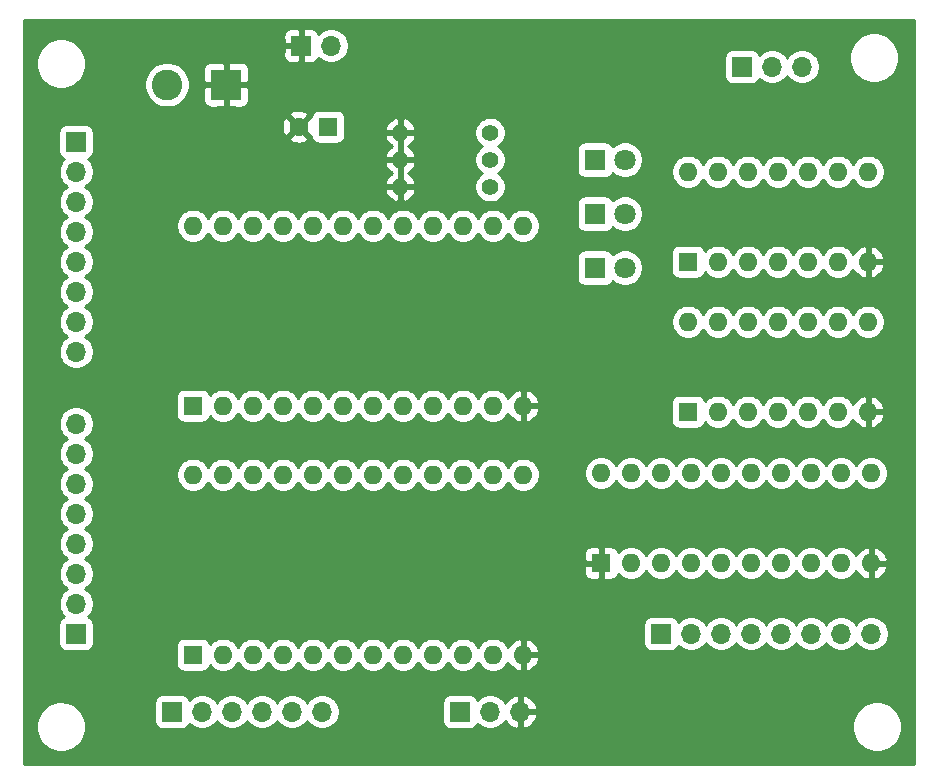
<source format=gbr>
%TF.GenerationSoftware,KiCad,Pcbnew,(5.1.9-0-10_14)*%
%TF.CreationDate,2021-05-10T01:07:37-04:00*%
%TF.ProjectId,ALU-SIMPLIFIED,414c552d-5349-44d5-904c-49464945442e,rev?*%
%TF.SameCoordinates,Original*%
%TF.FileFunction,Copper,L4,Bot*%
%TF.FilePolarity,Positive*%
%FSLAX46Y46*%
G04 Gerber Fmt 4.6, Leading zero omitted, Abs format (unit mm)*
G04 Created by KiCad (PCBNEW (5.1.9-0-10_14)) date 2021-05-10 01:07:37*
%MOMM*%
%LPD*%
G01*
G04 APERTURE LIST*
%TA.AperFunction,ComponentPad*%
%ADD10O,1.600000X1.600000*%
%TD*%
%TA.AperFunction,ComponentPad*%
%ADD11R,1.600000X1.600000*%
%TD*%
%TA.AperFunction,ComponentPad*%
%ADD12O,1.700000X1.700000*%
%TD*%
%TA.AperFunction,ComponentPad*%
%ADD13R,1.700000X1.700000*%
%TD*%
%TA.AperFunction,ComponentPad*%
%ADD14C,1.400000*%
%TD*%
%TA.AperFunction,ComponentPad*%
%ADD15O,1.400000X1.400000*%
%TD*%
%TA.AperFunction,ComponentPad*%
%ADD16C,2.600000*%
%TD*%
%TA.AperFunction,ComponentPad*%
%ADD17R,2.600000X2.600000*%
%TD*%
%TA.AperFunction,ComponentPad*%
%ADD18C,1.800000*%
%TD*%
%TA.AperFunction,ComponentPad*%
%ADD19R,1.800000X1.800000*%
%TD*%
%TA.AperFunction,ComponentPad*%
%ADD20C,1.600000*%
%TD*%
%TA.AperFunction,Conductor*%
%ADD21C,0.254000*%
%TD*%
%TA.AperFunction,Conductor*%
%ADD22C,0.100000*%
%TD*%
G04 APERTURE END LIST*
D10*
%TO.P,U5,20*%
%TO.N,VCC*%
X172724000Y-132962000D03*
%TO.P,U5,10*%
%TO.N,GND*%
X195584000Y-140582000D03*
%TO.P,U5,19*%
%TO.N,/OE*%
X175264000Y-132962000D03*
%TO.P,U5,9*%
%TO.N,/F0*%
X193044000Y-140582000D03*
%TO.P,U5,18*%
%TO.N,Net-(U1-Pad13)*%
X177804000Y-132962000D03*
%TO.P,U5,8*%
%TO.N,/F1*%
X190504000Y-140582000D03*
%TO.P,U5,17*%
%TO.N,Net-(U1-Pad11)*%
X180344000Y-132962000D03*
%TO.P,U5,7*%
%TO.N,/F2*%
X187964000Y-140582000D03*
%TO.P,U5,16*%
%TO.N,Net-(U1-Pad10)*%
X182884000Y-132962000D03*
%TO.P,U5,6*%
%TO.N,/F3*%
X185424000Y-140582000D03*
%TO.P,U5,15*%
%TO.N,Net-(U1-Pad9)*%
X185424000Y-132962000D03*
%TO.P,U5,5*%
%TO.N,/F4*%
X182884000Y-140582000D03*
%TO.P,U5,14*%
%TO.N,Net-(U2-Pad13)*%
X187964000Y-132962000D03*
%TO.P,U5,4*%
%TO.N,/F5*%
X180344000Y-140582000D03*
%TO.P,U5,13*%
%TO.N,Net-(U2-Pad11)*%
X190504000Y-132962000D03*
%TO.P,U5,3*%
%TO.N,/F6*%
X177804000Y-140582000D03*
%TO.P,U5,12*%
%TO.N,Net-(U2-Pad10)*%
X193044000Y-132962000D03*
%TO.P,U5,2*%
%TO.N,/F7*%
X175264000Y-140582000D03*
%TO.P,U5,11*%
%TO.N,Net-(U2-Pad9)*%
X195584000Y-132962000D03*
D11*
%TO.P,U5,1*%
%TO.N,GND*%
X172724000Y-140582000D03*
%TD*%
D12*
%TO.P,J3,8*%
%TO.N,/F0*%
X195580000Y-146558000D03*
%TO.P,J3,7*%
%TO.N,/F1*%
X193040000Y-146558000D03*
%TO.P,J3,6*%
%TO.N,/F2*%
X190500000Y-146558000D03*
%TO.P,J3,5*%
%TO.N,/F3*%
X187960000Y-146558000D03*
%TO.P,J3,4*%
%TO.N,/F4*%
X185420000Y-146558000D03*
%TO.P,J3,3*%
%TO.N,/F5*%
X182880000Y-146558000D03*
%TO.P,J3,2*%
%TO.N,/F6*%
X180340000Y-146558000D03*
D13*
%TO.P,J3,1*%
%TO.N,/F7*%
X177800000Y-146558000D03*
%TD*%
D12*
%TO.P,J6,6*%
%TO.N,/OE*%
X149098000Y-153162000D03*
%TO.P,J6,5*%
%TO.N,/MODE*%
X146558000Y-153162000D03*
%TO.P,J6,4*%
%TO.N,/S0*%
X144018000Y-153162000D03*
%TO.P,J6,3*%
%TO.N,/S1*%
X141478000Y-153162000D03*
%TO.P,J6,2*%
%TO.N,/S2*%
X138938000Y-153162000D03*
D13*
%TO.P,J6,1*%
%TO.N,/S3*%
X136398000Y-153162000D03*
%TD*%
D12*
%TO.P,J7,3*%
%TO.N,/A>B*%
X189738000Y-98552000D03*
%TO.P,J7,2*%
%TO.N,/A==B*%
X187198000Y-98552000D03*
D13*
%TO.P,J7,1*%
%TO.N,/CARRY*%
X184658000Y-98552000D03*
%TD*%
D10*
%TO.P,U3,14*%
%TO.N,VCC*%
X180086000Y-107442000D03*
%TO.P,U3,7*%
%TO.N,GND*%
X195326000Y-115062000D03*
%TO.P,U3,13*%
%TO.N,N/C*%
X182626000Y-107442000D03*
%TO.P,U3,6*%
%TO.N,/A==B*%
X192786000Y-115062000D03*
%TO.P,U3,12*%
%TO.N,N/C*%
X185166000Y-107442000D03*
%TO.P,U3,5*%
%TO.N,Net-(U1-Pad16)*%
X190246000Y-115062000D03*
%TO.P,U3,11*%
%TO.N,N/C*%
X187706000Y-107442000D03*
%TO.P,U3,4*%
%TO.N,/A>B*%
X187706000Y-115062000D03*
%TO.P,U3,10*%
%TO.N,N/C*%
X190246000Y-107442000D03*
%TO.P,U3,3*%
X185166000Y-115062000D03*
%TO.P,U3,9*%
X192786000Y-107442000D03*
%TO.P,U3,2*%
X182626000Y-115062000D03*
%TO.P,U3,8*%
X195326000Y-107442000D03*
D11*
%TO.P,U3,1*%
X180086000Y-115062000D03*
%TD*%
D10*
%TO.P,U4,14*%
%TO.N,VCC*%
X180086000Y-120142000D03*
%TO.P,U4,7*%
%TO.N,GND*%
X195326000Y-127762000D03*
%TO.P,U4,13*%
%TO.N,N/C*%
X182626000Y-120142000D03*
%TO.P,U4,6*%
X192786000Y-127762000D03*
%TO.P,U4,12*%
X185166000Y-120142000D03*
%TO.P,U4,5*%
X190246000Y-127762000D03*
%TO.P,U4,11*%
X187706000Y-120142000D03*
%TO.P,U4,4*%
X187706000Y-127762000D03*
%TO.P,U4,10*%
X190246000Y-120142000D03*
%TO.P,U4,3*%
X185166000Y-127762000D03*
%TO.P,U4,9*%
X192786000Y-120142000D03*
%TO.P,U4,2*%
%TO.N,/CARRY*%
X182626000Y-127762000D03*
%TO.P,U4,8*%
%TO.N,N/C*%
X195326000Y-120142000D03*
D11*
%TO.P,U4,1*%
%TO.N,Net-(U1-Pad16)*%
X180086000Y-127762000D03*
%TD*%
D12*
%TO.P,J8,3*%
%TO.N,GND*%
X165862000Y-153162000D03*
%TO.P,J8,2*%
%TO.N,Net-(J8-Pad2)*%
X163322000Y-153162000D03*
D13*
%TO.P,J8,1*%
%TO.N,VCC*%
X160782000Y-153162000D03*
%TD*%
D10*
%TO.P,U2,24*%
%TO.N,VCC*%
X138176000Y-133096000D03*
%TO.P,U2,12*%
%TO.N,GND*%
X166116000Y-148336000D03*
%TO.P,U2,23*%
%TO.N,/A1*%
X140716000Y-133096000D03*
%TO.P,U2,11*%
%TO.N,Net-(U2-Pad11)*%
X163576000Y-148336000D03*
%TO.P,U2,22*%
%TO.N,/B1*%
X143256000Y-133096000D03*
%TO.P,U2,10*%
%TO.N,Net-(U2-Pad10)*%
X161036000Y-148336000D03*
%TO.P,U2,21*%
%TO.N,/A2*%
X145796000Y-133096000D03*
%TO.P,U2,9*%
%TO.N,Net-(U2-Pad9)*%
X158496000Y-148336000D03*
%TO.P,U2,20*%
%TO.N,/B2*%
X148336000Y-133096000D03*
%TO.P,U2,8*%
%TO.N,/MODE*%
X155956000Y-148336000D03*
%TO.P,U2,19*%
%TO.N,/A3*%
X150876000Y-133096000D03*
%TO.P,U2,7*%
%TO.N,Net-(J8-Pad2)*%
X153416000Y-148336000D03*
%TO.P,U2,18*%
%TO.N,/B3*%
X153416000Y-133096000D03*
%TO.P,U2,6*%
%TO.N,/S0*%
X150876000Y-148336000D03*
%TO.P,U2,17*%
%TO.N,Net-(U2-Pad17)*%
X155956000Y-133096000D03*
%TO.P,U2,5*%
%TO.N,/S1*%
X148336000Y-148336000D03*
%TO.P,U2,16*%
%TO.N,Net-(U1-Pad7)*%
X158496000Y-133096000D03*
%TO.P,U2,4*%
%TO.N,/S2*%
X145796000Y-148336000D03*
%TO.P,U2,15*%
%TO.N,Net-(U2-Pad15)*%
X161036000Y-133096000D03*
%TO.P,U2,3*%
%TO.N,/S3*%
X143256000Y-148336000D03*
%TO.P,U2,14*%
%TO.N,/A==B*%
X163576000Y-133096000D03*
%TO.P,U2,2*%
%TO.N,/A0*%
X140716000Y-148336000D03*
%TO.P,U2,13*%
%TO.N,Net-(U2-Pad13)*%
X166116000Y-133096000D03*
D11*
%TO.P,U2,1*%
%TO.N,/B0*%
X138176000Y-148336000D03*
%TD*%
D10*
%TO.P,U1,24*%
%TO.N,VCC*%
X138176000Y-112014000D03*
%TO.P,U1,12*%
%TO.N,GND*%
X166116000Y-127254000D03*
%TO.P,U1,23*%
%TO.N,/A5*%
X140716000Y-112014000D03*
%TO.P,U1,11*%
%TO.N,Net-(U1-Pad11)*%
X163576000Y-127254000D03*
%TO.P,U1,22*%
%TO.N,/B5*%
X143256000Y-112014000D03*
%TO.P,U1,10*%
%TO.N,Net-(U1-Pad10)*%
X161036000Y-127254000D03*
%TO.P,U1,21*%
%TO.N,/A6*%
X145796000Y-112014000D03*
%TO.P,U1,9*%
%TO.N,Net-(U1-Pad9)*%
X158496000Y-127254000D03*
%TO.P,U1,20*%
%TO.N,/B6*%
X148336000Y-112014000D03*
%TO.P,U1,8*%
%TO.N,/MODE*%
X155956000Y-127254000D03*
%TO.P,U1,19*%
%TO.N,/A7*%
X150876000Y-112014000D03*
%TO.P,U1,7*%
%TO.N,Net-(U1-Pad7)*%
X153416000Y-127254000D03*
%TO.P,U1,18*%
%TO.N,/B7*%
X153416000Y-112014000D03*
%TO.P,U1,6*%
%TO.N,/S0*%
X150876000Y-127254000D03*
%TO.P,U1,17*%
%TO.N,Net-(U1-Pad17)*%
X155956000Y-112014000D03*
%TO.P,U1,5*%
%TO.N,/S1*%
X148336000Y-127254000D03*
%TO.P,U1,16*%
%TO.N,Net-(U1-Pad16)*%
X158496000Y-112014000D03*
%TO.P,U1,4*%
%TO.N,/S2*%
X145796000Y-127254000D03*
%TO.P,U1,15*%
%TO.N,Net-(U1-Pad15)*%
X161036000Y-112014000D03*
%TO.P,U1,3*%
%TO.N,/S3*%
X143256000Y-127254000D03*
%TO.P,U1,14*%
%TO.N,/A==B*%
X163576000Y-112014000D03*
%TO.P,U1,2*%
%TO.N,/A4*%
X140716000Y-127254000D03*
%TO.P,U1,13*%
%TO.N,Net-(U1-Pad13)*%
X166116000Y-112014000D03*
D11*
%TO.P,U1,1*%
%TO.N,/B4*%
X138176000Y-127254000D03*
%TD*%
D14*
%TO.P,R4,1*%
%TO.N,Net-(D4-Pad1)*%
X163322000Y-108712000D03*
D15*
%TO.P,R4,2*%
%TO.N,GND*%
X155702000Y-108712000D03*
%TD*%
D14*
%TO.P,R3,1*%
%TO.N,Net-(D3-Pad1)*%
X163322000Y-106426000D03*
D15*
%TO.P,R3,2*%
%TO.N,GND*%
X155702000Y-106426000D03*
%TD*%
D14*
%TO.P,R1,1*%
%TO.N,Net-(D1-Pad1)*%
X163322000Y-104140000D03*
D15*
%TO.P,R1,2*%
%TO.N,GND*%
X155702000Y-104140000D03*
%TD*%
D12*
%TO.P,J5,8*%
%TO.N,/B0*%
X128270000Y-122682000D03*
%TO.P,J5,7*%
%TO.N,/B1*%
X128270000Y-120142000D03*
%TO.P,J5,6*%
%TO.N,/B2*%
X128270000Y-117602000D03*
%TO.P,J5,5*%
%TO.N,/B3*%
X128270000Y-115062000D03*
%TO.P,J5,4*%
%TO.N,/B4*%
X128270000Y-112522000D03*
%TO.P,J5,3*%
%TO.N,/B5*%
X128270000Y-109982000D03*
%TO.P,J5,2*%
%TO.N,/B6*%
X128270000Y-107442000D03*
D13*
%TO.P,J5,1*%
%TO.N,/B7*%
X128270000Y-104902000D03*
%TD*%
D12*
%TO.P,J4,8*%
%TO.N,/A0*%
X128270000Y-128778000D03*
%TO.P,J4,7*%
%TO.N,/A1*%
X128270000Y-131318000D03*
%TO.P,J4,6*%
%TO.N,/A2*%
X128270000Y-133858000D03*
%TO.P,J4,5*%
%TO.N,/A3*%
X128270000Y-136398000D03*
%TO.P,J4,4*%
%TO.N,/A4*%
X128270000Y-138938000D03*
%TO.P,J4,3*%
%TO.N,/A5*%
X128270000Y-141478000D03*
%TO.P,J4,2*%
%TO.N,/A6*%
X128270000Y-144018000D03*
D13*
%TO.P,J4,1*%
%TO.N,/A7*%
X128270000Y-146558000D03*
%TD*%
D16*
%TO.P,J2,2*%
%TO.N,VCC*%
X135970000Y-100076000D03*
D17*
%TO.P,J2,1*%
%TO.N,GND*%
X140970000Y-100076000D03*
%TD*%
D12*
%TO.P,J1,2*%
%TO.N,VCC*%
X149860000Y-96774000D03*
D13*
%TO.P,J1,1*%
%TO.N,GND*%
X147320000Y-96774000D03*
%TD*%
D18*
%TO.P,D4,2*%
%TO.N,/CARRY*%
X174752000Y-115570000D03*
D19*
%TO.P,D4,1*%
%TO.N,Net-(D4-Pad1)*%
X172212000Y-115570000D03*
%TD*%
D18*
%TO.P,D3,2*%
%TO.N,/A==B*%
X174752000Y-110998000D03*
D19*
%TO.P,D3,1*%
%TO.N,Net-(D3-Pad1)*%
X172212000Y-110998000D03*
%TD*%
D18*
%TO.P,D1,2*%
%TO.N,/A>B*%
X174752000Y-106426000D03*
D19*
%TO.P,D1,1*%
%TO.N,Net-(D1-Pad1)*%
X172212000Y-106426000D03*
%TD*%
D20*
%TO.P,C1,2*%
%TO.N,GND*%
X147106000Y-103632000D03*
D11*
%TO.P,C1,1*%
%TO.N,VCC*%
X149606000Y-103632000D03*
%TD*%
D21*
%TO.N,GND*%
X199238000Y-157582000D02*
X123850000Y-157582000D01*
X123850000Y-154221721D01*
X124865000Y-154221721D01*
X124865000Y-154642279D01*
X124947047Y-155054756D01*
X125107988Y-155443302D01*
X125341637Y-155792983D01*
X125639017Y-156090363D01*
X125988698Y-156324012D01*
X126377244Y-156484953D01*
X126789721Y-156567000D01*
X127210279Y-156567000D01*
X127622756Y-156484953D01*
X128011302Y-156324012D01*
X128360983Y-156090363D01*
X128658363Y-155792983D01*
X128892012Y-155443302D01*
X129052953Y-155054756D01*
X129135000Y-154642279D01*
X129135000Y-154221721D01*
X129052953Y-153809244D01*
X128892012Y-153420698D01*
X128658363Y-153071017D01*
X128360983Y-152773637D01*
X128011302Y-152539988D01*
X127622756Y-152379047D01*
X127285689Y-152312000D01*
X134909928Y-152312000D01*
X134909928Y-154012000D01*
X134922188Y-154136482D01*
X134958498Y-154256180D01*
X135017463Y-154366494D01*
X135096815Y-154463185D01*
X135193506Y-154542537D01*
X135303820Y-154601502D01*
X135423518Y-154637812D01*
X135548000Y-154650072D01*
X137248000Y-154650072D01*
X137372482Y-154637812D01*
X137492180Y-154601502D01*
X137602494Y-154542537D01*
X137699185Y-154463185D01*
X137778537Y-154366494D01*
X137837502Y-154256180D01*
X137859513Y-154183620D01*
X137991368Y-154315475D01*
X138234589Y-154477990D01*
X138504842Y-154589932D01*
X138791740Y-154647000D01*
X139084260Y-154647000D01*
X139371158Y-154589932D01*
X139641411Y-154477990D01*
X139884632Y-154315475D01*
X140091475Y-154108632D01*
X140208000Y-153934240D01*
X140324525Y-154108632D01*
X140531368Y-154315475D01*
X140774589Y-154477990D01*
X141044842Y-154589932D01*
X141331740Y-154647000D01*
X141624260Y-154647000D01*
X141911158Y-154589932D01*
X142181411Y-154477990D01*
X142424632Y-154315475D01*
X142631475Y-154108632D01*
X142748000Y-153934240D01*
X142864525Y-154108632D01*
X143071368Y-154315475D01*
X143314589Y-154477990D01*
X143584842Y-154589932D01*
X143871740Y-154647000D01*
X144164260Y-154647000D01*
X144451158Y-154589932D01*
X144721411Y-154477990D01*
X144964632Y-154315475D01*
X145171475Y-154108632D01*
X145288000Y-153934240D01*
X145404525Y-154108632D01*
X145611368Y-154315475D01*
X145854589Y-154477990D01*
X146124842Y-154589932D01*
X146411740Y-154647000D01*
X146704260Y-154647000D01*
X146991158Y-154589932D01*
X147261411Y-154477990D01*
X147504632Y-154315475D01*
X147711475Y-154108632D01*
X147828000Y-153934240D01*
X147944525Y-154108632D01*
X148151368Y-154315475D01*
X148394589Y-154477990D01*
X148664842Y-154589932D01*
X148951740Y-154647000D01*
X149244260Y-154647000D01*
X149531158Y-154589932D01*
X149801411Y-154477990D01*
X150044632Y-154315475D01*
X150251475Y-154108632D01*
X150413990Y-153865411D01*
X150525932Y-153595158D01*
X150583000Y-153308260D01*
X150583000Y-153015740D01*
X150525932Y-152728842D01*
X150413990Y-152458589D01*
X150316043Y-152312000D01*
X159293928Y-152312000D01*
X159293928Y-154012000D01*
X159306188Y-154136482D01*
X159342498Y-154256180D01*
X159401463Y-154366494D01*
X159480815Y-154463185D01*
X159577506Y-154542537D01*
X159687820Y-154601502D01*
X159807518Y-154637812D01*
X159932000Y-154650072D01*
X161632000Y-154650072D01*
X161756482Y-154637812D01*
X161876180Y-154601502D01*
X161986494Y-154542537D01*
X162083185Y-154463185D01*
X162162537Y-154366494D01*
X162221502Y-154256180D01*
X162243513Y-154183620D01*
X162375368Y-154315475D01*
X162618589Y-154477990D01*
X162888842Y-154589932D01*
X163175740Y-154647000D01*
X163468260Y-154647000D01*
X163755158Y-154589932D01*
X164025411Y-154477990D01*
X164268632Y-154315475D01*
X164475475Y-154108632D01*
X164597195Y-153926466D01*
X164666822Y-154043355D01*
X164861731Y-154259588D01*
X165095080Y-154433641D01*
X165357901Y-154558825D01*
X165505110Y-154603476D01*
X165735000Y-154482155D01*
X165735000Y-153289000D01*
X165989000Y-153289000D01*
X165989000Y-154482155D01*
X166218890Y-154603476D01*
X166366099Y-154558825D01*
X166628920Y-154433641D01*
X166862269Y-154259588D01*
X166896401Y-154221721D01*
X193953000Y-154221721D01*
X193953000Y-154642279D01*
X194035047Y-155054756D01*
X194195988Y-155443302D01*
X194429637Y-155792983D01*
X194727017Y-156090363D01*
X195076698Y-156324012D01*
X195465244Y-156484953D01*
X195877721Y-156567000D01*
X196298279Y-156567000D01*
X196710756Y-156484953D01*
X197099302Y-156324012D01*
X197448983Y-156090363D01*
X197746363Y-155792983D01*
X197980012Y-155443302D01*
X198140953Y-155054756D01*
X198223000Y-154642279D01*
X198223000Y-154221721D01*
X198140953Y-153809244D01*
X197980012Y-153420698D01*
X197746363Y-153071017D01*
X197448983Y-152773637D01*
X197099302Y-152539988D01*
X196710756Y-152379047D01*
X196298279Y-152297000D01*
X195877721Y-152297000D01*
X195465244Y-152379047D01*
X195076698Y-152539988D01*
X194727017Y-152773637D01*
X194429637Y-153071017D01*
X194195988Y-153420698D01*
X194035047Y-153809244D01*
X193953000Y-154221721D01*
X166896401Y-154221721D01*
X167057178Y-154043355D01*
X167206157Y-153793252D01*
X167303481Y-153518891D01*
X167182814Y-153289000D01*
X165989000Y-153289000D01*
X165735000Y-153289000D01*
X165715000Y-153289000D01*
X165715000Y-153035000D01*
X165735000Y-153035000D01*
X165735000Y-151841845D01*
X165989000Y-151841845D01*
X165989000Y-153035000D01*
X167182814Y-153035000D01*
X167303481Y-152805109D01*
X167206157Y-152530748D01*
X167057178Y-152280645D01*
X166862269Y-152064412D01*
X166628920Y-151890359D01*
X166366099Y-151765175D01*
X166218890Y-151720524D01*
X165989000Y-151841845D01*
X165735000Y-151841845D01*
X165505110Y-151720524D01*
X165357901Y-151765175D01*
X165095080Y-151890359D01*
X164861731Y-152064412D01*
X164666822Y-152280645D01*
X164597195Y-152397534D01*
X164475475Y-152215368D01*
X164268632Y-152008525D01*
X164025411Y-151846010D01*
X163755158Y-151734068D01*
X163468260Y-151677000D01*
X163175740Y-151677000D01*
X162888842Y-151734068D01*
X162618589Y-151846010D01*
X162375368Y-152008525D01*
X162243513Y-152140380D01*
X162221502Y-152067820D01*
X162162537Y-151957506D01*
X162083185Y-151860815D01*
X161986494Y-151781463D01*
X161876180Y-151722498D01*
X161756482Y-151686188D01*
X161632000Y-151673928D01*
X159932000Y-151673928D01*
X159807518Y-151686188D01*
X159687820Y-151722498D01*
X159577506Y-151781463D01*
X159480815Y-151860815D01*
X159401463Y-151957506D01*
X159342498Y-152067820D01*
X159306188Y-152187518D01*
X159293928Y-152312000D01*
X150316043Y-152312000D01*
X150251475Y-152215368D01*
X150044632Y-152008525D01*
X149801411Y-151846010D01*
X149531158Y-151734068D01*
X149244260Y-151677000D01*
X148951740Y-151677000D01*
X148664842Y-151734068D01*
X148394589Y-151846010D01*
X148151368Y-152008525D01*
X147944525Y-152215368D01*
X147828000Y-152389760D01*
X147711475Y-152215368D01*
X147504632Y-152008525D01*
X147261411Y-151846010D01*
X146991158Y-151734068D01*
X146704260Y-151677000D01*
X146411740Y-151677000D01*
X146124842Y-151734068D01*
X145854589Y-151846010D01*
X145611368Y-152008525D01*
X145404525Y-152215368D01*
X145288000Y-152389760D01*
X145171475Y-152215368D01*
X144964632Y-152008525D01*
X144721411Y-151846010D01*
X144451158Y-151734068D01*
X144164260Y-151677000D01*
X143871740Y-151677000D01*
X143584842Y-151734068D01*
X143314589Y-151846010D01*
X143071368Y-152008525D01*
X142864525Y-152215368D01*
X142748000Y-152389760D01*
X142631475Y-152215368D01*
X142424632Y-152008525D01*
X142181411Y-151846010D01*
X141911158Y-151734068D01*
X141624260Y-151677000D01*
X141331740Y-151677000D01*
X141044842Y-151734068D01*
X140774589Y-151846010D01*
X140531368Y-152008525D01*
X140324525Y-152215368D01*
X140208000Y-152389760D01*
X140091475Y-152215368D01*
X139884632Y-152008525D01*
X139641411Y-151846010D01*
X139371158Y-151734068D01*
X139084260Y-151677000D01*
X138791740Y-151677000D01*
X138504842Y-151734068D01*
X138234589Y-151846010D01*
X137991368Y-152008525D01*
X137859513Y-152140380D01*
X137837502Y-152067820D01*
X137778537Y-151957506D01*
X137699185Y-151860815D01*
X137602494Y-151781463D01*
X137492180Y-151722498D01*
X137372482Y-151686188D01*
X137248000Y-151673928D01*
X135548000Y-151673928D01*
X135423518Y-151686188D01*
X135303820Y-151722498D01*
X135193506Y-151781463D01*
X135096815Y-151860815D01*
X135017463Y-151957506D01*
X134958498Y-152067820D01*
X134922188Y-152187518D01*
X134909928Y-152312000D01*
X127285689Y-152312000D01*
X127210279Y-152297000D01*
X126789721Y-152297000D01*
X126377244Y-152379047D01*
X125988698Y-152539988D01*
X125639017Y-152773637D01*
X125341637Y-153071017D01*
X125107988Y-153420698D01*
X124947047Y-153809244D01*
X124865000Y-154221721D01*
X123850000Y-154221721D01*
X123850000Y-145708000D01*
X126781928Y-145708000D01*
X126781928Y-147408000D01*
X126794188Y-147532482D01*
X126830498Y-147652180D01*
X126889463Y-147762494D01*
X126968815Y-147859185D01*
X127065506Y-147938537D01*
X127175820Y-147997502D01*
X127295518Y-148033812D01*
X127420000Y-148046072D01*
X129120000Y-148046072D01*
X129244482Y-148033812D01*
X129364180Y-147997502D01*
X129474494Y-147938537D01*
X129571185Y-147859185D01*
X129650537Y-147762494D01*
X129709502Y-147652180D01*
X129744744Y-147536000D01*
X136737928Y-147536000D01*
X136737928Y-149136000D01*
X136750188Y-149260482D01*
X136786498Y-149380180D01*
X136845463Y-149490494D01*
X136924815Y-149587185D01*
X137021506Y-149666537D01*
X137131820Y-149725502D01*
X137251518Y-149761812D01*
X137376000Y-149774072D01*
X138976000Y-149774072D01*
X139100482Y-149761812D01*
X139220180Y-149725502D01*
X139330494Y-149666537D01*
X139427185Y-149587185D01*
X139506537Y-149490494D01*
X139565502Y-149380180D01*
X139601812Y-149260482D01*
X139602643Y-149252039D01*
X139801241Y-149450637D01*
X140036273Y-149607680D01*
X140297426Y-149715853D01*
X140574665Y-149771000D01*
X140857335Y-149771000D01*
X141134574Y-149715853D01*
X141395727Y-149607680D01*
X141630759Y-149450637D01*
X141830637Y-149250759D01*
X141986000Y-149018241D01*
X142141363Y-149250759D01*
X142341241Y-149450637D01*
X142576273Y-149607680D01*
X142837426Y-149715853D01*
X143114665Y-149771000D01*
X143397335Y-149771000D01*
X143674574Y-149715853D01*
X143935727Y-149607680D01*
X144170759Y-149450637D01*
X144370637Y-149250759D01*
X144526000Y-149018241D01*
X144681363Y-149250759D01*
X144881241Y-149450637D01*
X145116273Y-149607680D01*
X145377426Y-149715853D01*
X145654665Y-149771000D01*
X145937335Y-149771000D01*
X146214574Y-149715853D01*
X146475727Y-149607680D01*
X146710759Y-149450637D01*
X146910637Y-149250759D01*
X147066000Y-149018241D01*
X147221363Y-149250759D01*
X147421241Y-149450637D01*
X147656273Y-149607680D01*
X147917426Y-149715853D01*
X148194665Y-149771000D01*
X148477335Y-149771000D01*
X148754574Y-149715853D01*
X149015727Y-149607680D01*
X149250759Y-149450637D01*
X149450637Y-149250759D01*
X149606000Y-149018241D01*
X149761363Y-149250759D01*
X149961241Y-149450637D01*
X150196273Y-149607680D01*
X150457426Y-149715853D01*
X150734665Y-149771000D01*
X151017335Y-149771000D01*
X151294574Y-149715853D01*
X151555727Y-149607680D01*
X151790759Y-149450637D01*
X151990637Y-149250759D01*
X152146000Y-149018241D01*
X152301363Y-149250759D01*
X152501241Y-149450637D01*
X152736273Y-149607680D01*
X152997426Y-149715853D01*
X153274665Y-149771000D01*
X153557335Y-149771000D01*
X153834574Y-149715853D01*
X154095727Y-149607680D01*
X154330759Y-149450637D01*
X154530637Y-149250759D01*
X154686000Y-149018241D01*
X154841363Y-149250759D01*
X155041241Y-149450637D01*
X155276273Y-149607680D01*
X155537426Y-149715853D01*
X155814665Y-149771000D01*
X156097335Y-149771000D01*
X156374574Y-149715853D01*
X156635727Y-149607680D01*
X156870759Y-149450637D01*
X157070637Y-149250759D01*
X157226000Y-149018241D01*
X157381363Y-149250759D01*
X157581241Y-149450637D01*
X157816273Y-149607680D01*
X158077426Y-149715853D01*
X158354665Y-149771000D01*
X158637335Y-149771000D01*
X158914574Y-149715853D01*
X159175727Y-149607680D01*
X159410759Y-149450637D01*
X159610637Y-149250759D01*
X159766000Y-149018241D01*
X159921363Y-149250759D01*
X160121241Y-149450637D01*
X160356273Y-149607680D01*
X160617426Y-149715853D01*
X160894665Y-149771000D01*
X161177335Y-149771000D01*
X161454574Y-149715853D01*
X161715727Y-149607680D01*
X161950759Y-149450637D01*
X162150637Y-149250759D01*
X162306000Y-149018241D01*
X162461363Y-149250759D01*
X162661241Y-149450637D01*
X162896273Y-149607680D01*
X163157426Y-149715853D01*
X163434665Y-149771000D01*
X163717335Y-149771000D01*
X163994574Y-149715853D01*
X164255727Y-149607680D01*
X164490759Y-149450637D01*
X164690637Y-149250759D01*
X164847680Y-149015727D01*
X164852067Y-149005135D01*
X164963615Y-149191131D01*
X165152586Y-149399519D01*
X165378580Y-149567037D01*
X165632913Y-149687246D01*
X165766961Y-149727904D01*
X165989000Y-149605915D01*
X165989000Y-148463000D01*
X166243000Y-148463000D01*
X166243000Y-149605915D01*
X166465039Y-149727904D01*
X166599087Y-149687246D01*
X166853420Y-149567037D01*
X167079414Y-149399519D01*
X167268385Y-149191131D01*
X167413070Y-148949881D01*
X167507909Y-148685040D01*
X167386624Y-148463000D01*
X166243000Y-148463000D01*
X165989000Y-148463000D01*
X165969000Y-148463000D01*
X165969000Y-148209000D01*
X165989000Y-148209000D01*
X165989000Y-147066085D01*
X166243000Y-147066085D01*
X166243000Y-148209000D01*
X167386624Y-148209000D01*
X167507909Y-147986960D01*
X167413070Y-147722119D01*
X167268385Y-147480869D01*
X167079414Y-147272481D01*
X166853420Y-147104963D01*
X166599087Y-146984754D01*
X166465039Y-146944096D01*
X166243000Y-147066085D01*
X165989000Y-147066085D01*
X165766961Y-146944096D01*
X165632913Y-146984754D01*
X165378580Y-147104963D01*
X165152586Y-147272481D01*
X164963615Y-147480869D01*
X164852067Y-147666865D01*
X164847680Y-147656273D01*
X164690637Y-147421241D01*
X164490759Y-147221363D01*
X164255727Y-147064320D01*
X163994574Y-146956147D01*
X163717335Y-146901000D01*
X163434665Y-146901000D01*
X163157426Y-146956147D01*
X162896273Y-147064320D01*
X162661241Y-147221363D01*
X162461363Y-147421241D01*
X162306000Y-147653759D01*
X162150637Y-147421241D01*
X161950759Y-147221363D01*
X161715727Y-147064320D01*
X161454574Y-146956147D01*
X161177335Y-146901000D01*
X160894665Y-146901000D01*
X160617426Y-146956147D01*
X160356273Y-147064320D01*
X160121241Y-147221363D01*
X159921363Y-147421241D01*
X159766000Y-147653759D01*
X159610637Y-147421241D01*
X159410759Y-147221363D01*
X159175727Y-147064320D01*
X158914574Y-146956147D01*
X158637335Y-146901000D01*
X158354665Y-146901000D01*
X158077426Y-146956147D01*
X157816273Y-147064320D01*
X157581241Y-147221363D01*
X157381363Y-147421241D01*
X157226000Y-147653759D01*
X157070637Y-147421241D01*
X156870759Y-147221363D01*
X156635727Y-147064320D01*
X156374574Y-146956147D01*
X156097335Y-146901000D01*
X155814665Y-146901000D01*
X155537426Y-146956147D01*
X155276273Y-147064320D01*
X155041241Y-147221363D01*
X154841363Y-147421241D01*
X154686000Y-147653759D01*
X154530637Y-147421241D01*
X154330759Y-147221363D01*
X154095727Y-147064320D01*
X153834574Y-146956147D01*
X153557335Y-146901000D01*
X153274665Y-146901000D01*
X152997426Y-146956147D01*
X152736273Y-147064320D01*
X152501241Y-147221363D01*
X152301363Y-147421241D01*
X152146000Y-147653759D01*
X151990637Y-147421241D01*
X151790759Y-147221363D01*
X151555727Y-147064320D01*
X151294574Y-146956147D01*
X151017335Y-146901000D01*
X150734665Y-146901000D01*
X150457426Y-146956147D01*
X150196273Y-147064320D01*
X149961241Y-147221363D01*
X149761363Y-147421241D01*
X149606000Y-147653759D01*
X149450637Y-147421241D01*
X149250759Y-147221363D01*
X149015727Y-147064320D01*
X148754574Y-146956147D01*
X148477335Y-146901000D01*
X148194665Y-146901000D01*
X147917426Y-146956147D01*
X147656273Y-147064320D01*
X147421241Y-147221363D01*
X147221363Y-147421241D01*
X147066000Y-147653759D01*
X146910637Y-147421241D01*
X146710759Y-147221363D01*
X146475727Y-147064320D01*
X146214574Y-146956147D01*
X145937335Y-146901000D01*
X145654665Y-146901000D01*
X145377426Y-146956147D01*
X145116273Y-147064320D01*
X144881241Y-147221363D01*
X144681363Y-147421241D01*
X144526000Y-147653759D01*
X144370637Y-147421241D01*
X144170759Y-147221363D01*
X143935727Y-147064320D01*
X143674574Y-146956147D01*
X143397335Y-146901000D01*
X143114665Y-146901000D01*
X142837426Y-146956147D01*
X142576273Y-147064320D01*
X142341241Y-147221363D01*
X142141363Y-147421241D01*
X141986000Y-147653759D01*
X141830637Y-147421241D01*
X141630759Y-147221363D01*
X141395727Y-147064320D01*
X141134574Y-146956147D01*
X140857335Y-146901000D01*
X140574665Y-146901000D01*
X140297426Y-146956147D01*
X140036273Y-147064320D01*
X139801241Y-147221363D01*
X139602643Y-147419961D01*
X139601812Y-147411518D01*
X139565502Y-147291820D01*
X139506537Y-147181506D01*
X139427185Y-147084815D01*
X139330494Y-147005463D01*
X139220180Y-146946498D01*
X139100482Y-146910188D01*
X138976000Y-146897928D01*
X137376000Y-146897928D01*
X137251518Y-146910188D01*
X137131820Y-146946498D01*
X137021506Y-147005463D01*
X136924815Y-147084815D01*
X136845463Y-147181506D01*
X136786498Y-147291820D01*
X136750188Y-147411518D01*
X136737928Y-147536000D01*
X129744744Y-147536000D01*
X129745812Y-147532482D01*
X129758072Y-147408000D01*
X129758072Y-145708000D01*
X176311928Y-145708000D01*
X176311928Y-147408000D01*
X176324188Y-147532482D01*
X176360498Y-147652180D01*
X176419463Y-147762494D01*
X176498815Y-147859185D01*
X176595506Y-147938537D01*
X176705820Y-147997502D01*
X176825518Y-148033812D01*
X176950000Y-148046072D01*
X178650000Y-148046072D01*
X178774482Y-148033812D01*
X178894180Y-147997502D01*
X179004494Y-147938537D01*
X179101185Y-147859185D01*
X179180537Y-147762494D01*
X179239502Y-147652180D01*
X179261513Y-147579620D01*
X179393368Y-147711475D01*
X179636589Y-147873990D01*
X179906842Y-147985932D01*
X180193740Y-148043000D01*
X180486260Y-148043000D01*
X180773158Y-147985932D01*
X181043411Y-147873990D01*
X181286632Y-147711475D01*
X181493475Y-147504632D01*
X181610000Y-147330240D01*
X181726525Y-147504632D01*
X181933368Y-147711475D01*
X182176589Y-147873990D01*
X182446842Y-147985932D01*
X182733740Y-148043000D01*
X183026260Y-148043000D01*
X183313158Y-147985932D01*
X183583411Y-147873990D01*
X183826632Y-147711475D01*
X184033475Y-147504632D01*
X184150000Y-147330240D01*
X184266525Y-147504632D01*
X184473368Y-147711475D01*
X184716589Y-147873990D01*
X184986842Y-147985932D01*
X185273740Y-148043000D01*
X185566260Y-148043000D01*
X185853158Y-147985932D01*
X186123411Y-147873990D01*
X186366632Y-147711475D01*
X186573475Y-147504632D01*
X186690000Y-147330240D01*
X186806525Y-147504632D01*
X187013368Y-147711475D01*
X187256589Y-147873990D01*
X187526842Y-147985932D01*
X187813740Y-148043000D01*
X188106260Y-148043000D01*
X188393158Y-147985932D01*
X188663411Y-147873990D01*
X188906632Y-147711475D01*
X189113475Y-147504632D01*
X189230000Y-147330240D01*
X189346525Y-147504632D01*
X189553368Y-147711475D01*
X189796589Y-147873990D01*
X190066842Y-147985932D01*
X190353740Y-148043000D01*
X190646260Y-148043000D01*
X190933158Y-147985932D01*
X191203411Y-147873990D01*
X191446632Y-147711475D01*
X191653475Y-147504632D01*
X191770000Y-147330240D01*
X191886525Y-147504632D01*
X192093368Y-147711475D01*
X192336589Y-147873990D01*
X192606842Y-147985932D01*
X192893740Y-148043000D01*
X193186260Y-148043000D01*
X193473158Y-147985932D01*
X193743411Y-147873990D01*
X193986632Y-147711475D01*
X194193475Y-147504632D01*
X194310000Y-147330240D01*
X194426525Y-147504632D01*
X194633368Y-147711475D01*
X194876589Y-147873990D01*
X195146842Y-147985932D01*
X195433740Y-148043000D01*
X195726260Y-148043000D01*
X196013158Y-147985932D01*
X196283411Y-147873990D01*
X196526632Y-147711475D01*
X196733475Y-147504632D01*
X196895990Y-147261411D01*
X197007932Y-146991158D01*
X197065000Y-146704260D01*
X197065000Y-146411740D01*
X197007932Y-146124842D01*
X196895990Y-145854589D01*
X196733475Y-145611368D01*
X196526632Y-145404525D01*
X196283411Y-145242010D01*
X196013158Y-145130068D01*
X195726260Y-145073000D01*
X195433740Y-145073000D01*
X195146842Y-145130068D01*
X194876589Y-145242010D01*
X194633368Y-145404525D01*
X194426525Y-145611368D01*
X194310000Y-145785760D01*
X194193475Y-145611368D01*
X193986632Y-145404525D01*
X193743411Y-145242010D01*
X193473158Y-145130068D01*
X193186260Y-145073000D01*
X192893740Y-145073000D01*
X192606842Y-145130068D01*
X192336589Y-145242010D01*
X192093368Y-145404525D01*
X191886525Y-145611368D01*
X191770000Y-145785760D01*
X191653475Y-145611368D01*
X191446632Y-145404525D01*
X191203411Y-145242010D01*
X190933158Y-145130068D01*
X190646260Y-145073000D01*
X190353740Y-145073000D01*
X190066842Y-145130068D01*
X189796589Y-145242010D01*
X189553368Y-145404525D01*
X189346525Y-145611368D01*
X189230000Y-145785760D01*
X189113475Y-145611368D01*
X188906632Y-145404525D01*
X188663411Y-145242010D01*
X188393158Y-145130068D01*
X188106260Y-145073000D01*
X187813740Y-145073000D01*
X187526842Y-145130068D01*
X187256589Y-145242010D01*
X187013368Y-145404525D01*
X186806525Y-145611368D01*
X186690000Y-145785760D01*
X186573475Y-145611368D01*
X186366632Y-145404525D01*
X186123411Y-145242010D01*
X185853158Y-145130068D01*
X185566260Y-145073000D01*
X185273740Y-145073000D01*
X184986842Y-145130068D01*
X184716589Y-145242010D01*
X184473368Y-145404525D01*
X184266525Y-145611368D01*
X184150000Y-145785760D01*
X184033475Y-145611368D01*
X183826632Y-145404525D01*
X183583411Y-145242010D01*
X183313158Y-145130068D01*
X183026260Y-145073000D01*
X182733740Y-145073000D01*
X182446842Y-145130068D01*
X182176589Y-145242010D01*
X181933368Y-145404525D01*
X181726525Y-145611368D01*
X181610000Y-145785760D01*
X181493475Y-145611368D01*
X181286632Y-145404525D01*
X181043411Y-145242010D01*
X180773158Y-145130068D01*
X180486260Y-145073000D01*
X180193740Y-145073000D01*
X179906842Y-145130068D01*
X179636589Y-145242010D01*
X179393368Y-145404525D01*
X179261513Y-145536380D01*
X179239502Y-145463820D01*
X179180537Y-145353506D01*
X179101185Y-145256815D01*
X179004494Y-145177463D01*
X178894180Y-145118498D01*
X178774482Y-145082188D01*
X178650000Y-145069928D01*
X176950000Y-145069928D01*
X176825518Y-145082188D01*
X176705820Y-145118498D01*
X176595506Y-145177463D01*
X176498815Y-145256815D01*
X176419463Y-145353506D01*
X176360498Y-145463820D01*
X176324188Y-145583518D01*
X176311928Y-145708000D01*
X129758072Y-145708000D01*
X129745812Y-145583518D01*
X129709502Y-145463820D01*
X129650537Y-145353506D01*
X129571185Y-145256815D01*
X129474494Y-145177463D01*
X129364180Y-145118498D01*
X129291620Y-145096487D01*
X129423475Y-144964632D01*
X129585990Y-144721411D01*
X129697932Y-144451158D01*
X129755000Y-144164260D01*
X129755000Y-143871740D01*
X129697932Y-143584842D01*
X129585990Y-143314589D01*
X129423475Y-143071368D01*
X129216632Y-142864525D01*
X129042240Y-142748000D01*
X129216632Y-142631475D01*
X129423475Y-142424632D01*
X129585990Y-142181411D01*
X129697932Y-141911158D01*
X129755000Y-141624260D01*
X129755000Y-141382000D01*
X171285928Y-141382000D01*
X171298188Y-141506482D01*
X171334498Y-141626180D01*
X171393463Y-141736494D01*
X171472815Y-141833185D01*
X171569506Y-141912537D01*
X171679820Y-141971502D01*
X171799518Y-142007812D01*
X171924000Y-142020072D01*
X172438250Y-142017000D01*
X172597000Y-141858250D01*
X172597000Y-140709000D01*
X171447750Y-140709000D01*
X171289000Y-140867750D01*
X171285928Y-141382000D01*
X129755000Y-141382000D01*
X129755000Y-141331740D01*
X129697932Y-141044842D01*
X129585990Y-140774589D01*
X129423475Y-140531368D01*
X129216632Y-140324525D01*
X129042240Y-140208000D01*
X129216632Y-140091475D01*
X129423475Y-139884632D01*
X129492051Y-139782000D01*
X171285928Y-139782000D01*
X171289000Y-140296250D01*
X171447750Y-140455000D01*
X172597000Y-140455000D01*
X172597000Y-139305750D01*
X172851000Y-139305750D01*
X172851000Y-140455000D01*
X172871000Y-140455000D01*
X172871000Y-140709000D01*
X172851000Y-140709000D01*
X172851000Y-141858250D01*
X173009750Y-142017000D01*
X173524000Y-142020072D01*
X173648482Y-142007812D01*
X173768180Y-141971502D01*
X173878494Y-141912537D01*
X173975185Y-141833185D01*
X174054537Y-141736494D01*
X174113502Y-141626180D01*
X174149812Y-141506482D01*
X174150643Y-141498039D01*
X174349241Y-141696637D01*
X174584273Y-141853680D01*
X174845426Y-141961853D01*
X175122665Y-142017000D01*
X175405335Y-142017000D01*
X175682574Y-141961853D01*
X175943727Y-141853680D01*
X176178759Y-141696637D01*
X176378637Y-141496759D01*
X176534000Y-141264241D01*
X176689363Y-141496759D01*
X176889241Y-141696637D01*
X177124273Y-141853680D01*
X177385426Y-141961853D01*
X177662665Y-142017000D01*
X177945335Y-142017000D01*
X178222574Y-141961853D01*
X178483727Y-141853680D01*
X178718759Y-141696637D01*
X178918637Y-141496759D01*
X179074000Y-141264241D01*
X179229363Y-141496759D01*
X179429241Y-141696637D01*
X179664273Y-141853680D01*
X179925426Y-141961853D01*
X180202665Y-142017000D01*
X180485335Y-142017000D01*
X180762574Y-141961853D01*
X181023727Y-141853680D01*
X181258759Y-141696637D01*
X181458637Y-141496759D01*
X181614000Y-141264241D01*
X181769363Y-141496759D01*
X181969241Y-141696637D01*
X182204273Y-141853680D01*
X182465426Y-141961853D01*
X182742665Y-142017000D01*
X183025335Y-142017000D01*
X183302574Y-141961853D01*
X183563727Y-141853680D01*
X183798759Y-141696637D01*
X183998637Y-141496759D01*
X184154000Y-141264241D01*
X184309363Y-141496759D01*
X184509241Y-141696637D01*
X184744273Y-141853680D01*
X185005426Y-141961853D01*
X185282665Y-142017000D01*
X185565335Y-142017000D01*
X185842574Y-141961853D01*
X186103727Y-141853680D01*
X186338759Y-141696637D01*
X186538637Y-141496759D01*
X186694000Y-141264241D01*
X186849363Y-141496759D01*
X187049241Y-141696637D01*
X187284273Y-141853680D01*
X187545426Y-141961853D01*
X187822665Y-142017000D01*
X188105335Y-142017000D01*
X188382574Y-141961853D01*
X188643727Y-141853680D01*
X188878759Y-141696637D01*
X189078637Y-141496759D01*
X189234000Y-141264241D01*
X189389363Y-141496759D01*
X189589241Y-141696637D01*
X189824273Y-141853680D01*
X190085426Y-141961853D01*
X190362665Y-142017000D01*
X190645335Y-142017000D01*
X190922574Y-141961853D01*
X191183727Y-141853680D01*
X191418759Y-141696637D01*
X191618637Y-141496759D01*
X191774000Y-141264241D01*
X191929363Y-141496759D01*
X192129241Y-141696637D01*
X192364273Y-141853680D01*
X192625426Y-141961853D01*
X192902665Y-142017000D01*
X193185335Y-142017000D01*
X193462574Y-141961853D01*
X193723727Y-141853680D01*
X193958759Y-141696637D01*
X194158637Y-141496759D01*
X194315680Y-141261727D01*
X194320067Y-141251135D01*
X194431615Y-141437131D01*
X194620586Y-141645519D01*
X194846580Y-141813037D01*
X195100913Y-141933246D01*
X195234961Y-141973904D01*
X195457000Y-141851915D01*
X195457000Y-140709000D01*
X195711000Y-140709000D01*
X195711000Y-141851915D01*
X195933039Y-141973904D01*
X196067087Y-141933246D01*
X196321420Y-141813037D01*
X196547414Y-141645519D01*
X196736385Y-141437131D01*
X196881070Y-141195881D01*
X196975909Y-140931040D01*
X196854624Y-140709000D01*
X195711000Y-140709000D01*
X195457000Y-140709000D01*
X195437000Y-140709000D01*
X195437000Y-140455000D01*
X195457000Y-140455000D01*
X195457000Y-139312085D01*
X195711000Y-139312085D01*
X195711000Y-140455000D01*
X196854624Y-140455000D01*
X196975909Y-140232960D01*
X196881070Y-139968119D01*
X196736385Y-139726869D01*
X196547414Y-139518481D01*
X196321420Y-139350963D01*
X196067087Y-139230754D01*
X195933039Y-139190096D01*
X195711000Y-139312085D01*
X195457000Y-139312085D01*
X195234961Y-139190096D01*
X195100913Y-139230754D01*
X194846580Y-139350963D01*
X194620586Y-139518481D01*
X194431615Y-139726869D01*
X194320067Y-139912865D01*
X194315680Y-139902273D01*
X194158637Y-139667241D01*
X193958759Y-139467363D01*
X193723727Y-139310320D01*
X193462574Y-139202147D01*
X193185335Y-139147000D01*
X192902665Y-139147000D01*
X192625426Y-139202147D01*
X192364273Y-139310320D01*
X192129241Y-139467363D01*
X191929363Y-139667241D01*
X191774000Y-139899759D01*
X191618637Y-139667241D01*
X191418759Y-139467363D01*
X191183727Y-139310320D01*
X190922574Y-139202147D01*
X190645335Y-139147000D01*
X190362665Y-139147000D01*
X190085426Y-139202147D01*
X189824273Y-139310320D01*
X189589241Y-139467363D01*
X189389363Y-139667241D01*
X189234000Y-139899759D01*
X189078637Y-139667241D01*
X188878759Y-139467363D01*
X188643727Y-139310320D01*
X188382574Y-139202147D01*
X188105335Y-139147000D01*
X187822665Y-139147000D01*
X187545426Y-139202147D01*
X187284273Y-139310320D01*
X187049241Y-139467363D01*
X186849363Y-139667241D01*
X186694000Y-139899759D01*
X186538637Y-139667241D01*
X186338759Y-139467363D01*
X186103727Y-139310320D01*
X185842574Y-139202147D01*
X185565335Y-139147000D01*
X185282665Y-139147000D01*
X185005426Y-139202147D01*
X184744273Y-139310320D01*
X184509241Y-139467363D01*
X184309363Y-139667241D01*
X184154000Y-139899759D01*
X183998637Y-139667241D01*
X183798759Y-139467363D01*
X183563727Y-139310320D01*
X183302574Y-139202147D01*
X183025335Y-139147000D01*
X182742665Y-139147000D01*
X182465426Y-139202147D01*
X182204273Y-139310320D01*
X181969241Y-139467363D01*
X181769363Y-139667241D01*
X181614000Y-139899759D01*
X181458637Y-139667241D01*
X181258759Y-139467363D01*
X181023727Y-139310320D01*
X180762574Y-139202147D01*
X180485335Y-139147000D01*
X180202665Y-139147000D01*
X179925426Y-139202147D01*
X179664273Y-139310320D01*
X179429241Y-139467363D01*
X179229363Y-139667241D01*
X179074000Y-139899759D01*
X178918637Y-139667241D01*
X178718759Y-139467363D01*
X178483727Y-139310320D01*
X178222574Y-139202147D01*
X177945335Y-139147000D01*
X177662665Y-139147000D01*
X177385426Y-139202147D01*
X177124273Y-139310320D01*
X176889241Y-139467363D01*
X176689363Y-139667241D01*
X176534000Y-139899759D01*
X176378637Y-139667241D01*
X176178759Y-139467363D01*
X175943727Y-139310320D01*
X175682574Y-139202147D01*
X175405335Y-139147000D01*
X175122665Y-139147000D01*
X174845426Y-139202147D01*
X174584273Y-139310320D01*
X174349241Y-139467363D01*
X174150643Y-139665961D01*
X174149812Y-139657518D01*
X174113502Y-139537820D01*
X174054537Y-139427506D01*
X173975185Y-139330815D01*
X173878494Y-139251463D01*
X173768180Y-139192498D01*
X173648482Y-139156188D01*
X173524000Y-139143928D01*
X173009750Y-139147000D01*
X172851000Y-139305750D01*
X172597000Y-139305750D01*
X172438250Y-139147000D01*
X171924000Y-139143928D01*
X171799518Y-139156188D01*
X171679820Y-139192498D01*
X171569506Y-139251463D01*
X171472815Y-139330815D01*
X171393463Y-139427506D01*
X171334498Y-139537820D01*
X171298188Y-139657518D01*
X171285928Y-139782000D01*
X129492051Y-139782000D01*
X129585990Y-139641411D01*
X129697932Y-139371158D01*
X129755000Y-139084260D01*
X129755000Y-138791740D01*
X129697932Y-138504842D01*
X129585990Y-138234589D01*
X129423475Y-137991368D01*
X129216632Y-137784525D01*
X129042240Y-137668000D01*
X129216632Y-137551475D01*
X129423475Y-137344632D01*
X129585990Y-137101411D01*
X129697932Y-136831158D01*
X129755000Y-136544260D01*
X129755000Y-136251740D01*
X129697932Y-135964842D01*
X129585990Y-135694589D01*
X129423475Y-135451368D01*
X129216632Y-135244525D01*
X129042240Y-135128000D01*
X129216632Y-135011475D01*
X129423475Y-134804632D01*
X129585990Y-134561411D01*
X129697932Y-134291158D01*
X129755000Y-134004260D01*
X129755000Y-133711740D01*
X129697932Y-133424842D01*
X129585990Y-133154589D01*
X129452406Y-132954665D01*
X136741000Y-132954665D01*
X136741000Y-133237335D01*
X136796147Y-133514574D01*
X136904320Y-133775727D01*
X137061363Y-134010759D01*
X137261241Y-134210637D01*
X137496273Y-134367680D01*
X137757426Y-134475853D01*
X138034665Y-134531000D01*
X138317335Y-134531000D01*
X138594574Y-134475853D01*
X138855727Y-134367680D01*
X139090759Y-134210637D01*
X139290637Y-134010759D01*
X139446000Y-133778241D01*
X139601363Y-134010759D01*
X139801241Y-134210637D01*
X140036273Y-134367680D01*
X140297426Y-134475853D01*
X140574665Y-134531000D01*
X140857335Y-134531000D01*
X141134574Y-134475853D01*
X141395727Y-134367680D01*
X141630759Y-134210637D01*
X141830637Y-134010759D01*
X141986000Y-133778241D01*
X142141363Y-134010759D01*
X142341241Y-134210637D01*
X142576273Y-134367680D01*
X142837426Y-134475853D01*
X143114665Y-134531000D01*
X143397335Y-134531000D01*
X143674574Y-134475853D01*
X143935727Y-134367680D01*
X144170759Y-134210637D01*
X144370637Y-134010759D01*
X144526000Y-133778241D01*
X144681363Y-134010759D01*
X144881241Y-134210637D01*
X145116273Y-134367680D01*
X145377426Y-134475853D01*
X145654665Y-134531000D01*
X145937335Y-134531000D01*
X146214574Y-134475853D01*
X146475727Y-134367680D01*
X146710759Y-134210637D01*
X146910637Y-134010759D01*
X147066000Y-133778241D01*
X147221363Y-134010759D01*
X147421241Y-134210637D01*
X147656273Y-134367680D01*
X147917426Y-134475853D01*
X148194665Y-134531000D01*
X148477335Y-134531000D01*
X148754574Y-134475853D01*
X149015727Y-134367680D01*
X149250759Y-134210637D01*
X149450637Y-134010759D01*
X149606000Y-133778241D01*
X149761363Y-134010759D01*
X149961241Y-134210637D01*
X150196273Y-134367680D01*
X150457426Y-134475853D01*
X150734665Y-134531000D01*
X151017335Y-134531000D01*
X151294574Y-134475853D01*
X151555727Y-134367680D01*
X151790759Y-134210637D01*
X151990637Y-134010759D01*
X152146000Y-133778241D01*
X152301363Y-134010759D01*
X152501241Y-134210637D01*
X152736273Y-134367680D01*
X152997426Y-134475853D01*
X153274665Y-134531000D01*
X153557335Y-134531000D01*
X153834574Y-134475853D01*
X154095727Y-134367680D01*
X154330759Y-134210637D01*
X154530637Y-134010759D01*
X154686000Y-133778241D01*
X154841363Y-134010759D01*
X155041241Y-134210637D01*
X155276273Y-134367680D01*
X155537426Y-134475853D01*
X155814665Y-134531000D01*
X156097335Y-134531000D01*
X156374574Y-134475853D01*
X156635727Y-134367680D01*
X156870759Y-134210637D01*
X157070637Y-134010759D01*
X157226000Y-133778241D01*
X157381363Y-134010759D01*
X157581241Y-134210637D01*
X157816273Y-134367680D01*
X158077426Y-134475853D01*
X158354665Y-134531000D01*
X158637335Y-134531000D01*
X158914574Y-134475853D01*
X159175727Y-134367680D01*
X159410759Y-134210637D01*
X159610637Y-134010759D01*
X159766000Y-133778241D01*
X159921363Y-134010759D01*
X160121241Y-134210637D01*
X160356273Y-134367680D01*
X160617426Y-134475853D01*
X160894665Y-134531000D01*
X161177335Y-134531000D01*
X161454574Y-134475853D01*
X161715727Y-134367680D01*
X161950759Y-134210637D01*
X162150637Y-134010759D01*
X162306000Y-133778241D01*
X162461363Y-134010759D01*
X162661241Y-134210637D01*
X162896273Y-134367680D01*
X163157426Y-134475853D01*
X163434665Y-134531000D01*
X163717335Y-134531000D01*
X163994574Y-134475853D01*
X164255727Y-134367680D01*
X164490759Y-134210637D01*
X164690637Y-134010759D01*
X164846000Y-133778241D01*
X165001363Y-134010759D01*
X165201241Y-134210637D01*
X165436273Y-134367680D01*
X165697426Y-134475853D01*
X165974665Y-134531000D01*
X166257335Y-134531000D01*
X166534574Y-134475853D01*
X166795727Y-134367680D01*
X167030759Y-134210637D01*
X167230637Y-134010759D01*
X167387680Y-133775727D01*
X167495853Y-133514574D01*
X167551000Y-133237335D01*
X167551000Y-132954665D01*
X167524346Y-132820665D01*
X171289000Y-132820665D01*
X171289000Y-133103335D01*
X171344147Y-133380574D01*
X171452320Y-133641727D01*
X171609363Y-133876759D01*
X171809241Y-134076637D01*
X172044273Y-134233680D01*
X172305426Y-134341853D01*
X172582665Y-134397000D01*
X172865335Y-134397000D01*
X173142574Y-134341853D01*
X173403727Y-134233680D01*
X173638759Y-134076637D01*
X173838637Y-133876759D01*
X173994000Y-133644241D01*
X174149363Y-133876759D01*
X174349241Y-134076637D01*
X174584273Y-134233680D01*
X174845426Y-134341853D01*
X175122665Y-134397000D01*
X175405335Y-134397000D01*
X175682574Y-134341853D01*
X175943727Y-134233680D01*
X176178759Y-134076637D01*
X176378637Y-133876759D01*
X176534000Y-133644241D01*
X176689363Y-133876759D01*
X176889241Y-134076637D01*
X177124273Y-134233680D01*
X177385426Y-134341853D01*
X177662665Y-134397000D01*
X177945335Y-134397000D01*
X178222574Y-134341853D01*
X178483727Y-134233680D01*
X178718759Y-134076637D01*
X178918637Y-133876759D01*
X179074000Y-133644241D01*
X179229363Y-133876759D01*
X179429241Y-134076637D01*
X179664273Y-134233680D01*
X179925426Y-134341853D01*
X180202665Y-134397000D01*
X180485335Y-134397000D01*
X180762574Y-134341853D01*
X181023727Y-134233680D01*
X181258759Y-134076637D01*
X181458637Y-133876759D01*
X181614000Y-133644241D01*
X181769363Y-133876759D01*
X181969241Y-134076637D01*
X182204273Y-134233680D01*
X182465426Y-134341853D01*
X182742665Y-134397000D01*
X183025335Y-134397000D01*
X183302574Y-134341853D01*
X183563727Y-134233680D01*
X183798759Y-134076637D01*
X183998637Y-133876759D01*
X184154000Y-133644241D01*
X184309363Y-133876759D01*
X184509241Y-134076637D01*
X184744273Y-134233680D01*
X185005426Y-134341853D01*
X185282665Y-134397000D01*
X185565335Y-134397000D01*
X185842574Y-134341853D01*
X186103727Y-134233680D01*
X186338759Y-134076637D01*
X186538637Y-133876759D01*
X186694000Y-133644241D01*
X186849363Y-133876759D01*
X187049241Y-134076637D01*
X187284273Y-134233680D01*
X187545426Y-134341853D01*
X187822665Y-134397000D01*
X188105335Y-134397000D01*
X188382574Y-134341853D01*
X188643727Y-134233680D01*
X188878759Y-134076637D01*
X189078637Y-133876759D01*
X189234000Y-133644241D01*
X189389363Y-133876759D01*
X189589241Y-134076637D01*
X189824273Y-134233680D01*
X190085426Y-134341853D01*
X190362665Y-134397000D01*
X190645335Y-134397000D01*
X190922574Y-134341853D01*
X191183727Y-134233680D01*
X191418759Y-134076637D01*
X191618637Y-133876759D01*
X191774000Y-133644241D01*
X191929363Y-133876759D01*
X192129241Y-134076637D01*
X192364273Y-134233680D01*
X192625426Y-134341853D01*
X192902665Y-134397000D01*
X193185335Y-134397000D01*
X193462574Y-134341853D01*
X193723727Y-134233680D01*
X193958759Y-134076637D01*
X194158637Y-133876759D01*
X194314000Y-133644241D01*
X194469363Y-133876759D01*
X194669241Y-134076637D01*
X194904273Y-134233680D01*
X195165426Y-134341853D01*
X195442665Y-134397000D01*
X195725335Y-134397000D01*
X196002574Y-134341853D01*
X196263727Y-134233680D01*
X196498759Y-134076637D01*
X196698637Y-133876759D01*
X196855680Y-133641727D01*
X196963853Y-133380574D01*
X197019000Y-133103335D01*
X197019000Y-132820665D01*
X196963853Y-132543426D01*
X196855680Y-132282273D01*
X196698637Y-132047241D01*
X196498759Y-131847363D01*
X196263727Y-131690320D01*
X196002574Y-131582147D01*
X195725335Y-131527000D01*
X195442665Y-131527000D01*
X195165426Y-131582147D01*
X194904273Y-131690320D01*
X194669241Y-131847363D01*
X194469363Y-132047241D01*
X194314000Y-132279759D01*
X194158637Y-132047241D01*
X193958759Y-131847363D01*
X193723727Y-131690320D01*
X193462574Y-131582147D01*
X193185335Y-131527000D01*
X192902665Y-131527000D01*
X192625426Y-131582147D01*
X192364273Y-131690320D01*
X192129241Y-131847363D01*
X191929363Y-132047241D01*
X191774000Y-132279759D01*
X191618637Y-132047241D01*
X191418759Y-131847363D01*
X191183727Y-131690320D01*
X190922574Y-131582147D01*
X190645335Y-131527000D01*
X190362665Y-131527000D01*
X190085426Y-131582147D01*
X189824273Y-131690320D01*
X189589241Y-131847363D01*
X189389363Y-132047241D01*
X189234000Y-132279759D01*
X189078637Y-132047241D01*
X188878759Y-131847363D01*
X188643727Y-131690320D01*
X188382574Y-131582147D01*
X188105335Y-131527000D01*
X187822665Y-131527000D01*
X187545426Y-131582147D01*
X187284273Y-131690320D01*
X187049241Y-131847363D01*
X186849363Y-132047241D01*
X186694000Y-132279759D01*
X186538637Y-132047241D01*
X186338759Y-131847363D01*
X186103727Y-131690320D01*
X185842574Y-131582147D01*
X185565335Y-131527000D01*
X185282665Y-131527000D01*
X185005426Y-131582147D01*
X184744273Y-131690320D01*
X184509241Y-131847363D01*
X184309363Y-132047241D01*
X184154000Y-132279759D01*
X183998637Y-132047241D01*
X183798759Y-131847363D01*
X183563727Y-131690320D01*
X183302574Y-131582147D01*
X183025335Y-131527000D01*
X182742665Y-131527000D01*
X182465426Y-131582147D01*
X182204273Y-131690320D01*
X181969241Y-131847363D01*
X181769363Y-132047241D01*
X181614000Y-132279759D01*
X181458637Y-132047241D01*
X181258759Y-131847363D01*
X181023727Y-131690320D01*
X180762574Y-131582147D01*
X180485335Y-131527000D01*
X180202665Y-131527000D01*
X179925426Y-131582147D01*
X179664273Y-131690320D01*
X179429241Y-131847363D01*
X179229363Y-132047241D01*
X179074000Y-132279759D01*
X178918637Y-132047241D01*
X178718759Y-131847363D01*
X178483727Y-131690320D01*
X178222574Y-131582147D01*
X177945335Y-131527000D01*
X177662665Y-131527000D01*
X177385426Y-131582147D01*
X177124273Y-131690320D01*
X176889241Y-131847363D01*
X176689363Y-132047241D01*
X176534000Y-132279759D01*
X176378637Y-132047241D01*
X176178759Y-131847363D01*
X175943727Y-131690320D01*
X175682574Y-131582147D01*
X175405335Y-131527000D01*
X175122665Y-131527000D01*
X174845426Y-131582147D01*
X174584273Y-131690320D01*
X174349241Y-131847363D01*
X174149363Y-132047241D01*
X173994000Y-132279759D01*
X173838637Y-132047241D01*
X173638759Y-131847363D01*
X173403727Y-131690320D01*
X173142574Y-131582147D01*
X172865335Y-131527000D01*
X172582665Y-131527000D01*
X172305426Y-131582147D01*
X172044273Y-131690320D01*
X171809241Y-131847363D01*
X171609363Y-132047241D01*
X171452320Y-132282273D01*
X171344147Y-132543426D01*
X171289000Y-132820665D01*
X167524346Y-132820665D01*
X167495853Y-132677426D01*
X167387680Y-132416273D01*
X167230637Y-132181241D01*
X167030759Y-131981363D01*
X166795727Y-131824320D01*
X166534574Y-131716147D01*
X166257335Y-131661000D01*
X165974665Y-131661000D01*
X165697426Y-131716147D01*
X165436273Y-131824320D01*
X165201241Y-131981363D01*
X165001363Y-132181241D01*
X164846000Y-132413759D01*
X164690637Y-132181241D01*
X164490759Y-131981363D01*
X164255727Y-131824320D01*
X163994574Y-131716147D01*
X163717335Y-131661000D01*
X163434665Y-131661000D01*
X163157426Y-131716147D01*
X162896273Y-131824320D01*
X162661241Y-131981363D01*
X162461363Y-132181241D01*
X162306000Y-132413759D01*
X162150637Y-132181241D01*
X161950759Y-131981363D01*
X161715727Y-131824320D01*
X161454574Y-131716147D01*
X161177335Y-131661000D01*
X160894665Y-131661000D01*
X160617426Y-131716147D01*
X160356273Y-131824320D01*
X160121241Y-131981363D01*
X159921363Y-132181241D01*
X159766000Y-132413759D01*
X159610637Y-132181241D01*
X159410759Y-131981363D01*
X159175727Y-131824320D01*
X158914574Y-131716147D01*
X158637335Y-131661000D01*
X158354665Y-131661000D01*
X158077426Y-131716147D01*
X157816273Y-131824320D01*
X157581241Y-131981363D01*
X157381363Y-132181241D01*
X157226000Y-132413759D01*
X157070637Y-132181241D01*
X156870759Y-131981363D01*
X156635727Y-131824320D01*
X156374574Y-131716147D01*
X156097335Y-131661000D01*
X155814665Y-131661000D01*
X155537426Y-131716147D01*
X155276273Y-131824320D01*
X155041241Y-131981363D01*
X154841363Y-132181241D01*
X154686000Y-132413759D01*
X154530637Y-132181241D01*
X154330759Y-131981363D01*
X154095727Y-131824320D01*
X153834574Y-131716147D01*
X153557335Y-131661000D01*
X153274665Y-131661000D01*
X152997426Y-131716147D01*
X152736273Y-131824320D01*
X152501241Y-131981363D01*
X152301363Y-132181241D01*
X152146000Y-132413759D01*
X151990637Y-132181241D01*
X151790759Y-131981363D01*
X151555727Y-131824320D01*
X151294574Y-131716147D01*
X151017335Y-131661000D01*
X150734665Y-131661000D01*
X150457426Y-131716147D01*
X150196273Y-131824320D01*
X149961241Y-131981363D01*
X149761363Y-132181241D01*
X149606000Y-132413759D01*
X149450637Y-132181241D01*
X149250759Y-131981363D01*
X149015727Y-131824320D01*
X148754574Y-131716147D01*
X148477335Y-131661000D01*
X148194665Y-131661000D01*
X147917426Y-131716147D01*
X147656273Y-131824320D01*
X147421241Y-131981363D01*
X147221363Y-132181241D01*
X147066000Y-132413759D01*
X146910637Y-132181241D01*
X146710759Y-131981363D01*
X146475727Y-131824320D01*
X146214574Y-131716147D01*
X145937335Y-131661000D01*
X145654665Y-131661000D01*
X145377426Y-131716147D01*
X145116273Y-131824320D01*
X144881241Y-131981363D01*
X144681363Y-132181241D01*
X144526000Y-132413759D01*
X144370637Y-132181241D01*
X144170759Y-131981363D01*
X143935727Y-131824320D01*
X143674574Y-131716147D01*
X143397335Y-131661000D01*
X143114665Y-131661000D01*
X142837426Y-131716147D01*
X142576273Y-131824320D01*
X142341241Y-131981363D01*
X142141363Y-132181241D01*
X141986000Y-132413759D01*
X141830637Y-132181241D01*
X141630759Y-131981363D01*
X141395727Y-131824320D01*
X141134574Y-131716147D01*
X140857335Y-131661000D01*
X140574665Y-131661000D01*
X140297426Y-131716147D01*
X140036273Y-131824320D01*
X139801241Y-131981363D01*
X139601363Y-132181241D01*
X139446000Y-132413759D01*
X139290637Y-132181241D01*
X139090759Y-131981363D01*
X138855727Y-131824320D01*
X138594574Y-131716147D01*
X138317335Y-131661000D01*
X138034665Y-131661000D01*
X137757426Y-131716147D01*
X137496273Y-131824320D01*
X137261241Y-131981363D01*
X137061363Y-132181241D01*
X136904320Y-132416273D01*
X136796147Y-132677426D01*
X136741000Y-132954665D01*
X129452406Y-132954665D01*
X129423475Y-132911368D01*
X129216632Y-132704525D01*
X129042240Y-132588000D01*
X129216632Y-132471475D01*
X129423475Y-132264632D01*
X129585990Y-132021411D01*
X129697932Y-131751158D01*
X129755000Y-131464260D01*
X129755000Y-131171740D01*
X129697932Y-130884842D01*
X129585990Y-130614589D01*
X129423475Y-130371368D01*
X129216632Y-130164525D01*
X129042240Y-130048000D01*
X129216632Y-129931475D01*
X129423475Y-129724632D01*
X129585990Y-129481411D01*
X129697932Y-129211158D01*
X129755000Y-128924260D01*
X129755000Y-128631740D01*
X129697932Y-128344842D01*
X129585990Y-128074589D01*
X129423475Y-127831368D01*
X129216632Y-127624525D01*
X128973411Y-127462010D01*
X128703158Y-127350068D01*
X128416260Y-127293000D01*
X128123740Y-127293000D01*
X127836842Y-127350068D01*
X127566589Y-127462010D01*
X127323368Y-127624525D01*
X127116525Y-127831368D01*
X126954010Y-128074589D01*
X126842068Y-128344842D01*
X126785000Y-128631740D01*
X126785000Y-128924260D01*
X126842068Y-129211158D01*
X126954010Y-129481411D01*
X127116525Y-129724632D01*
X127323368Y-129931475D01*
X127497760Y-130048000D01*
X127323368Y-130164525D01*
X127116525Y-130371368D01*
X126954010Y-130614589D01*
X126842068Y-130884842D01*
X126785000Y-131171740D01*
X126785000Y-131464260D01*
X126842068Y-131751158D01*
X126954010Y-132021411D01*
X127116525Y-132264632D01*
X127323368Y-132471475D01*
X127497760Y-132588000D01*
X127323368Y-132704525D01*
X127116525Y-132911368D01*
X126954010Y-133154589D01*
X126842068Y-133424842D01*
X126785000Y-133711740D01*
X126785000Y-134004260D01*
X126842068Y-134291158D01*
X126954010Y-134561411D01*
X127116525Y-134804632D01*
X127323368Y-135011475D01*
X127497760Y-135128000D01*
X127323368Y-135244525D01*
X127116525Y-135451368D01*
X126954010Y-135694589D01*
X126842068Y-135964842D01*
X126785000Y-136251740D01*
X126785000Y-136544260D01*
X126842068Y-136831158D01*
X126954010Y-137101411D01*
X127116525Y-137344632D01*
X127323368Y-137551475D01*
X127497760Y-137668000D01*
X127323368Y-137784525D01*
X127116525Y-137991368D01*
X126954010Y-138234589D01*
X126842068Y-138504842D01*
X126785000Y-138791740D01*
X126785000Y-139084260D01*
X126842068Y-139371158D01*
X126954010Y-139641411D01*
X127116525Y-139884632D01*
X127323368Y-140091475D01*
X127497760Y-140208000D01*
X127323368Y-140324525D01*
X127116525Y-140531368D01*
X126954010Y-140774589D01*
X126842068Y-141044842D01*
X126785000Y-141331740D01*
X126785000Y-141624260D01*
X126842068Y-141911158D01*
X126954010Y-142181411D01*
X127116525Y-142424632D01*
X127323368Y-142631475D01*
X127497760Y-142748000D01*
X127323368Y-142864525D01*
X127116525Y-143071368D01*
X126954010Y-143314589D01*
X126842068Y-143584842D01*
X126785000Y-143871740D01*
X126785000Y-144164260D01*
X126842068Y-144451158D01*
X126954010Y-144721411D01*
X127116525Y-144964632D01*
X127248380Y-145096487D01*
X127175820Y-145118498D01*
X127065506Y-145177463D01*
X126968815Y-145256815D01*
X126889463Y-145353506D01*
X126830498Y-145463820D01*
X126794188Y-145583518D01*
X126781928Y-145708000D01*
X123850000Y-145708000D01*
X123850000Y-126454000D01*
X136737928Y-126454000D01*
X136737928Y-128054000D01*
X136750188Y-128178482D01*
X136786498Y-128298180D01*
X136845463Y-128408494D01*
X136924815Y-128505185D01*
X137021506Y-128584537D01*
X137131820Y-128643502D01*
X137251518Y-128679812D01*
X137376000Y-128692072D01*
X138976000Y-128692072D01*
X139100482Y-128679812D01*
X139220180Y-128643502D01*
X139330494Y-128584537D01*
X139427185Y-128505185D01*
X139506537Y-128408494D01*
X139565502Y-128298180D01*
X139601812Y-128178482D01*
X139602643Y-128170039D01*
X139801241Y-128368637D01*
X140036273Y-128525680D01*
X140297426Y-128633853D01*
X140574665Y-128689000D01*
X140857335Y-128689000D01*
X141134574Y-128633853D01*
X141395727Y-128525680D01*
X141630759Y-128368637D01*
X141830637Y-128168759D01*
X141986000Y-127936241D01*
X142141363Y-128168759D01*
X142341241Y-128368637D01*
X142576273Y-128525680D01*
X142837426Y-128633853D01*
X143114665Y-128689000D01*
X143397335Y-128689000D01*
X143674574Y-128633853D01*
X143935727Y-128525680D01*
X144170759Y-128368637D01*
X144370637Y-128168759D01*
X144526000Y-127936241D01*
X144681363Y-128168759D01*
X144881241Y-128368637D01*
X145116273Y-128525680D01*
X145377426Y-128633853D01*
X145654665Y-128689000D01*
X145937335Y-128689000D01*
X146214574Y-128633853D01*
X146475727Y-128525680D01*
X146710759Y-128368637D01*
X146910637Y-128168759D01*
X147066000Y-127936241D01*
X147221363Y-128168759D01*
X147421241Y-128368637D01*
X147656273Y-128525680D01*
X147917426Y-128633853D01*
X148194665Y-128689000D01*
X148477335Y-128689000D01*
X148754574Y-128633853D01*
X149015727Y-128525680D01*
X149250759Y-128368637D01*
X149450637Y-128168759D01*
X149606000Y-127936241D01*
X149761363Y-128168759D01*
X149961241Y-128368637D01*
X150196273Y-128525680D01*
X150457426Y-128633853D01*
X150734665Y-128689000D01*
X151017335Y-128689000D01*
X151294574Y-128633853D01*
X151555727Y-128525680D01*
X151790759Y-128368637D01*
X151990637Y-128168759D01*
X152146000Y-127936241D01*
X152301363Y-128168759D01*
X152501241Y-128368637D01*
X152736273Y-128525680D01*
X152997426Y-128633853D01*
X153274665Y-128689000D01*
X153557335Y-128689000D01*
X153834574Y-128633853D01*
X154095727Y-128525680D01*
X154330759Y-128368637D01*
X154530637Y-128168759D01*
X154686000Y-127936241D01*
X154841363Y-128168759D01*
X155041241Y-128368637D01*
X155276273Y-128525680D01*
X155537426Y-128633853D01*
X155814665Y-128689000D01*
X156097335Y-128689000D01*
X156374574Y-128633853D01*
X156635727Y-128525680D01*
X156870759Y-128368637D01*
X157070637Y-128168759D01*
X157226000Y-127936241D01*
X157381363Y-128168759D01*
X157581241Y-128368637D01*
X157816273Y-128525680D01*
X158077426Y-128633853D01*
X158354665Y-128689000D01*
X158637335Y-128689000D01*
X158914574Y-128633853D01*
X159175727Y-128525680D01*
X159410759Y-128368637D01*
X159610637Y-128168759D01*
X159766000Y-127936241D01*
X159921363Y-128168759D01*
X160121241Y-128368637D01*
X160356273Y-128525680D01*
X160617426Y-128633853D01*
X160894665Y-128689000D01*
X161177335Y-128689000D01*
X161454574Y-128633853D01*
X161715727Y-128525680D01*
X161950759Y-128368637D01*
X162150637Y-128168759D01*
X162306000Y-127936241D01*
X162461363Y-128168759D01*
X162661241Y-128368637D01*
X162896273Y-128525680D01*
X163157426Y-128633853D01*
X163434665Y-128689000D01*
X163717335Y-128689000D01*
X163994574Y-128633853D01*
X164255727Y-128525680D01*
X164490759Y-128368637D01*
X164690637Y-128168759D01*
X164847680Y-127933727D01*
X164852067Y-127923135D01*
X164963615Y-128109131D01*
X165152586Y-128317519D01*
X165378580Y-128485037D01*
X165632913Y-128605246D01*
X165766961Y-128645904D01*
X165989000Y-128523915D01*
X165989000Y-127381000D01*
X166243000Y-127381000D01*
X166243000Y-128523915D01*
X166465039Y-128645904D01*
X166599087Y-128605246D01*
X166853420Y-128485037D01*
X167079414Y-128317519D01*
X167268385Y-128109131D01*
X167413070Y-127867881D01*
X167507909Y-127603040D01*
X167386624Y-127381000D01*
X166243000Y-127381000D01*
X165989000Y-127381000D01*
X165969000Y-127381000D01*
X165969000Y-127127000D01*
X165989000Y-127127000D01*
X165989000Y-125984085D01*
X166243000Y-125984085D01*
X166243000Y-127127000D01*
X167386624Y-127127000D01*
X167476752Y-126962000D01*
X178647928Y-126962000D01*
X178647928Y-128562000D01*
X178660188Y-128686482D01*
X178696498Y-128806180D01*
X178755463Y-128916494D01*
X178834815Y-129013185D01*
X178931506Y-129092537D01*
X179041820Y-129151502D01*
X179161518Y-129187812D01*
X179286000Y-129200072D01*
X180886000Y-129200072D01*
X181010482Y-129187812D01*
X181130180Y-129151502D01*
X181240494Y-129092537D01*
X181337185Y-129013185D01*
X181416537Y-128916494D01*
X181475502Y-128806180D01*
X181511812Y-128686482D01*
X181512643Y-128678039D01*
X181711241Y-128876637D01*
X181946273Y-129033680D01*
X182207426Y-129141853D01*
X182484665Y-129197000D01*
X182767335Y-129197000D01*
X183044574Y-129141853D01*
X183305727Y-129033680D01*
X183540759Y-128876637D01*
X183740637Y-128676759D01*
X183896000Y-128444241D01*
X184051363Y-128676759D01*
X184251241Y-128876637D01*
X184486273Y-129033680D01*
X184747426Y-129141853D01*
X185024665Y-129197000D01*
X185307335Y-129197000D01*
X185584574Y-129141853D01*
X185845727Y-129033680D01*
X186080759Y-128876637D01*
X186280637Y-128676759D01*
X186436000Y-128444241D01*
X186591363Y-128676759D01*
X186791241Y-128876637D01*
X187026273Y-129033680D01*
X187287426Y-129141853D01*
X187564665Y-129197000D01*
X187847335Y-129197000D01*
X188124574Y-129141853D01*
X188385727Y-129033680D01*
X188620759Y-128876637D01*
X188820637Y-128676759D01*
X188976000Y-128444241D01*
X189131363Y-128676759D01*
X189331241Y-128876637D01*
X189566273Y-129033680D01*
X189827426Y-129141853D01*
X190104665Y-129197000D01*
X190387335Y-129197000D01*
X190664574Y-129141853D01*
X190925727Y-129033680D01*
X191160759Y-128876637D01*
X191360637Y-128676759D01*
X191516000Y-128444241D01*
X191671363Y-128676759D01*
X191871241Y-128876637D01*
X192106273Y-129033680D01*
X192367426Y-129141853D01*
X192644665Y-129197000D01*
X192927335Y-129197000D01*
X193204574Y-129141853D01*
X193465727Y-129033680D01*
X193700759Y-128876637D01*
X193900637Y-128676759D01*
X194057680Y-128441727D01*
X194062067Y-128431135D01*
X194173615Y-128617131D01*
X194362586Y-128825519D01*
X194588580Y-128993037D01*
X194842913Y-129113246D01*
X194976961Y-129153904D01*
X195199000Y-129031915D01*
X195199000Y-127889000D01*
X195453000Y-127889000D01*
X195453000Y-129031915D01*
X195675039Y-129153904D01*
X195809087Y-129113246D01*
X196063420Y-128993037D01*
X196289414Y-128825519D01*
X196478385Y-128617131D01*
X196623070Y-128375881D01*
X196717909Y-128111040D01*
X196596624Y-127889000D01*
X195453000Y-127889000D01*
X195199000Y-127889000D01*
X195179000Y-127889000D01*
X195179000Y-127635000D01*
X195199000Y-127635000D01*
X195199000Y-126492085D01*
X195453000Y-126492085D01*
X195453000Y-127635000D01*
X196596624Y-127635000D01*
X196717909Y-127412960D01*
X196623070Y-127148119D01*
X196478385Y-126906869D01*
X196289414Y-126698481D01*
X196063420Y-126530963D01*
X195809087Y-126410754D01*
X195675039Y-126370096D01*
X195453000Y-126492085D01*
X195199000Y-126492085D01*
X194976961Y-126370096D01*
X194842913Y-126410754D01*
X194588580Y-126530963D01*
X194362586Y-126698481D01*
X194173615Y-126906869D01*
X194062067Y-127092865D01*
X194057680Y-127082273D01*
X193900637Y-126847241D01*
X193700759Y-126647363D01*
X193465727Y-126490320D01*
X193204574Y-126382147D01*
X192927335Y-126327000D01*
X192644665Y-126327000D01*
X192367426Y-126382147D01*
X192106273Y-126490320D01*
X191871241Y-126647363D01*
X191671363Y-126847241D01*
X191516000Y-127079759D01*
X191360637Y-126847241D01*
X191160759Y-126647363D01*
X190925727Y-126490320D01*
X190664574Y-126382147D01*
X190387335Y-126327000D01*
X190104665Y-126327000D01*
X189827426Y-126382147D01*
X189566273Y-126490320D01*
X189331241Y-126647363D01*
X189131363Y-126847241D01*
X188976000Y-127079759D01*
X188820637Y-126847241D01*
X188620759Y-126647363D01*
X188385727Y-126490320D01*
X188124574Y-126382147D01*
X187847335Y-126327000D01*
X187564665Y-126327000D01*
X187287426Y-126382147D01*
X187026273Y-126490320D01*
X186791241Y-126647363D01*
X186591363Y-126847241D01*
X186436000Y-127079759D01*
X186280637Y-126847241D01*
X186080759Y-126647363D01*
X185845727Y-126490320D01*
X185584574Y-126382147D01*
X185307335Y-126327000D01*
X185024665Y-126327000D01*
X184747426Y-126382147D01*
X184486273Y-126490320D01*
X184251241Y-126647363D01*
X184051363Y-126847241D01*
X183896000Y-127079759D01*
X183740637Y-126847241D01*
X183540759Y-126647363D01*
X183305727Y-126490320D01*
X183044574Y-126382147D01*
X182767335Y-126327000D01*
X182484665Y-126327000D01*
X182207426Y-126382147D01*
X181946273Y-126490320D01*
X181711241Y-126647363D01*
X181512643Y-126845961D01*
X181511812Y-126837518D01*
X181475502Y-126717820D01*
X181416537Y-126607506D01*
X181337185Y-126510815D01*
X181240494Y-126431463D01*
X181130180Y-126372498D01*
X181010482Y-126336188D01*
X180886000Y-126323928D01*
X179286000Y-126323928D01*
X179161518Y-126336188D01*
X179041820Y-126372498D01*
X178931506Y-126431463D01*
X178834815Y-126510815D01*
X178755463Y-126607506D01*
X178696498Y-126717820D01*
X178660188Y-126837518D01*
X178647928Y-126962000D01*
X167476752Y-126962000D01*
X167507909Y-126904960D01*
X167413070Y-126640119D01*
X167268385Y-126398869D01*
X167079414Y-126190481D01*
X166853420Y-126022963D01*
X166599087Y-125902754D01*
X166465039Y-125862096D01*
X166243000Y-125984085D01*
X165989000Y-125984085D01*
X165766961Y-125862096D01*
X165632913Y-125902754D01*
X165378580Y-126022963D01*
X165152586Y-126190481D01*
X164963615Y-126398869D01*
X164852067Y-126584865D01*
X164847680Y-126574273D01*
X164690637Y-126339241D01*
X164490759Y-126139363D01*
X164255727Y-125982320D01*
X163994574Y-125874147D01*
X163717335Y-125819000D01*
X163434665Y-125819000D01*
X163157426Y-125874147D01*
X162896273Y-125982320D01*
X162661241Y-126139363D01*
X162461363Y-126339241D01*
X162306000Y-126571759D01*
X162150637Y-126339241D01*
X161950759Y-126139363D01*
X161715727Y-125982320D01*
X161454574Y-125874147D01*
X161177335Y-125819000D01*
X160894665Y-125819000D01*
X160617426Y-125874147D01*
X160356273Y-125982320D01*
X160121241Y-126139363D01*
X159921363Y-126339241D01*
X159766000Y-126571759D01*
X159610637Y-126339241D01*
X159410759Y-126139363D01*
X159175727Y-125982320D01*
X158914574Y-125874147D01*
X158637335Y-125819000D01*
X158354665Y-125819000D01*
X158077426Y-125874147D01*
X157816273Y-125982320D01*
X157581241Y-126139363D01*
X157381363Y-126339241D01*
X157226000Y-126571759D01*
X157070637Y-126339241D01*
X156870759Y-126139363D01*
X156635727Y-125982320D01*
X156374574Y-125874147D01*
X156097335Y-125819000D01*
X155814665Y-125819000D01*
X155537426Y-125874147D01*
X155276273Y-125982320D01*
X155041241Y-126139363D01*
X154841363Y-126339241D01*
X154686000Y-126571759D01*
X154530637Y-126339241D01*
X154330759Y-126139363D01*
X154095727Y-125982320D01*
X153834574Y-125874147D01*
X153557335Y-125819000D01*
X153274665Y-125819000D01*
X152997426Y-125874147D01*
X152736273Y-125982320D01*
X152501241Y-126139363D01*
X152301363Y-126339241D01*
X152146000Y-126571759D01*
X151990637Y-126339241D01*
X151790759Y-126139363D01*
X151555727Y-125982320D01*
X151294574Y-125874147D01*
X151017335Y-125819000D01*
X150734665Y-125819000D01*
X150457426Y-125874147D01*
X150196273Y-125982320D01*
X149961241Y-126139363D01*
X149761363Y-126339241D01*
X149606000Y-126571759D01*
X149450637Y-126339241D01*
X149250759Y-126139363D01*
X149015727Y-125982320D01*
X148754574Y-125874147D01*
X148477335Y-125819000D01*
X148194665Y-125819000D01*
X147917426Y-125874147D01*
X147656273Y-125982320D01*
X147421241Y-126139363D01*
X147221363Y-126339241D01*
X147066000Y-126571759D01*
X146910637Y-126339241D01*
X146710759Y-126139363D01*
X146475727Y-125982320D01*
X146214574Y-125874147D01*
X145937335Y-125819000D01*
X145654665Y-125819000D01*
X145377426Y-125874147D01*
X145116273Y-125982320D01*
X144881241Y-126139363D01*
X144681363Y-126339241D01*
X144526000Y-126571759D01*
X144370637Y-126339241D01*
X144170759Y-126139363D01*
X143935727Y-125982320D01*
X143674574Y-125874147D01*
X143397335Y-125819000D01*
X143114665Y-125819000D01*
X142837426Y-125874147D01*
X142576273Y-125982320D01*
X142341241Y-126139363D01*
X142141363Y-126339241D01*
X141986000Y-126571759D01*
X141830637Y-126339241D01*
X141630759Y-126139363D01*
X141395727Y-125982320D01*
X141134574Y-125874147D01*
X140857335Y-125819000D01*
X140574665Y-125819000D01*
X140297426Y-125874147D01*
X140036273Y-125982320D01*
X139801241Y-126139363D01*
X139602643Y-126337961D01*
X139601812Y-126329518D01*
X139565502Y-126209820D01*
X139506537Y-126099506D01*
X139427185Y-126002815D01*
X139330494Y-125923463D01*
X139220180Y-125864498D01*
X139100482Y-125828188D01*
X138976000Y-125815928D01*
X137376000Y-125815928D01*
X137251518Y-125828188D01*
X137131820Y-125864498D01*
X137021506Y-125923463D01*
X136924815Y-126002815D01*
X136845463Y-126099506D01*
X136786498Y-126209820D01*
X136750188Y-126329518D01*
X136737928Y-126454000D01*
X123850000Y-126454000D01*
X123850000Y-104052000D01*
X126781928Y-104052000D01*
X126781928Y-105752000D01*
X126794188Y-105876482D01*
X126830498Y-105996180D01*
X126889463Y-106106494D01*
X126968815Y-106203185D01*
X127065506Y-106282537D01*
X127175820Y-106341502D01*
X127248380Y-106363513D01*
X127116525Y-106495368D01*
X126954010Y-106738589D01*
X126842068Y-107008842D01*
X126785000Y-107295740D01*
X126785000Y-107588260D01*
X126842068Y-107875158D01*
X126954010Y-108145411D01*
X127116525Y-108388632D01*
X127323368Y-108595475D01*
X127497760Y-108712000D01*
X127323368Y-108828525D01*
X127116525Y-109035368D01*
X126954010Y-109278589D01*
X126842068Y-109548842D01*
X126785000Y-109835740D01*
X126785000Y-110128260D01*
X126842068Y-110415158D01*
X126954010Y-110685411D01*
X127116525Y-110928632D01*
X127323368Y-111135475D01*
X127497760Y-111252000D01*
X127323368Y-111368525D01*
X127116525Y-111575368D01*
X126954010Y-111818589D01*
X126842068Y-112088842D01*
X126785000Y-112375740D01*
X126785000Y-112668260D01*
X126842068Y-112955158D01*
X126954010Y-113225411D01*
X127116525Y-113468632D01*
X127323368Y-113675475D01*
X127497760Y-113792000D01*
X127323368Y-113908525D01*
X127116525Y-114115368D01*
X126954010Y-114358589D01*
X126842068Y-114628842D01*
X126785000Y-114915740D01*
X126785000Y-115208260D01*
X126842068Y-115495158D01*
X126954010Y-115765411D01*
X127116525Y-116008632D01*
X127323368Y-116215475D01*
X127497760Y-116332000D01*
X127323368Y-116448525D01*
X127116525Y-116655368D01*
X126954010Y-116898589D01*
X126842068Y-117168842D01*
X126785000Y-117455740D01*
X126785000Y-117748260D01*
X126842068Y-118035158D01*
X126954010Y-118305411D01*
X127116525Y-118548632D01*
X127323368Y-118755475D01*
X127497760Y-118872000D01*
X127323368Y-118988525D01*
X127116525Y-119195368D01*
X126954010Y-119438589D01*
X126842068Y-119708842D01*
X126785000Y-119995740D01*
X126785000Y-120288260D01*
X126842068Y-120575158D01*
X126954010Y-120845411D01*
X127116525Y-121088632D01*
X127323368Y-121295475D01*
X127497760Y-121412000D01*
X127323368Y-121528525D01*
X127116525Y-121735368D01*
X126954010Y-121978589D01*
X126842068Y-122248842D01*
X126785000Y-122535740D01*
X126785000Y-122828260D01*
X126842068Y-123115158D01*
X126954010Y-123385411D01*
X127116525Y-123628632D01*
X127323368Y-123835475D01*
X127566589Y-123997990D01*
X127836842Y-124109932D01*
X128123740Y-124167000D01*
X128416260Y-124167000D01*
X128703158Y-124109932D01*
X128973411Y-123997990D01*
X129216632Y-123835475D01*
X129423475Y-123628632D01*
X129585990Y-123385411D01*
X129697932Y-123115158D01*
X129755000Y-122828260D01*
X129755000Y-122535740D01*
X129697932Y-122248842D01*
X129585990Y-121978589D01*
X129423475Y-121735368D01*
X129216632Y-121528525D01*
X129042240Y-121412000D01*
X129216632Y-121295475D01*
X129423475Y-121088632D01*
X129585990Y-120845411D01*
X129697932Y-120575158D01*
X129755000Y-120288260D01*
X129755000Y-120000665D01*
X178651000Y-120000665D01*
X178651000Y-120283335D01*
X178706147Y-120560574D01*
X178814320Y-120821727D01*
X178971363Y-121056759D01*
X179171241Y-121256637D01*
X179406273Y-121413680D01*
X179667426Y-121521853D01*
X179944665Y-121577000D01*
X180227335Y-121577000D01*
X180504574Y-121521853D01*
X180765727Y-121413680D01*
X181000759Y-121256637D01*
X181200637Y-121056759D01*
X181356000Y-120824241D01*
X181511363Y-121056759D01*
X181711241Y-121256637D01*
X181946273Y-121413680D01*
X182207426Y-121521853D01*
X182484665Y-121577000D01*
X182767335Y-121577000D01*
X183044574Y-121521853D01*
X183305727Y-121413680D01*
X183540759Y-121256637D01*
X183740637Y-121056759D01*
X183896000Y-120824241D01*
X184051363Y-121056759D01*
X184251241Y-121256637D01*
X184486273Y-121413680D01*
X184747426Y-121521853D01*
X185024665Y-121577000D01*
X185307335Y-121577000D01*
X185584574Y-121521853D01*
X185845727Y-121413680D01*
X186080759Y-121256637D01*
X186280637Y-121056759D01*
X186436000Y-120824241D01*
X186591363Y-121056759D01*
X186791241Y-121256637D01*
X187026273Y-121413680D01*
X187287426Y-121521853D01*
X187564665Y-121577000D01*
X187847335Y-121577000D01*
X188124574Y-121521853D01*
X188385727Y-121413680D01*
X188620759Y-121256637D01*
X188820637Y-121056759D01*
X188976000Y-120824241D01*
X189131363Y-121056759D01*
X189331241Y-121256637D01*
X189566273Y-121413680D01*
X189827426Y-121521853D01*
X190104665Y-121577000D01*
X190387335Y-121577000D01*
X190664574Y-121521853D01*
X190925727Y-121413680D01*
X191160759Y-121256637D01*
X191360637Y-121056759D01*
X191516000Y-120824241D01*
X191671363Y-121056759D01*
X191871241Y-121256637D01*
X192106273Y-121413680D01*
X192367426Y-121521853D01*
X192644665Y-121577000D01*
X192927335Y-121577000D01*
X193204574Y-121521853D01*
X193465727Y-121413680D01*
X193700759Y-121256637D01*
X193900637Y-121056759D01*
X194056000Y-120824241D01*
X194211363Y-121056759D01*
X194411241Y-121256637D01*
X194646273Y-121413680D01*
X194907426Y-121521853D01*
X195184665Y-121577000D01*
X195467335Y-121577000D01*
X195744574Y-121521853D01*
X196005727Y-121413680D01*
X196240759Y-121256637D01*
X196440637Y-121056759D01*
X196597680Y-120821727D01*
X196705853Y-120560574D01*
X196761000Y-120283335D01*
X196761000Y-120000665D01*
X196705853Y-119723426D01*
X196597680Y-119462273D01*
X196440637Y-119227241D01*
X196240759Y-119027363D01*
X196005727Y-118870320D01*
X195744574Y-118762147D01*
X195467335Y-118707000D01*
X195184665Y-118707000D01*
X194907426Y-118762147D01*
X194646273Y-118870320D01*
X194411241Y-119027363D01*
X194211363Y-119227241D01*
X194056000Y-119459759D01*
X193900637Y-119227241D01*
X193700759Y-119027363D01*
X193465727Y-118870320D01*
X193204574Y-118762147D01*
X192927335Y-118707000D01*
X192644665Y-118707000D01*
X192367426Y-118762147D01*
X192106273Y-118870320D01*
X191871241Y-119027363D01*
X191671363Y-119227241D01*
X191516000Y-119459759D01*
X191360637Y-119227241D01*
X191160759Y-119027363D01*
X190925727Y-118870320D01*
X190664574Y-118762147D01*
X190387335Y-118707000D01*
X190104665Y-118707000D01*
X189827426Y-118762147D01*
X189566273Y-118870320D01*
X189331241Y-119027363D01*
X189131363Y-119227241D01*
X188976000Y-119459759D01*
X188820637Y-119227241D01*
X188620759Y-119027363D01*
X188385727Y-118870320D01*
X188124574Y-118762147D01*
X187847335Y-118707000D01*
X187564665Y-118707000D01*
X187287426Y-118762147D01*
X187026273Y-118870320D01*
X186791241Y-119027363D01*
X186591363Y-119227241D01*
X186436000Y-119459759D01*
X186280637Y-119227241D01*
X186080759Y-119027363D01*
X185845727Y-118870320D01*
X185584574Y-118762147D01*
X185307335Y-118707000D01*
X185024665Y-118707000D01*
X184747426Y-118762147D01*
X184486273Y-118870320D01*
X184251241Y-119027363D01*
X184051363Y-119227241D01*
X183896000Y-119459759D01*
X183740637Y-119227241D01*
X183540759Y-119027363D01*
X183305727Y-118870320D01*
X183044574Y-118762147D01*
X182767335Y-118707000D01*
X182484665Y-118707000D01*
X182207426Y-118762147D01*
X181946273Y-118870320D01*
X181711241Y-119027363D01*
X181511363Y-119227241D01*
X181356000Y-119459759D01*
X181200637Y-119227241D01*
X181000759Y-119027363D01*
X180765727Y-118870320D01*
X180504574Y-118762147D01*
X180227335Y-118707000D01*
X179944665Y-118707000D01*
X179667426Y-118762147D01*
X179406273Y-118870320D01*
X179171241Y-119027363D01*
X178971363Y-119227241D01*
X178814320Y-119462273D01*
X178706147Y-119723426D01*
X178651000Y-120000665D01*
X129755000Y-120000665D01*
X129755000Y-119995740D01*
X129697932Y-119708842D01*
X129585990Y-119438589D01*
X129423475Y-119195368D01*
X129216632Y-118988525D01*
X129042240Y-118872000D01*
X129216632Y-118755475D01*
X129423475Y-118548632D01*
X129585990Y-118305411D01*
X129697932Y-118035158D01*
X129755000Y-117748260D01*
X129755000Y-117455740D01*
X129697932Y-117168842D01*
X129585990Y-116898589D01*
X129423475Y-116655368D01*
X129216632Y-116448525D01*
X129042240Y-116332000D01*
X129216632Y-116215475D01*
X129423475Y-116008632D01*
X129585990Y-115765411D01*
X129697932Y-115495158D01*
X129755000Y-115208260D01*
X129755000Y-114915740D01*
X129706119Y-114670000D01*
X170673928Y-114670000D01*
X170673928Y-116470000D01*
X170686188Y-116594482D01*
X170722498Y-116714180D01*
X170781463Y-116824494D01*
X170860815Y-116921185D01*
X170957506Y-117000537D01*
X171067820Y-117059502D01*
X171187518Y-117095812D01*
X171312000Y-117108072D01*
X173112000Y-117108072D01*
X173236482Y-117095812D01*
X173356180Y-117059502D01*
X173466494Y-117000537D01*
X173563185Y-116921185D01*
X173642537Y-116824494D01*
X173701502Y-116714180D01*
X173707056Y-116695873D01*
X173773495Y-116762312D01*
X174024905Y-116930299D01*
X174304257Y-117046011D01*
X174600816Y-117105000D01*
X174903184Y-117105000D01*
X175199743Y-117046011D01*
X175479095Y-116930299D01*
X175730505Y-116762312D01*
X175944312Y-116548505D01*
X176112299Y-116297095D01*
X176228011Y-116017743D01*
X176287000Y-115721184D01*
X176287000Y-115418816D01*
X176228011Y-115122257D01*
X176112299Y-114842905D01*
X175944312Y-114591495D01*
X175730505Y-114377688D01*
X175557366Y-114262000D01*
X178647928Y-114262000D01*
X178647928Y-115862000D01*
X178660188Y-115986482D01*
X178696498Y-116106180D01*
X178755463Y-116216494D01*
X178834815Y-116313185D01*
X178931506Y-116392537D01*
X179041820Y-116451502D01*
X179161518Y-116487812D01*
X179286000Y-116500072D01*
X180886000Y-116500072D01*
X181010482Y-116487812D01*
X181130180Y-116451502D01*
X181240494Y-116392537D01*
X181337185Y-116313185D01*
X181416537Y-116216494D01*
X181475502Y-116106180D01*
X181511812Y-115986482D01*
X181512643Y-115978039D01*
X181711241Y-116176637D01*
X181946273Y-116333680D01*
X182207426Y-116441853D01*
X182484665Y-116497000D01*
X182767335Y-116497000D01*
X183044574Y-116441853D01*
X183305727Y-116333680D01*
X183540759Y-116176637D01*
X183740637Y-115976759D01*
X183896000Y-115744241D01*
X184051363Y-115976759D01*
X184251241Y-116176637D01*
X184486273Y-116333680D01*
X184747426Y-116441853D01*
X185024665Y-116497000D01*
X185307335Y-116497000D01*
X185584574Y-116441853D01*
X185845727Y-116333680D01*
X186080759Y-116176637D01*
X186280637Y-115976759D01*
X186436000Y-115744241D01*
X186591363Y-115976759D01*
X186791241Y-116176637D01*
X187026273Y-116333680D01*
X187287426Y-116441853D01*
X187564665Y-116497000D01*
X187847335Y-116497000D01*
X188124574Y-116441853D01*
X188385727Y-116333680D01*
X188620759Y-116176637D01*
X188820637Y-115976759D01*
X188976000Y-115744241D01*
X189131363Y-115976759D01*
X189331241Y-116176637D01*
X189566273Y-116333680D01*
X189827426Y-116441853D01*
X190104665Y-116497000D01*
X190387335Y-116497000D01*
X190664574Y-116441853D01*
X190925727Y-116333680D01*
X191160759Y-116176637D01*
X191360637Y-115976759D01*
X191516000Y-115744241D01*
X191671363Y-115976759D01*
X191871241Y-116176637D01*
X192106273Y-116333680D01*
X192367426Y-116441853D01*
X192644665Y-116497000D01*
X192927335Y-116497000D01*
X193204574Y-116441853D01*
X193465727Y-116333680D01*
X193700759Y-116176637D01*
X193900637Y-115976759D01*
X194057680Y-115741727D01*
X194062067Y-115731135D01*
X194173615Y-115917131D01*
X194362586Y-116125519D01*
X194588580Y-116293037D01*
X194842913Y-116413246D01*
X194976961Y-116453904D01*
X195199000Y-116331915D01*
X195199000Y-115189000D01*
X195453000Y-115189000D01*
X195453000Y-116331915D01*
X195675039Y-116453904D01*
X195809087Y-116413246D01*
X196063420Y-116293037D01*
X196289414Y-116125519D01*
X196478385Y-115917131D01*
X196623070Y-115675881D01*
X196717909Y-115411040D01*
X196596624Y-115189000D01*
X195453000Y-115189000D01*
X195199000Y-115189000D01*
X195179000Y-115189000D01*
X195179000Y-114935000D01*
X195199000Y-114935000D01*
X195199000Y-113792085D01*
X195453000Y-113792085D01*
X195453000Y-114935000D01*
X196596624Y-114935000D01*
X196717909Y-114712960D01*
X196623070Y-114448119D01*
X196478385Y-114206869D01*
X196289414Y-113998481D01*
X196063420Y-113830963D01*
X195809087Y-113710754D01*
X195675039Y-113670096D01*
X195453000Y-113792085D01*
X195199000Y-113792085D01*
X194976961Y-113670096D01*
X194842913Y-113710754D01*
X194588580Y-113830963D01*
X194362586Y-113998481D01*
X194173615Y-114206869D01*
X194062067Y-114392865D01*
X194057680Y-114382273D01*
X193900637Y-114147241D01*
X193700759Y-113947363D01*
X193465727Y-113790320D01*
X193204574Y-113682147D01*
X192927335Y-113627000D01*
X192644665Y-113627000D01*
X192367426Y-113682147D01*
X192106273Y-113790320D01*
X191871241Y-113947363D01*
X191671363Y-114147241D01*
X191516000Y-114379759D01*
X191360637Y-114147241D01*
X191160759Y-113947363D01*
X190925727Y-113790320D01*
X190664574Y-113682147D01*
X190387335Y-113627000D01*
X190104665Y-113627000D01*
X189827426Y-113682147D01*
X189566273Y-113790320D01*
X189331241Y-113947363D01*
X189131363Y-114147241D01*
X188976000Y-114379759D01*
X188820637Y-114147241D01*
X188620759Y-113947363D01*
X188385727Y-113790320D01*
X188124574Y-113682147D01*
X187847335Y-113627000D01*
X187564665Y-113627000D01*
X187287426Y-113682147D01*
X187026273Y-113790320D01*
X186791241Y-113947363D01*
X186591363Y-114147241D01*
X186436000Y-114379759D01*
X186280637Y-114147241D01*
X186080759Y-113947363D01*
X185845727Y-113790320D01*
X185584574Y-113682147D01*
X185307335Y-113627000D01*
X185024665Y-113627000D01*
X184747426Y-113682147D01*
X184486273Y-113790320D01*
X184251241Y-113947363D01*
X184051363Y-114147241D01*
X183896000Y-114379759D01*
X183740637Y-114147241D01*
X183540759Y-113947363D01*
X183305727Y-113790320D01*
X183044574Y-113682147D01*
X182767335Y-113627000D01*
X182484665Y-113627000D01*
X182207426Y-113682147D01*
X181946273Y-113790320D01*
X181711241Y-113947363D01*
X181512643Y-114145961D01*
X181511812Y-114137518D01*
X181475502Y-114017820D01*
X181416537Y-113907506D01*
X181337185Y-113810815D01*
X181240494Y-113731463D01*
X181130180Y-113672498D01*
X181010482Y-113636188D01*
X180886000Y-113623928D01*
X179286000Y-113623928D01*
X179161518Y-113636188D01*
X179041820Y-113672498D01*
X178931506Y-113731463D01*
X178834815Y-113810815D01*
X178755463Y-113907506D01*
X178696498Y-114017820D01*
X178660188Y-114137518D01*
X178647928Y-114262000D01*
X175557366Y-114262000D01*
X175479095Y-114209701D01*
X175199743Y-114093989D01*
X174903184Y-114035000D01*
X174600816Y-114035000D01*
X174304257Y-114093989D01*
X174024905Y-114209701D01*
X173773495Y-114377688D01*
X173707056Y-114444127D01*
X173701502Y-114425820D01*
X173642537Y-114315506D01*
X173563185Y-114218815D01*
X173466494Y-114139463D01*
X173356180Y-114080498D01*
X173236482Y-114044188D01*
X173112000Y-114031928D01*
X171312000Y-114031928D01*
X171187518Y-114044188D01*
X171067820Y-114080498D01*
X170957506Y-114139463D01*
X170860815Y-114218815D01*
X170781463Y-114315506D01*
X170722498Y-114425820D01*
X170686188Y-114545518D01*
X170673928Y-114670000D01*
X129706119Y-114670000D01*
X129697932Y-114628842D01*
X129585990Y-114358589D01*
X129423475Y-114115368D01*
X129216632Y-113908525D01*
X129042240Y-113792000D01*
X129216632Y-113675475D01*
X129423475Y-113468632D01*
X129585990Y-113225411D01*
X129697932Y-112955158D01*
X129755000Y-112668260D01*
X129755000Y-112375740D01*
X129697932Y-112088842D01*
X129608389Y-111872665D01*
X136741000Y-111872665D01*
X136741000Y-112155335D01*
X136796147Y-112432574D01*
X136904320Y-112693727D01*
X137061363Y-112928759D01*
X137261241Y-113128637D01*
X137496273Y-113285680D01*
X137757426Y-113393853D01*
X138034665Y-113449000D01*
X138317335Y-113449000D01*
X138594574Y-113393853D01*
X138855727Y-113285680D01*
X139090759Y-113128637D01*
X139290637Y-112928759D01*
X139446000Y-112696241D01*
X139601363Y-112928759D01*
X139801241Y-113128637D01*
X140036273Y-113285680D01*
X140297426Y-113393853D01*
X140574665Y-113449000D01*
X140857335Y-113449000D01*
X141134574Y-113393853D01*
X141395727Y-113285680D01*
X141630759Y-113128637D01*
X141830637Y-112928759D01*
X141986000Y-112696241D01*
X142141363Y-112928759D01*
X142341241Y-113128637D01*
X142576273Y-113285680D01*
X142837426Y-113393853D01*
X143114665Y-113449000D01*
X143397335Y-113449000D01*
X143674574Y-113393853D01*
X143935727Y-113285680D01*
X144170759Y-113128637D01*
X144370637Y-112928759D01*
X144526000Y-112696241D01*
X144681363Y-112928759D01*
X144881241Y-113128637D01*
X145116273Y-113285680D01*
X145377426Y-113393853D01*
X145654665Y-113449000D01*
X145937335Y-113449000D01*
X146214574Y-113393853D01*
X146475727Y-113285680D01*
X146710759Y-113128637D01*
X146910637Y-112928759D01*
X147066000Y-112696241D01*
X147221363Y-112928759D01*
X147421241Y-113128637D01*
X147656273Y-113285680D01*
X147917426Y-113393853D01*
X148194665Y-113449000D01*
X148477335Y-113449000D01*
X148754574Y-113393853D01*
X149015727Y-113285680D01*
X149250759Y-113128637D01*
X149450637Y-112928759D01*
X149606000Y-112696241D01*
X149761363Y-112928759D01*
X149961241Y-113128637D01*
X150196273Y-113285680D01*
X150457426Y-113393853D01*
X150734665Y-113449000D01*
X151017335Y-113449000D01*
X151294574Y-113393853D01*
X151555727Y-113285680D01*
X151790759Y-113128637D01*
X151990637Y-112928759D01*
X152146000Y-112696241D01*
X152301363Y-112928759D01*
X152501241Y-113128637D01*
X152736273Y-113285680D01*
X152997426Y-113393853D01*
X153274665Y-113449000D01*
X153557335Y-113449000D01*
X153834574Y-113393853D01*
X154095727Y-113285680D01*
X154330759Y-113128637D01*
X154530637Y-112928759D01*
X154686000Y-112696241D01*
X154841363Y-112928759D01*
X155041241Y-113128637D01*
X155276273Y-113285680D01*
X155537426Y-113393853D01*
X155814665Y-113449000D01*
X156097335Y-113449000D01*
X156374574Y-113393853D01*
X156635727Y-113285680D01*
X156870759Y-113128637D01*
X157070637Y-112928759D01*
X157226000Y-112696241D01*
X157381363Y-112928759D01*
X157581241Y-113128637D01*
X157816273Y-113285680D01*
X158077426Y-113393853D01*
X158354665Y-113449000D01*
X158637335Y-113449000D01*
X158914574Y-113393853D01*
X159175727Y-113285680D01*
X159410759Y-113128637D01*
X159610637Y-112928759D01*
X159766000Y-112696241D01*
X159921363Y-112928759D01*
X160121241Y-113128637D01*
X160356273Y-113285680D01*
X160617426Y-113393853D01*
X160894665Y-113449000D01*
X161177335Y-113449000D01*
X161454574Y-113393853D01*
X161715727Y-113285680D01*
X161950759Y-113128637D01*
X162150637Y-112928759D01*
X162306000Y-112696241D01*
X162461363Y-112928759D01*
X162661241Y-113128637D01*
X162896273Y-113285680D01*
X163157426Y-113393853D01*
X163434665Y-113449000D01*
X163717335Y-113449000D01*
X163994574Y-113393853D01*
X164255727Y-113285680D01*
X164490759Y-113128637D01*
X164690637Y-112928759D01*
X164846000Y-112696241D01*
X165001363Y-112928759D01*
X165201241Y-113128637D01*
X165436273Y-113285680D01*
X165697426Y-113393853D01*
X165974665Y-113449000D01*
X166257335Y-113449000D01*
X166534574Y-113393853D01*
X166795727Y-113285680D01*
X167030759Y-113128637D01*
X167230637Y-112928759D01*
X167387680Y-112693727D01*
X167495853Y-112432574D01*
X167551000Y-112155335D01*
X167551000Y-111872665D01*
X167495853Y-111595426D01*
X167387680Y-111334273D01*
X167230637Y-111099241D01*
X167030759Y-110899363D01*
X166795727Y-110742320D01*
X166534574Y-110634147D01*
X166257335Y-110579000D01*
X165974665Y-110579000D01*
X165697426Y-110634147D01*
X165436273Y-110742320D01*
X165201241Y-110899363D01*
X165001363Y-111099241D01*
X164846000Y-111331759D01*
X164690637Y-111099241D01*
X164490759Y-110899363D01*
X164255727Y-110742320D01*
X163994574Y-110634147D01*
X163717335Y-110579000D01*
X163434665Y-110579000D01*
X163157426Y-110634147D01*
X162896273Y-110742320D01*
X162661241Y-110899363D01*
X162461363Y-111099241D01*
X162306000Y-111331759D01*
X162150637Y-111099241D01*
X161950759Y-110899363D01*
X161715727Y-110742320D01*
X161454574Y-110634147D01*
X161177335Y-110579000D01*
X160894665Y-110579000D01*
X160617426Y-110634147D01*
X160356273Y-110742320D01*
X160121241Y-110899363D01*
X159921363Y-111099241D01*
X159766000Y-111331759D01*
X159610637Y-111099241D01*
X159410759Y-110899363D01*
X159175727Y-110742320D01*
X158914574Y-110634147D01*
X158637335Y-110579000D01*
X158354665Y-110579000D01*
X158077426Y-110634147D01*
X157816273Y-110742320D01*
X157581241Y-110899363D01*
X157381363Y-111099241D01*
X157226000Y-111331759D01*
X157070637Y-111099241D01*
X156870759Y-110899363D01*
X156635727Y-110742320D01*
X156374574Y-110634147D01*
X156097335Y-110579000D01*
X155814665Y-110579000D01*
X155537426Y-110634147D01*
X155276273Y-110742320D01*
X155041241Y-110899363D01*
X154841363Y-111099241D01*
X154686000Y-111331759D01*
X154530637Y-111099241D01*
X154330759Y-110899363D01*
X154095727Y-110742320D01*
X153834574Y-110634147D01*
X153557335Y-110579000D01*
X153274665Y-110579000D01*
X152997426Y-110634147D01*
X152736273Y-110742320D01*
X152501241Y-110899363D01*
X152301363Y-111099241D01*
X152146000Y-111331759D01*
X151990637Y-111099241D01*
X151790759Y-110899363D01*
X151555727Y-110742320D01*
X151294574Y-110634147D01*
X151017335Y-110579000D01*
X150734665Y-110579000D01*
X150457426Y-110634147D01*
X150196273Y-110742320D01*
X149961241Y-110899363D01*
X149761363Y-111099241D01*
X149606000Y-111331759D01*
X149450637Y-111099241D01*
X149250759Y-110899363D01*
X149015727Y-110742320D01*
X148754574Y-110634147D01*
X148477335Y-110579000D01*
X148194665Y-110579000D01*
X147917426Y-110634147D01*
X147656273Y-110742320D01*
X147421241Y-110899363D01*
X147221363Y-111099241D01*
X147066000Y-111331759D01*
X146910637Y-111099241D01*
X146710759Y-110899363D01*
X146475727Y-110742320D01*
X146214574Y-110634147D01*
X145937335Y-110579000D01*
X145654665Y-110579000D01*
X145377426Y-110634147D01*
X145116273Y-110742320D01*
X144881241Y-110899363D01*
X144681363Y-111099241D01*
X144526000Y-111331759D01*
X144370637Y-111099241D01*
X144170759Y-110899363D01*
X143935727Y-110742320D01*
X143674574Y-110634147D01*
X143397335Y-110579000D01*
X143114665Y-110579000D01*
X142837426Y-110634147D01*
X142576273Y-110742320D01*
X142341241Y-110899363D01*
X142141363Y-111099241D01*
X141986000Y-111331759D01*
X141830637Y-111099241D01*
X141630759Y-110899363D01*
X141395727Y-110742320D01*
X141134574Y-110634147D01*
X140857335Y-110579000D01*
X140574665Y-110579000D01*
X140297426Y-110634147D01*
X140036273Y-110742320D01*
X139801241Y-110899363D01*
X139601363Y-111099241D01*
X139446000Y-111331759D01*
X139290637Y-111099241D01*
X139090759Y-110899363D01*
X138855727Y-110742320D01*
X138594574Y-110634147D01*
X138317335Y-110579000D01*
X138034665Y-110579000D01*
X137757426Y-110634147D01*
X137496273Y-110742320D01*
X137261241Y-110899363D01*
X137061363Y-111099241D01*
X136904320Y-111334273D01*
X136796147Y-111595426D01*
X136741000Y-111872665D01*
X129608389Y-111872665D01*
X129585990Y-111818589D01*
X129423475Y-111575368D01*
X129216632Y-111368525D01*
X129042240Y-111252000D01*
X129216632Y-111135475D01*
X129423475Y-110928632D01*
X129585990Y-110685411D01*
X129697932Y-110415158D01*
X129755000Y-110128260D01*
X129755000Y-110098000D01*
X170673928Y-110098000D01*
X170673928Y-111898000D01*
X170686188Y-112022482D01*
X170722498Y-112142180D01*
X170781463Y-112252494D01*
X170860815Y-112349185D01*
X170957506Y-112428537D01*
X171067820Y-112487502D01*
X171187518Y-112523812D01*
X171312000Y-112536072D01*
X173112000Y-112536072D01*
X173236482Y-112523812D01*
X173356180Y-112487502D01*
X173466494Y-112428537D01*
X173563185Y-112349185D01*
X173642537Y-112252494D01*
X173701502Y-112142180D01*
X173707056Y-112123873D01*
X173773495Y-112190312D01*
X174024905Y-112358299D01*
X174304257Y-112474011D01*
X174600816Y-112533000D01*
X174903184Y-112533000D01*
X175199743Y-112474011D01*
X175479095Y-112358299D01*
X175730505Y-112190312D01*
X175944312Y-111976505D01*
X176112299Y-111725095D01*
X176228011Y-111445743D01*
X176287000Y-111149184D01*
X176287000Y-110846816D01*
X176228011Y-110550257D01*
X176112299Y-110270905D01*
X175944312Y-110019495D01*
X175730505Y-109805688D01*
X175479095Y-109637701D01*
X175199743Y-109521989D01*
X174903184Y-109463000D01*
X174600816Y-109463000D01*
X174304257Y-109521989D01*
X174024905Y-109637701D01*
X173773495Y-109805688D01*
X173707056Y-109872127D01*
X173701502Y-109853820D01*
X173642537Y-109743506D01*
X173563185Y-109646815D01*
X173466494Y-109567463D01*
X173356180Y-109508498D01*
X173236482Y-109472188D01*
X173112000Y-109459928D01*
X171312000Y-109459928D01*
X171187518Y-109472188D01*
X171067820Y-109508498D01*
X170957506Y-109567463D01*
X170860815Y-109646815D01*
X170781463Y-109743506D01*
X170722498Y-109853820D01*
X170686188Y-109973518D01*
X170673928Y-110098000D01*
X129755000Y-110098000D01*
X129755000Y-109835740D01*
X129697932Y-109548842D01*
X129585990Y-109278589D01*
X129430131Y-109045329D01*
X154409284Y-109045329D01*
X154441953Y-109153044D01*
X154552208Y-109390392D01*
X154706649Y-109601670D01*
X154899340Y-109778759D01*
X155122877Y-109914853D01*
X155368670Y-110004722D01*
X155575000Y-109882201D01*
X155575000Y-108839000D01*
X155829000Y-108839000D01*
X155829000Y-109882201D01*
X156035330Y-110004722D01*
X156281123Y-109914853D01*
X156504660Y-109778759D01*
X156697351Y-109601670D01*
X156851792Y-109390392D01*
X156962047Y-109153044D01*
X156994716Y-109045329D01*
X156871374Y-108839000D01*
X155829000Y-108839000D01*
X155575000Y-108839000D01*
X154532626Y-108839000D01*
X154409284Y-109045329D01*
X129430131Y-109045329D01*
X129423475Y-109035368D01*
X129216632Y-108828525D01*
X129042240Y-108712000D01*
X129216632Y-108595475D01*
X129423475Y-108388632D01*
X129585990Y-108145411D01*
X129697932Y-107875158D01*
X129755000Y-107588260D01*
X129755000Y-107295740D01*
X129697932Y-107008842D01*
X129594581Y-106759329D01*
X154409284Y-106759329D01*
X154441953Y-106867044D01*
X154552208Y-107104392D01*
X154706649Y-107315670D01*
X154899340Y-107492759D01*
X155024567Y-107569000D01*
X154899340Y-107645241D01*
X154706649Y-107822330D01*
X154552208Y-108033608D01*
X154441953Y-108270956D01*
X154409284Y-108378671D01*
X154532626Y-108585000D01*
X155575000Y-108585000D01*
X155575000Y-106553000D01*
X155829000Y-106553000D01*
X155829000Y-108585000D01*
X156871374Y-108585000D01*
X156994716Y-108378671D01*
X156962047Y-108270956D01*
X156851792Y-108033608D01*
X156697351Y-107822330D01*
X156504660Y-107645241D01*
X156379433Y-107569000D01*
X156504660Y-107492759D01*
X156697351Y-107315670D01*
X156851792Y-107104392D01*
X156962047Y-106867044D01*
X156994716Y-106759329D01*
X156871374Y-106553000D01*
X155829000Y-106553000D01*
X155575000Y-106553000D01*
X154532626Y-106553000D01*
X154409284Y-106759329D01*
X129594581Y-106759329D01*
X129585990Y-106738589D01*
X129423475Y-106495368D01*
X129291620Y-106363513D01*
X129364180Y-106341502D01*
X129474494Y-106282537D01*
X129571185Y-106203185D01*
X129650537Y-106106494D01*
X129709502Y-105996180D01*
X129745812Y-105876482D01*
X129758072Y-105752000D01*
X129758072Y-104624702D01*
X146292903Y-104624702D01*
X146364486Y-104868671D01*
X146619996Y-104989571D01*
X146894184Y-105058300D01*
X147176512Y-105072217D01*
X147456130Y-105030787D01*
X147722292Y-104935603D01*
X147847514Y-104868671D01*
X147919097Y-104624702D01*
X147106000Y-103811605D01*
X146292903Y-104624702D01*
X129758072Y-104624702D01*
X129758072Y-104052000D01*
X129745812Y-103927518D01*
X129709502Y-103807820D01*
X129653213Y-103702512D01*
X145665783Y-103702512D01*
X145707213Y-103982130D01*
X145802397Y-104248292D01*
X145869329Y-104373514D01*
X146113298Y-104445097D01*
X146926395Y-103632000D01*
X147285605Y-103632000D01*
X148098702Y-104445097D01*
X148167928Y-104424785D01*
X148167928Y-104432000D01*
X148180188Y-104556482D01*
X148216498Y-104676180D01*
X148275463Y-104786494D01*
X148354815Y-104883185D01*
X148451506Y-104962537D01*
X148561820Y-105021502D01*
X148681518Y-105057812D01*
X148806000Y-105070072D01*
X150406000Y-105070072D01*
X150530482Y-105057812D01*
X150650180Y-105021502D01*
X150760494Y-104962537D01*
X150857185Y-104883185D01*
X150936537Y-104786494D01*
X150995502Y-104676180D01*
X151031812Y-104556482D01*
X151040001Y-104473329D01*
X154409284Y-104473329D01*
X154441953Y-104581044D01*
X154552208Y-104818392D01*
X154706649Y-105029670D01*
X154899340Y-105206759D01*
X155024567Y-105283000D01*
X154899340Y-105359241D01*
X154706649Y-105536330D01*
X154552208Y-105747608D01*
X154441953Y-105984956D01*
X154409284Y-106092671D01*
X154532626Y-106299000D01*
X155575000Y-106299000D01*
X155575000Y-104267000D01*
X155829000Y-104267000D01*
X155829000Y-106299000D01*
X156871374Y-106299000D01*
X156994716Y-106092671D01*
X156962047Y-105984956D01*
X156851792Y-105747608D01*
X156697351Y-105536330D01*
X156504660Y-105359241D01*
X156379433Y-105283000D01*
X156504660Y-105206759D01*
X156697351Y-105029670D01*
X156851792Y-104818392D01*
X156962047Y-104581044D01*
X156994716Y-104473329D01*
X156871374Y-104267000D01*
X155829000Y-104267000D01*
X155575000Y-104267000D01*
X154532626Y-104267000D01*
X154409284Y-104473329D01*
X151040001Y-104473329D01*
X151044072Y-104432000D01*
X151044072Y-103806671D01*
X154409284Y-103806671D01*
X154532626Y-104013000D01*
X155575000Y-104013000D01*
X155575000Y-102969799D01*
X155829000Y-102969799D01*
X155829000Y-104013000D01*
X156871374Y-104013000D01*
X156874055Y-104008514D01*
X161987000Y-104008514D01*
X161987000Y-104271486D01*
X162038304Y-104529405D01*
X162138939Y-104772359D01*
X162285038Y-104991013D01*
X162470987Y-105176962D01*
X162629685Y-105283000D01*
X162470987Y-105389038D01*
X162285038Y-105574987D01*
X162138939Y-105793641D01*
X162038304Y-106036595D01*
X161987000Y-106294514D01*
X161987000Y-106557486D01*
X162038304Y-106815405D01*
X162138939Y-107058359D01*
X162285038Y-107277013D01*
X162470987Y-107462962D01*
X162629685Y-107569000D01*
X162470987Y-107675038D01*
X162285038Y-107860987D01*
X162138939Y-108079641D01*
X162038304Y-108322595D01*
X161987000Y-108580514D01*
X161987000Y-108843486D01*
X162038304Y-109101405D01*
X162138939Y-109344359D01*
X162285038Y-109563013D01*
X162470987Y-109748962D01*
X162689641Y-109895061D01*
X162932595Y-109995696D01*
X163190514Y-110047000D01*
X163453486Y-110047000D01*
X163711405Y-109995696D01*
X163954359Y-109895061D01*
X164173013Y-109748962D01*
X164358962Y-109563013D01*
X164505061Y-109344359D01*
X164605696Y-109101405D01*
X164657000Y-108843486D01*
X164657000Y-108580514D01*
X164605696Y-108322595D01*
X164505061Y-108079641D01*
X164358962Y-107860987D01*
X164173013Y-107675038D01*
X164014315Y-107569000D01*
X164173013Y-107462962D01*
X164358962Y-107277013D01*
X164505061Y-107058359D01*
X164605696Y-106815405D01*
X164657000Y-106557486D01*
X164657000Y-106294514D01*
X164605696Y-106036595D01*
X164505061Y-105793641D01*
X164358962Y-105574987D01*
X164309975Y-105526000D01*
X170673928Y-105526000D01*
X170673928Y-107326000D01*
X170686188Y-107450482D01*
X170722498Y-107570180D01*
X170781463Y-107680494D01*
X170860815Y-107777185D01*
X170957506Y-107856537D01*
X171067820Y-107915502D01*
X171187518Y-107951812D01*
X171312000Y-107964072D01*
X173112000Y-107964072D01*
X173236482Y-107951812D01*
X173356180Y-107915502D01*
X173466494Y-107856537D01*
X173563185Y-107777185D01*
X173642537Y-107680494D01*
X173701502Y-107570180D01*
X173707056Y-107551873D01*
X173773495Y-107618312D01*
X174024905Y-107786299D01*
X174304257Y-107902011D01*
X174600816Y-107961000D01*
X174903184Y-107961000D01*
X175199743Y-107902011D01*
X175479095Y-107786299D01*
X175730505Y-107618312D01*
X175944312Y-107404505D01*
X176013695Y-107300665D01*
X178651000Y-107300665D01*
X178651000Y-107583335D01*
X178706147Y-107860574D01*
X178814320Y-108121727D01*
X178971363Y-108356759D01*
X179171241Y-108556637D01*
X179406273Y-108713680D01*
X179667426Y-108821853D01*
X179944665Y-108877000D01*
X180227335Y-108877000D01*
X180504574Y-108821853D01*
X180765727Y-108713680D01*
X181000759Y-108556637D01*
X181200637Y-108356759D01*
X181356000Y-108124241D01*
X181511363Y-108356759D01*
X181711241Y-108556637D01*
X181946273Y-108713680D01*
X182207426Y-108821853D01*
X182484665Y-108877000D01*
X182767335Y-108877000D01*
X183044574Y-108821853D01*
X183305727Y-108713680D01*
X183540759Y-108556637D01*
X183740637Y-108356759D01*
X183896000Y-108124241D01*
X184051363Y-108356759D01*
X184251241Y-108556637D01*
X184486273Y-108713680D01*
X184747426Y-108821853D01*
X185024665Y-108877000D01*
X185307335Y-108877000D01*
X185584574Y-108821853D01*
X185845727Y-108713680D01*
X186080759Y-108556637D01*
X186280637Y-108356759D01*
X186436000Y-108124241D01*
X186591363Y-108356759D01*
X186791241Y-108556637D01*
X187026273Y-108713680D01*
X187287426Y-108821853D01*
X187564665Y-108877000D01*
X187847335Y-108877000D01*
X188124574Y-108821853D01*
X188385727Y-108713680D01*
X188620759Y-108556637D01*
X188820637Y-108356759D01*
X188976000Y-108124241D01*
X189131363Y-108356759D01*
X189331241Y-108556637D01*
X189566273Y-108713680D01*
X189827426Y-108821853D01*
X190104665Y-108877000D01*
X190387335Y-108877000D01*
X190664574Y-108821853D01*
X190925727Y-108713680D01*
X191160759Y-108556637D01*
X191360637Y-108356759D01*
X191516000Y-108124241D01*
X191671363Y-108356759D01*
X191871241Y-108556637D01*
X192106273Y-108713680D01*
X192367426Y-108821853D01*
X192644665Y-108877000D01*
X192927335Y-108877000D01*
X193204574Y-108821853D01*
X193465727Y-108713680D01*
X193700759Y-108556637D01*
X193900637Y-108356759D01*
X194056000Y-108124241D01*
X194211363Y-108356759D01*
X194411241Y-108556637D01*
X194646273Y-108713680D01*
X194907426Y-108821853D01*
X195184665Y-108877000D01*
X195467335Y-108877000D01*
X195744574Y-108821853D01*
X196005727Y-108713680D01*
X196240759Y-108556637D01*
X196440637Y-108356759D01*
X196597680Y-108121727D01*
X196705853Y-107860574D01*
X196761000Y-107583335D01*
X196761000Y-107300665D01*
X196705853Y-107023426D01*
X196597680Y-106762273D01*
X196440637Y-106527241D01*
X196240759Y-106327363D01*
X196005727Y-106170320D01*
X195744574Y-106062147D01*
X195467335Y-106007000D01*
X195184665Y-106007000D01*
X194907426Y-106062147D01*
X194646273Y-106170320D01*
X194411241Y-106327363D01*
X194211363Y-106527241D01*
X194056000Y-106759759D01*
X193900637Y-106527241D01*
X193700759Y-106327363D01*
X193465727Y-106170320D01*
X193204574Y-106062147D01*
X192927335Y-106007000D01*
X192644665Y-106007000D01*
X192367426Y-106062147D01*
X192106273Y-106170320D01*
X191871241Y-106327363D01*
X191671363Y-106527241D01*
X191516000Y-106759759D01*
X191360637Y-106527241D01*
X191160759Y-106327363D01*
X190925727Y-106170320D01*
X190664574Y-106062147D01*
X190387335Y-106007000D01*
X190104665Y-106007000D01*
X189827426Y-106062147D01*
X189566273Y-106170320D01*
X189331241Y-106327363D01*
X189131363Y-106527241D01*
X188976000Y-106759759D01*
X188820637Y-106527241D01*
X188620759Y-106327363D01*
X188385727Y-106170320D01*
X188124574Y-106062147D01*
X187847335Y-106007000D01*
X187564665Y-106007000D01*
X187287426Y-106062147D01*
X187026273Y-106170320D01*
X186791241Y-106327363D01*
X186591363Y-106527241D01*
X186436000Y-106759759D01*
X186280637Y-106527241D01*
X186080759Y-106327363D01*
X185845727Y-106170320D01*
X185584574Y-106062147D01*
X185307335Y-106007000D01*
X185024665Y-106007000D01*
X184747426Y-106062147D01*
X184486273Y-106170320D01*
X184251241Y-106327363D01*
X184051363Y-106527241D01*
X183896000Y-106759759D01*
X183740637Y-106527241D01*
X183540759Y-106327363D01*
X183305727Y-106170320D01*
X183044574Y-106062147D01*
X182767335Y-106007000D01*
X182484665Y-106007000D01*
X182207426Y-106062147D01*
X181946273Y-106170320D01*
X181711241Y-106327363D01*
X181511363Y-106527241D01*
X181356000Y-106759759D01*
X181200637Y-106527241D01*
X181000759Y-106327363D01*
X180765727Y-106170320D01*
X180504574Y-106062147D01*
X180227335Y-106007000D01*
X179944665Y-106007000D01*
X179667426Y-106062147D01*
X179406273Y-106170320D01*
X179171241Y-106327363D01*
X178971363Y-106527241D01*
X178814320Y-106762273D01*
X178706147Y-107023426D01*
X178651000Y-107300665D01*
X176013695Y-107300665D01*
X176112299Y-107153095D01*
X176228011Y-106873743D01*
X176287000Y-106577184D01*
X176287000Y-106274816D01*
X176228011Y-105978257D01*
X176112299Y-105698905D01*
X175944312Y-105447495D01*
X175730505Y-105233688D01*
X175479095Y-105065701D01*
X175199743Y-104949989D01*
X174903184Y-104891000D01*
X174600816Y-104891000D01*
X174304257Y-104949989D01*
X174024905Y-105065701D01*
X173773495Y-105233688D01*
X173707056Y-105300127D01*
X173701502Y-105281820D01*
X173642537Y-105171506D01*
X173563185Y-105074815D01*
X173466494Y-104995463D01*
X173356180Y-104936498D01*
X173236482Y-104900188D01*
X173112000Y-104887928D01*
X171312000Y-104887928D01*
X171187518Y-104900188D01*
X171067820Y-104936498D01*
X170957506Y-104995463D01*
X170860815Y-105074815D01*
X170781463Y-105171506D01*
X170722498Y-105281820D01*
X170686188Y-105401518D01*
X170673928Y-105526000D01*
X164309975Y-105526000D01*
X164173013Y-105389038D01*
X164014315Y-105283000D01*
X164173013Y-105176962D01*
X164358962Y-104991013D01*
X164505061Y-104772359D01*
X164605696Y-104529405D01*
X164657000Y-104271486D01*
X164657000Y-104008514D01*
X164605696Y-103750595D01*
X164505061Y-103507641D01*
X164358962Y-103288987D01*
X164173013Y-103103038D01*
X163954359Y-102956939D01*
X163711405Y-102856304D01*
X163453486Y-102805000D01*
X163190514Y-102805000D01*
X162932595Y-102856304D01*
X162689641Y-102956939D01*
X162470987Y-103103038D01*
X162285038Y-103288987D01*
X162138939Y-103507641D01*
X162038304Y-103750595D01*
X161987000Y-104008514D01*
X156874055Y-104008514D01*
X156994716Y-103806671D01*
X156962047Y-103698956D01*
X156851792Y-103461608D01*
X156697351Y-103250330D01*
X156504660Y-103073241D01*
X156281123Y-102937147D01*
X156035330Y-102847278D01*
X155829000Y-102969799D01*
X155575000Y-102969799D01*
X155368670Y-102847278D01*
X155122877Y-102937147D01*
X154899340Y-103073241D01*
X154706649Y-103250330D01*
X154552208Y-103461608D01*
X154441953Y-103698956D01*
X154409284Y-103806671D01*
X151044072Y-103806671D01*
X151044072Y-102832000D01*
X151031812Y-102707518D01*
X150995502Y-102587820D01*
X150936537Y-102477506D01*
X150857185Y-102380815D01*
X150760494Y-102301463D01*
X150650180Y-102242498D01*
X150530482Y-102206188D01*
X150406000Y-102193928D01*
X148806000Y-102193928D01*
X148681518Y-102206188D01*
X148561820Y-102242498D01*
X148451506Y-102301463D01*
X148354815Y-102380815D01*
X148275463Y-102477506D01*
X148216498Y-102587820D01*
X148180188Y-102707518D01*
X148167928Y-102832000D01*
X148167928Y-102839215D01*
X148098702Y-102818903D01*
X147285605Y-103632000D01*
X146926395Y-103632000D01*
X146113298Y-102818903D01*
X145869329Y-102890486D01*
X145748429Y-103145996D01*
X145679700Y-103420184D01*
X145665783Y-103702512D01*
X129653213Y-103702512D01*
X129650537Y-103697506D01*
X129571185Y-103600815D01*
X129474494Y-103521463D01*
X129364180Y-103462498D01*
X129244482Y-103426188D01*
X129120000Y-103413928D01*
X127420000Y-103413928D01*
X127295518Y-103426188D01*
X127175820Y-103462498D01*
X127065506Y-103521463D01*
X126968815Y-103600815D01*
X126889463Y-103697506D01*
X126830498Y-103807820D01*
X126794188Y-103927518D01*
X126781928Y-104052000D01*
X123850000Y-104052000D01*
X123850000Y-102639298D01*
X146292903Y-102639298D01*
X147106000Y-103452395D01*
X147919097Y-102639298D01*
X147847514Y-102395329D01*
X147592004Y-102274429D01*
X147317816Y-102205700D01*
X147035488Y-102191783D01*
X146755870Y-102233213D01*
X146489708Y-102328397D01*
X146364486Y-102395329D01*
X146292903Y-102639298D01*
X123850000Y-102639298D01*
X123850000Y-98087721D01*
X124865000Y-98087721D01*
X124865000Y-98508279D01*
X124947047Y-98920756D01*
X125107988Y-99309302D01*
X125341637Y-99658983D01*
X125639017Y-99956363D01*
X125988698Y-100190012D01*
X126377244Y-100350953D01*
X126789721Y-100433000D01*
X127210279Y-100433000D01*
X127622756Y-100350953D01*
X128011302Y-100190012D01*
X128360983Y-99956363D01*
X128431927Y-99885419D01*
X134035000Y-99885419D01*
X134035000Y-100266581D01*
X134109361Y-100640419D01*
X134255225Y-100992566D01*
X134466987Y-101309491D01*
X134736509Y-101579013D01*
X135053434Y-101790775D01*
X135405581Y-101936639D01*
X135779419Y-102011000D01*
X136160581Y-102011000D01*
X136534419Y-101936639D01*
X136886566Y-101790775D01*
X137203491Y-101579013D01*
X137406504Y-101376000D01*
X139031928Y-101376000D01*
X139044188Y-101500482D01*
X139080498Y-101620180D01*
X139139463Y-101730494D01*
X139218815Y-101827185D01*
X139315506Y-101906537D01*
X139425820Y-101965502D01*
X139545518Y-102001812D01*
X139670000Y-102014072D01*
X140684250Y-102011000D01*
X140843000Y-101852250D01*
X140843000Y-100203000D01*
X141097000Y-100203000D01*
X141097000Y-101852250D01*
X141255750Y-102011000D01*
X142270000Y-102014072D01*
X142394482Y-102001812D01*
X142514180Y-101965502D01*
X142624494Y-101906537D01*
X142721185Y-101827185D01*
X142800537Y-101730494D01*
X142859502Y-101620180D01*
X142895812Y-101500482D01*
X142908072Y-101376000D01*
X142905000Y-100361750D01*
X142746250Y-100203000D01*
X141097000Y-100203000D01*
X140843000Y-100203000D01*
X139193750Y-100203000D01*
X139035000Y-100361750D01*
X139031928Y-101376000D01*
X137406504Y-101376000D01*
X137473013Y-101309491D01*
X137684775Y-100992566D01*
X137830639Y-100640419D01*
X137905000Y-100266581D01*
X137905000Y-99885419D01*
X137830639Y-99511581D01*
X137684775Y-99159434D01*
X137473013Y-98842509D01*
X137406504Y-98776000D01*
X139031928Y-98776000D01*
X139035000Y-99790250D01*
X139193750Y-99949000D01*
X140843000Y-99949000D01*
X140843000Y-98299750D01*
X141097000Y-98299750D01*
X141097000Y-99949000D01*
X142746250Y-99949000D01*
X142905000Y-99790250D01*
X142908072Y-98776000D01*
X142895812Y-98651518D01*
X142859502Y-98531820D01*
X142800537Y-98421506D01*
X142721185Y-98324815D01*
X142624494Y-98245463D01*
X142514180Y-98186498D01*
X142394482Y-98150188D01*
X142270000Y-98137928D01*
X141255750Y-98141000D01*
X141097000Y-98299750D01*
X140843000Y-98299750D01*
X140684250Y-98141000D01*
X139670000Y-98137928D01*
X139545518Y-98150188D01*
X139425820Y-98186498D01*
X139315506Y-98245463D01*
X139218815Y-98324815D01*
X139139463Y-98421506D01*
X139080498Y-98531820D01*
X139044188Y-98651518D01*
X139031928Y-98776000D01*
X137406504Y-98776000D01*
X137203491Y-98572987D01*
X136886566Y-98361225D01*
X136534419Y-98215361D01*
X136160581Y-98141000D01*
X135779419Y-98141000D01*
X135405581Y-98215361D01*
X135053434Y-98361225D01*
X134736509Y-98572987D01*
X134466987Y-98842509D01*
X134255225Y-99159434D01*
X134109361Y-99511581D01*
X134035000Y-99885419D01*
X128431927Y-99885419D01*
X128658363Y-99658983D01*
X128892012Y-99309302D01*
X129052953Y-98920756D01*
X129135000Y-98508279D01*
X129135000Y-98087721D01*
X129052953Y-97675244D01*
X129031728Y-97624000D01*
X145831928Y-97624000D01*
X145844188Y-97748482D01*
X145880498Y-97868180D01*
X145939463Y-97978494D01*
X146018815Y-98075185D01*
X146115506Y-98154537D01*
X146225820Y-98213502D01*
X146345518Y-98249812D01*
X146470000Y-98262072D01*
X147034250Y-98259000D01*
X147193000Y-98100250D01*
X147193000Y-96901000D01*
X145993750Y-96901000D01*
X145835000Y-97059750D01*
X145831928Y-97624000D01*
X129031728Y-97624000D01*
X128892012Y-97286698D01*
X128658363Y-96937017D01*
X128360983Y-96639637D01*
X128011302Y-96405988D01*
X127622756Y-96245047D01*
X127210279Y-96163000D01*
X126789721Y-96163000D01*
X126377244Y-96245047D01*
X125988698Y-96405988D01*
X125639017Y-96639637D01*
X125341637Y-96937017D01*
X125107988Y-97286698D01*
X124947047Y-97675244D01*
X124865000Y-98087721D01*
X123850000Y-98087721D01*
X123850000Y-95924000D01*
X145831928Y-95924000D01*
X145835000Y-96488250D01*
X145993750Y-96647000D01*
X147193000Y-96647000D01*
X147193000Y-95447750D01*
X147447000Y-95447750D01*
X147447000Y-96647000D01*
X147467000Y-96647000D01*
X147467000Y-96901000D01*
X147447000Y-96901000D01*
X147447000Y-98100250D01*
X147605750Y-98259000D01*
X148170000Y-98262072D01*
X148294482Y-98249812D01*
X148414180Y-98213502D01*
X148524494Y-98154537D01*
X148621185Y-98075185D01*
X148700537Y-97978494D01*
X148759502Y-97868180D01*
X148781513Y-97795620D01*
X148913368Y-97927475D01*
X149156589Y-98089990D01*
X149426842Y-98201932D01*
X149713740Y-98259000D01*
X150006260Y-98259000D01*
X150293158Y-98201932D01*
X150563411Y-98089990D01*
X150806632Y-97927475D01*
X151013475Y-97720632D01*
X151025924Y-97702000D01*
X183169928Y-97702000D01*
X183169928Y-99402000D01*
X183182188Y-99526482D01*
X183218498Y-99646180D01*
X183277463Y-99756494D01*
X183356815Y-99853185D01*
X183453506Y-99932537D01*
X183563820Y-99991502D01*
X183683518Y-100027812D01*
X183808000Y-100040072D01*
X185508000Y-100040072D01*
X185632482Y-100027812D01*
X185752180Y-99991502D01*
X185862494Y-99932537D01*
X185959185Y-99853185D01*
X186038537Y-99756494D01*
X186097502Y-99646180D01*
X186119513Y-99573620D01*
X186251368Y-99705475D01*
X186494589Y-99867990D01*
X186764842Y-99979932D01*
X187051740Y-100037000D01*
X187344260Y-100037000D01*
X187631158Y-99979932D01*
X187901411Y-99867990D01*
X188144632Y-99705475D01*
X188351475Y-99498632D01*
X188468000Y-99324240D01*
X188584525Y-99498632D01*
X188791368Y-99705475D01*
X189034589Y-99867990D01*
X189304842Y-99979932D01*
X189591740Y-100037000D01*
X189884260Y-100037000D01*
X190171158Y-99979932D01*
X190441411Y-99867990D01*
X190684632Y-99705475D01*
X190891475Y-99498632D01*
X191053990Y-99255411D01*
X191165932Y-98985158D01*
X191223000Y-98698260D01*
X191223000Y-98405740D01*
X191165932Y-98118842D01*
X191053990Y-97848589D01*
X190891475Y-97605368D01*
X190865828Y-97579721D01*
X193699000Y-97579721D01*
X193699000Y-98000279D01*
X193781047Y-98412756D01*
X193941988Y-98801302D01*
X194175637Y-99150983D01*
X194473017Y-99448363D01*
X194822698Y-99682012D01*
X195211244Y-99842953D01*
X195623721Y-99925000D01*
X196044279Y-99925000D01*
X196456756Y-99842953D01*
X196845302Y-99682012D01*
X197194983Y-99448363D01*
X197492363Y-99150983D01*
X197726012Y-98801302D01*
X197886953Y-98412756D01*
X197969000Y-98000279D01*
X197969000Y-97579721D01*
X197886953Y-97167244D01*
X197726012Y-96778698D01*
X197492363Y-96429017D01*
X197194983Y-96131637D01*
X196845302Y-95897988D01*
X196456756Y-95737047D01*
X196044279Y-95655000D01*
X195623721Y-95655000D01*
X195211244Y-95737047D01*
X194822698Y-95897988D01*
X194473017Y-96131637D01*
X194175637Y-96429017D01*
X193941988Y-96778698D01*
X193781047Y-97167244D01*
X193699000Y-97579721D01*
X190865828Y-97579721D01*
X190684632Y-97398525D01*
X190441411Y-97236010D01*
X190171158Y-97124068D01*
X189884260Y-97067000D01*
X189591740Y-97067000D01*
X189304842Y-97124068D01*
X189034589Y-97236010D01*
X188791368Y-97398525D01*
X188584525Y-97605368D01*
X188468000Y-97779760D01*
X188351475Y-97605368D01*
X188144632Y-97398525D01*
X187901411Y-97236010D01*
X187631158Y-97124068D01*
X187344260Y-97067000D01*
X187051740Y-97067000D01*
X186764842Y-97124068D01*
X186494589Y-97236010D01*
X186251368Y-97398525D01*
X186119513Y-97530380D01*
X186097502Y-97457820D01*
X186038537Y-97347506D01*
X185959185Y-97250815D01*
X185862494Y-97171463D01*
X185752180Y-97112498D01*
X185632482Y-97076188D01*
X185508000Y-97063928D01*
X183808000Y-97063928D01*
X183683518Y-97076188D01*
X183563820Y-97112498D01*
X183453506Y-97171463D01*
X183356815Y-97250815D01*
X183277463Y-97347506D01*
X183218498Y-97457820D01*
X183182188Y-97577518D01*
X183169928Y-97702000D01*
X151025924Y-97702000D01*
X151175990Y-97477411D01*
X151287932Y-97207158D01*
X151345000Y-96920260D01*
X151345000Y-96627740D01*
X151287932Y-96340842D01*
X151175990Y-96070589D01*
X151013475Y-95827368D01*
X150806632Y-95620525D01*
X150563411Y-95458010D01*
X150293158Y-95346068D01*
X150006260Y-95289000D01*
X149713740Y-95289000D01*
X149426842Y-95346068D01*
X149156589Y-95458010D01*
X148913368Y-95620525D01*
X148781513Y-95752380D01*
X148759502Y-95679820D01*
X148700537Y-95569506D01*
X148621185Y-95472815D01*
X148524494Y-95393463D01*
X148414180Y-95334498D01*
X148294482Y-95298188D01*
X148170000Y-95285928D01*
X147605750Y-95289000D01*
X147447000Y-95447750D01*
X147193000Y-95447750D01*
X147034250Y-95289000D01*
X146470000Y-95285928D01*
X146345518Y-95298188D01*
X146225820Y-95334498D01*
X146115506Y-95393463D01*
X146018815Y-95472815D01*
X145939463Y-95569506D01*
X145880498Y-95679820D01*
X145844188Y-95799518D01*
X145831928Y-95924000D01*
X123850000Y-95924000D01*
X123850000Y-94640000D01*
X199238001Y-94640000D01*
X199238000Y-157582000D01*
%TA.AperFunction,Conductor*%
D22*
G36*
X199238000Y-157582000D02*
G01*
X123850000Y-157582000D01*
X123850000Y-154221721D01*
X124865000Y-154221721D01*
X124865000Y-154642279D01*
X124947047Y-155054756D01*
X125107988Y-155443302D01*
X125341637Y-155792983D01*
X125639017Y-156090363D01*
X125988698Y-156324012D01*
X126377244Y-156484953D01*
X126789721Y-156567000D01*
X127210279Y-156567000D01*
X127622756Y-156484953D01*
X128011302Y-156324012D01*
X128360983Y-156090363D01*
X128658363Y-155792983D01*
X128892012Y-155443302D01*
X129052953Y-155054756D01*
X129135000Y-154642279D01*
X129135000Y-154221721D01*
X129052953Y-153809244D01*
X128892012Y-153420698D01*
X128658363Y-153071017D01*
X128360983Y-152773637D01*
X128011302Y-152539988D01*
X127622756Y-152379047D01*
X127285689Y-152312000D01*
X134909928Y-152312000D01*
X134909928Y-154012000D01*
X134922188Y-154136482D01*
X134958498Y-154256180D01*
X135017463Y-154366494D01*
X135096815Y-154463185D01*
X135193506Y-154542537D01*
X135303820Y-154601502D01*
X135423518Y-154637812D01*
X135548000Y-154650072D01*
X137248000Y-154650072D01*
X137372482Y-154637812D01*
X137492180Y-154601502D01*
X137602494Y-154542537D01*
X137699185Y-154463185D01*
X137778537Y-154366494D01*
X137837502Y-154256180D01*
X137859513Y-154183620D01*
X137991368Y-154315475D01*
X138234589Y-154477990D01*
X138504842Y-154589932D01*
X138791740Y-154647000D01*
X139084260Y-154647000D01*
X139371158Y-154589932D01*
X139641411Y-154477990D01*
X139884632Y-154315475D01*
X140091475Y-154108632D01*
X140208000Y-153934240D01*
X140324525Y-154108632D01*
X140531368Y-154315475D01*
X140774589Y-154477990D01*
X141044842Y-154589932D01*
X141331740Y-154647000D01*
X141624260Y-154647000D01*
X141911158Y-154589932D01*
X142181411Y-154477990D01*
X142424632Y-154315475D01*
X142631475Y-154108632D01*
X142748000Y-153934240D01*
X142864525Y-154108632D01*
X143071368Y-154315475D01*
X143314589Y-154477990D01*
X143584842Y-154589932D01*
X143871740Y-154647000D01*
X144164260Y-154647000D01*
X144451158Y-154589932D01*
X144721411Y-154477990D01*
X144964632Y-154315475D01*
X145171475Y-154108632D01*
X145288000Y-153934240D01*
X145404525Y-154108632D01*
X145611368Y-154315475D01*
X145854589Y-154477990D01*
X146124842Y-154589932D01*
X146411740Y-154647000D01*
X146704260Y-154647000D01*
X146991158Y-154589932D01*
X147261411Y-154477990D01*
X147504632Y-154315475D01*
X147711475Y-154108632D01*
X147828000Y-153934240D01*
X147944525Y-154108632D01*
X148151368Y-154315475D01*
X148394589Y-154477990D01*
X148664842Y-154589932D01*
X148951740Y-154647000D01*
X149244260Y-154647000D01*
X149531158Y-154589932D01*
X149801411Y-154477990D01*
X150044632Y-154315475D01*
X150251475Y-154108632D01*
X150413990Y-153865411D01*
X150525932Y-153595158D01*
X150583000Y-153308260D01*
X150583000Y-153015740D01*
X150525932Y-152728842D01*
X150413990Y-152458589D01*
X150316043Y-152312000D01*
X159293928Y-152312000D01*
X159293928Y-154012000D01*
X159306188Y-154136482D01*
X159342498Y-154256180D01*
X159401463Y-154366494D01*
X159480815Y-154463185D01*
X159577506Y-154542537D01*
X159687820Y-154601502D01*
X159807518Y-154637812D01*
X159932000Y-154650072D01*
X161632000Y-154650072D01*
X161756482Y-154637812D01*
X161876180Y-154601502D01*
X161986494Y-154542537D01*
X162083185Y-154463185D01*
X162162537Y-154366494D01*
X162221502Y-154256180D01*
X162243513Y-154183620D01*
X162375368Y-154315475D01*
X162618589Y-154477990D01*
X162888842Y-154589932D01*
X163175740Y-154647000D01*
X163468260Y-154647000D01*
X163755158Y-154589932D01*
X164025411Y-154477990D01*
X164268632Y-154315475D01*
X164475475Y-154108632D01*
X164597195Y-153926466D01*
X164666822Y-154043355D01*
X164861731Y-154259588D01*
X165095080Y-154433641D01*
X165357901Y-154558825D01*
X165505110Y-154603476D01*
X165735000Y-154482155D01*
X165735000Y-153289000D01*
X165989000Y-153289000D01*
X165989000Y-154482155D01*
X166218890Y-154603476D01*
X166366099Y-154558825D01*
X166628920Y-154433641D01*
X166862269Y-154259588D01*
X166896401Y-154221721D01*
X193953000Y-154221721D01*
X193953000Y-154642279D01*
X194035047Y-155054756D01*
X194195988Y-155443302D01*
X194429637Y-155792983D01*
X194727017Y-156090363D01*
X195076698Y-156324012D01*
X195465244Y-156484953D01*
X195877721Y-156567000D01*
X196298279Y-156567000D01*
X196710756Y-156484953D01*
X197099302Y-156324012D01*
X197448983Y-156090363D01*
X197746363Y-155792983D01*
X197980012Y-155443302D01*
X198140953Y-155054756D01*
X198223000Y-154642279D01*
X198223000Y-154221721D01*
X198140953Y-153809244D01*
X197980012Y-153420698D01*
X197746363Y-153071017D01*
X197448983Y-152773637D01*
X197099302Y-152539988D01*
X196710756Y-152379047D01*
X196298279Y-152297000D01*
X195877721Y-152297000D01*
X195465244Y-152379047D01*
X195076698Y-152539988D01*
X194727017Y-152773637D01*
X194429637Y-153071017D01*
X194195988Y-153420698D01*
X194035047Y-153809244D01*
X193953000Y-154221721D01*
X166896401Y-154221721D01*
X167057178Y-154043355D01*
X167206157Y-153793252D01*
X167303481Y-153518891D01*
X167182814Y-153289000D01*
X165989000Y-153289000D01*
X165735000Y-153289000D01*
X165715000Y-153289000D01*
X165715000Y-153035000D01*
X165735000Y-153035000D01*
X165735000Y-151841845D01*
X165989000Y-151841845D01*
X165989000Y-153035000D01*
X167182814Y-153035000D01*
X167303481Y-152805109D01*
X167206157Y-152530748D01*
X167057178Y-152280645D01*
X166862269Y-152064412D01*
X166628920Y-151890359D01*
X166366099Y-151765175D01*
X166218890Y-151720524D01*
X165989000Y-151841845D01*
X165735000Y-151841845D01*
X165505110Y-151720524D01*
X165357901Y-151765175D01*
X165095080Y-151890359D01*
X164861731Y-152064412D01*
X164666822Y-152280645D01*
X164597195Y-152397534D01*
X164475475Y-152215368D01*
X164268632Y-152008525D01*
X164025411Y-151846010D01*
X163755158Y-151734068D01*
X163468260Y-151677000D01*
X163175740Y-151677000D01*
X162888842Y-151734068D01*
X162618589Y-151846010D01*
X162375368Y-152008525D01*
X162243513Y-152140380D01*
X162221502Y-152067820D01*
X162162537Y-151957506D01*
X162083185Y-151860815D01*
X161986494Y-151781463D01*
X161876180Y-151722498D01*
X161756482Y-151686188D01*
X161632000Y-151673928D01*
X159932000Y-151673928D01*
X159807518Y-151686188D01*
X159687820Y-151722498D01*
X159577506Y-151781463D01*
X159480815Y-151860815D01*
X159401463Y-151957506D01*
X159342498Y-152067820D01*
X159306188Y-152187518D01*
X159293928Y-152312000D01*
X150316043Y-152312000D01*
X150251475Y-152215368D01*
X150044632Y-152008525D01*
X149801411Y-151846010D01*
X149531158Y-151734068D01*
X149244260Y-151677000D01*
X148951740Y-151677000D01*
X148664842Y-151734068D01*
X148394589Y-151846010D01*
X148151368Y-152008525D01*
X147944525Y-152215368D01*
X147828000Y-152389760D01*
X147711475Y-152215368D01*
X147504632Y-152008525D01*
X147261411Y-151846010D01*
X146991158Y-151734068D01*
X146704260Y-151677000D01*
X146411740Y-151677000D01*
X146124842Y-151734068D01*
X145854589Y-151846010D01*
X145611368Y-152008525D01*
X145404525Y-152215368D01*
X145288000Y-152389760D01*
X145171475Y-152215368D01*
X144964632Y-152008525D01*
X144721411Y-151846010D01*
X144451158Y-151734068D01*
X144164260Y-151677000D01*
X143871740Y-151677000D01*
X143584842Y-151734068D01*
X143314589Y-151846010D01*
X143071368Y-152008525D01*
X142864525Y-152215368D01*
X142748000Y-152389760D01*
X142631475Y-152215368D01*
X142424632Y-152008525D01*
X142181411Y-151846010D01*
X141911158Y-151734068D01*
X141624260Y-151677000D01*
X141331740Y-151677000D01*
X141044842Y-151734068D01*
X140774589Y-151846010D01*
X140531368Y-152008525D01*
X140324525Y-152215368D01*
X140208000Y-152389760D01*
X140091475Y-152215368D01*
X139884632Y-152008525D01*
X139641411Y-151846010D01*
X139371158Y-151734068D01*
X139084260Y-151677000D01*
X138791740Y-151677000D01*
X138504842Y-151734068D01*
X138234589Y-151846010D01*
X137991368Y-152008525D01*
X137859513Y-152140380D01*
X137837502Y-152067820D01*
X137778537Y-151957506D01*
X137699185Y-151860815D01*
X137602494Y-151781463D01*
X137492180Y-151722498D01*
X137372482Y-151686188D01*
X137248000Y-151673928D01*
X135548000Y-151673928D01*
X135423518Y-151686188D01*
X135303820Y-151722498D01*
X135193506Y-151781463D01*
X135096815Y-151860815D01*
X135017463Y-151957506D01*
X134958498Y-152067820D01*
X134922188Y-152187518D01*
X134909928Y-152312000D01*
X127285689Y-152312000D01*
X127210279Y-152297000D01*
X126789721Y-152297000D01*
X126377244Y-152379047D01*
X125988698Y-152539988D01*
X125639017Y-152773637D01*
X125341637Y-153071017D01*
X125107988Y-153420698D01*
X124947047Y-153809244D01*
X124865000Y-154221721D01*
X123850000Y-154221721D01*
X123850000Y-145708000D01*
X126781928Y-145708000D01*
X126781928Y-147408000D01*
X126794188Y-147532482D01*
X126830498Y-147652180D01*
X126889463Y-147762494D01*
X126968815Y-147859185D01*
X127065506Y-147938537D01*
X127175820Y-147997502D01*
X127295518Y-148033812D01*
X127420000Y-148046072D01*
X129120000Y-148046072D01*
X129244482Y-148033812D01*
X129364180Y-147997502D01*
X129474494Y-147938537D01*
X129571185Y-147859185D01*
X129650537Y-147762494D01*
X129709502Y-147652180D01*
X129744744Y-147536000D01*
X136737928Y-147536000D01*
X136737928Y-149136000D01*
X136750188Y-149260482D01*
X136786498Y-149380180D01*
X136845463Y-149490494D01*
X136924815Y-149587185D01*
X137021506Y-149666537D01*
X137131820Y-149725502D01*
X137251518Y-149761812D01*
X137376000Y-149774072D01*
X138976000Y-149774072D01*
X139100482Y-149761812D01*
X139220180Y-149725502D01*
X139330494Y-149666537D01*
X139427185Y-149587185D01*
X139506537Y-149490494D01*
X139565502Y-149380180D01*
X139601812Y-149260482D01*
X139602643Y-149252039D01*
X139801241Y-149450637D01*
X140036273Y-149607680D01*
X140297426Y-149715853D01*
X140574665Y-149771000D01*
X140857335Y-149771000D01*
X141134574Y-149715853D01*
X141395727Y-149607680D01*
X141630759Y-149450637D01*
X141830637Y-149250759D01*
X141986000Y-149018241D01*
X142141363Y-149250759D01*
X142341241Y-149450637D01*
X142576273Y-149607680D01*
X142837426Y-149715853D01*
X143114665Y-149771000D01*
X143397335Y-149771000D01*
X143674574Y-149715853D01*
X143935727Y-149607680D01*
X144170759Y-149450637D01*
X144370637Y-149250759D01*
X144526000Y-149018241D01*
X144681363Y-149250759D01*
X144881241Y-149450637D01*
X145116273Y-149607680D01*
X145377426Y-149715853D01*
X145654665Y-149771000D01*
X145937335Y-149771000D01*
X146214574Y-149715853D01*
X146475727Y-149607680D01*
X146710759Y-149450637D01*
X146910637Y-149250759D01*
X147066000Y-149018241D01*
X147221363Y-149250759D01*
X147421241Y-149450637D01*
X147656273Y-149607680D01*
X147917426Y-149715853D01*
X148194665Y-149771000D01*
X148477335Y-149771000D01*
X148754574Y-149715853D01*
X149015727Y-149607680D01*
X149250759Y-149450637D01*
X149450637Y-149250759D01*
X149606000Y-149018241D01*
X149761363Y-149250759D01*
X149961241Y-149450637D01*
X150196273Y-149607680D01*
X150457426Y-149715853D01*
X150734665Y-149771000D01*
X151017335Y-149771000D01*
X151294574Y-149715853D01*
X151555727Y-149607680D01*
X151790759Y-149450637D01*
X151990637Y-149250759D01*
X152146000Y-149018241D01*
X152301363Y-149250759D01*
X152501241Y-149450637D01*
X152736273Y-149607680D01*
X152997426Y-149715853D01*
X153274665Y-149771000D01*
X153557335Y-149771000D01*
X153834574Y-149715853D01*
X154095727Y-149607680D01*
X154330759Y-149450637D01*
X154530637Y-149250759D01*
X154686000Y-149018241D01*
X154841363Y-149250759D01*
X155041241Y-149450637D01*
X155276273Y-149607680D01*
X155537426Y-149715853D01*
X155814665Y-149771000D01*
X156097335Y-149771000D01*
X156374574Y-149715853D01*
X156635727Y-149607680D01*
X156870759Y-149450637D01*
X157070637Y-149250759D01*
X157226000Y-149018241D01*
X157381363Y-149250759D01*
X157581241Y-149450637D01*
X157816273Y-149607680D01*
X158077426Y-149715853D01*
X158354665Y-149771000D01*
X158637335Y-149771000D01*
X158914574Y-149715853D01*
X159175727Y-149607680D01*
X159410759Y-149450637D01*
X159610637Y-149250759D01*
X159766000Y-149018241D01*
X159921363Y-149250759D01*
X160121241Y-149450637D01*
X160356273Y-149607680D01*
X160617426Y-149715853D01*
X160894665Y-149771000D01*
X161177335Y-149771000D01*
X161454574Y-149715853D01*
X161715727Y-149607680D01*
X161950759Y-149450637D01*
X162150637Y-149250759D01*
X162306000Y-149018241D01*
X162461363Y-149250759D01*
X162661241Y-149450637D01*
X162896273Y-149607680D01*
X163157426Y-149715853D01*
X163434665Y-149771000D01*
X163717335Y-149771000D01*
X163994574Y-149715853D01*
X164255727Y-149607680D01*
X164490759Y-149450637D01*
X164690637Y-149250759D01*
X164847680Y-149015727D01*
X164852067Y-149005135D01*
X164963615Y-149191131D01*
X165152586Y-149399519D01*
X165378580Y-149567037D01*
X165632913Y-149687246D01*
X165766961Y-149727904D01*
X165989000Y-149605915D01*
X165989000Y-148463000D01*
X166243000Y-148463000D01*
X166243000Y-149605915D01*
X166465039Y-149727904D01*
X166599087Y-149687246D01*
X166853420Y-149567037D01*
X167079414Y-149399519D01*
X167268385Y-149191131D01*
X167413070Y-148949881D01*
X167507909Y-148685040D01*
X167386624Y-148463000D01*
X166243000Y-148463000D01*
X165989000Y-148463000D01*
X165969000Y-148463000D01*
X165969000Y-148209000D01*
X165989000Y-148209000D01*
X165989000Y-147066085D01*
X166243000Y-147066085D01*
X166243000Y-148209000D01*
X167386624Y-148209000D01*
X167507909Y-147986960D01*
X167413070Y-147722119D01*
X167268385Y-147480869D01*
X167079414Y-147272481D01*
X166853420Y-147104963D01*
X166599087Y-146984754D01*
X166465039Y-146944096D01*
X166243000Y-147066085D01*
X165989000Y-147066085D01*
X165766961Y-146944096D01*
X165632913Y-146984754D01*
X165378580Y-147104963D01*
X165152586Y-147272481D01*
X164963615Y-147480869D01*
X164852067Y-147666865D01*
X164847680Y-147656273D01*
X164690637Y-147421241D01*
X164490759Y-147221363D01*
X164255727Y-147064320D01*
X163994574Y-146956147D01*
X163717335Y-146901000D01*
X163434665Y-146901000D01*
X163157426Y-146956147D01*
X162896273Y-147064320D01*
X162661241Y-147221363D01*
X162461363Y-147421241D01*
X162306000Y-147653759D01*
X162150637Y-147421241D01*
X161950759Y-147221363D01*
X161715727Y-147064320D01*
X161454574Y-146956147D01*
X161177335Y-146901000D01*
X160894665Y-146901000D01*
X160617426Y-146956147D01*
X160356273Y-147064320D01*
X160121241Y-147221363D01*
X159921363Y-147421241D01*
X159766000Y-147653759D01*
X159610637Y-147421241D01*
X159410759Y-147221363D01*
X159175727Y-147064320D01*
X158914574Y-146956147D01*
X158637335Y-146901000D01*
X158354665Y-146901000D01*
X158077426Y-146956147D01*
X157816273Y-147064320D01*
X157581241Y-147221363D01*
X157381363Y-147421241D01*
X157226000Y-147653759D01*
X157070637Y-147421241D01*
X156870759Y-147221363D01*
X156635727Y-147064320D01*
X156374574Y-146956147D01*
X156097335Y-146901000D01*
X155814665Y-146901000D01*
X155537426Y-146956147D01*
X155276273Y-147064320D01*
X155041241Y-147221363D01*
X154841363Y-147421241D01*
X154686000Y-147653759D01*
X154530637Y-147421241D01*
X154330759Y-147221363D01*
X154095727Y-147064320D01*
X153834574Y-146956147D01*
X153557335Y-146901000D01*
X153274665Y-146901000D01*
X152997426Y-146956147D01*
X152736273Y-147064320D01*
X152501241Y-147221363D01*
X152301363Y-147421241D01*
X152146000Y-147653759D01*
X151990637Y-147421241D01*
X151790759Y-147221363D01*
X151555727Y-147064320D01*
X151294574Y-146956147D01*
X151017335Y-146901000D01*
X150734665Y-146901000D01*
X150457426Y-146956147D01*
X150196273Y-147064320D01*
X149961241Y-147221363D01*
X149761363Y-147421241D01*
X149606000Y-147653759D01*
X149450637Y-147421241D01*
X149250759Y-147221363D01*
X149015727Y-147064320D01*
X148754574Y-146956147D01*
X148477335Y-146901000D01*
X148194665Y-146901000D01*
X147917426Y-146956147D01*
X147656273Y-147064320D01*
X147421241Y-147221363D01*
X147221363Y-147421241D01*
X147066000Y-147653759D01*
X146910637Y-147421241D01*
X146710759Y-147221363D01*
X146475727Y-147064320D01*
X146214574Y-146956147D01*
X145937335Y-146901000D01*
X145654665Y-146901000D01*
X145377426Y-146956147D01*
X145116273Y-147064320D01*
X144881241Y-147221363D01*
X144681363Y-147421241D01*
X144526000Y-147653759D01*
X144370637Y-147421241D01*
X144170759Y-147221363D01*
X143935727Y-147064320D01*
X143674574Y-146956147D01*
X143397335Y-146901000D01*
X143114665Y-146901000D01*
X142837426Y-146956147D01*
X142576273Y-147064320D01*
X142341241Y-147221363D01*
X142141363Y-147421241D01*
X141986000Y-147653759D01*
X141830637Y-147421241D01*
X141630759Y-147221363D01*
X141395727Y-147064320D01*
X141134574Y-146956147D01*
X140857335Y-146901000D01*
X140574665Y-146901000D01*
X140297426Y-146956147D01*
X140036273Y-147064320D01*
X139801241Y-147221363D01*
X139602643Y-147419961D01*
X139601812Y-147411518D01*
X139565502Y-147291820D01*
X139506537Y-147181506D01*
X139427185Y-147084815D01*
X139330494Y-147005463D01*
X139220180Y-146946498D01*
X139100482Y-146910188D01*
X138976000Y-146897928D01*
X137376000Y-146897928D01*
X137251518Y-146910188D01*
X137131820Y-146946498D01*
X137021506Y-147005463D01*
X136924815Y-147084815D01*
X136845463Y-147181506D01*
X136786498Y-147291820D01*
X136750188Y-147411518D01*
X136737928Y-147536000D01*
X129744744Y-147536000D01*
X129745812Y-147532482D01*
X129758072Y-147408000D01*
X129758072Y-145708000D01*
X176311928Y-145708000D01*
X176311928Y-147408000D01*
X176324188Y-147532482D01*
X176360498Y-147652180D01*
X176419463Y-147762494D01*
X176498815Y-147859185D01*
X176595506Y-147938537D01*
X176705820Y-147997502D01*
X176825518Y-148033812D01*
X176950000Y-148046072D01*
X178650000Y-148046072D01*
X178774482Y-148033812D01*
X178894180Y-147997502D01*
X179004494Y-147938537D01*
X179101185Y-147859185D01*
X179180537Y-147762494D01*
X179239502Y-147652180D01*
X179261513Y-147579620D01*
X179393368Y-147711475D01*
X179636589Y-147873990D01*
X179906842Y-147985932D01*
X180193740Y-148043000D01*
X180486260Y-148043000D01*
X180773158Y-147985932D01*
X181043411Y-147873990D01*
X181286632Y-147711475D01*
X181493475Y-147504632D01*
X181610000Y-147330240D01*
X181726525Y-147504632D01*
X181933368Y-147711475D01*
X182176589Y-147873990D01*
X182446842Y-147985932D01*
X182733740Y-148043000D01*
X183026260Y-148043000D01*
X183313158Y-147985932D01*
X183583411Y-147873990D01*
X183826632Y-147711475D01*
X184033475Y-147504632D01*
X184150000Y-147330240D01*
X184266525Y-147504632D01*
X184473368Y-147711475D01*
X184716589Y-147873990D01*
X184986842Y-147985932D01*
X185273740Y-148043000D01*
X185566260Y-148043000D01*
X185853158Y-147985932D01*
X186123411Y-147873990D01*
X186366632Y-147711475D01*
X186573475Y-147504632D01*
X186690000Y-147330240D01*
X186806525Y-147504632D01*
X187013368Y-147711475D01*
X187256589Y-147873990D01*
X187526842Y-147985932D01*
X187813740Y-148043000D01*
X188106260Y-148043000D01*
X188393158Y-147985932D01*
X188663411Y-147873990D01*
X188906632Y-147711475D01*
X189113475Y-147504632D01*
X189230000Y-147330240D01*
X189346525Y-147504632D01*
X189553368Y-147711475D01*
X189796589Y-147873990D01*
X190066842Y-147985932D01*
X190353740Y-148043000D01*
X190646260Y-148043000D01*
X190933158Y-147985932D01*
X191203411Y-147873990D01*
X191446632Y-147711475D01*
X191653475Y-147504632D01*
X191770000Y-147330240D01*
X191886525Y-147504632D01*
X192093368Y-147711475D01*
X192336589Y-147873990D01*
X192606842Y-147985932D01*
X192893740Y-148043000D01*
X193186260Y-148043000D01*
X193473158Y-147985932D01*
X193743411Y-147873990D01*
X193986632Y-147711475D01*
X194193475Y-147504632D01*
X194310000Y-147330240D01*
X194426525Y-147504632D01*
X194633368Y-147711475D01*
X194876589Y-147873990D01*
X195146842Y-147985932D01*
X195433740Y-148043000D01*
X195726260Y-148043000D01*
X196013158Y-147985932D01*
X196283411Y-147873990D01*
X196526632Y-147711475D01*
X196733475Y-147504632D01*
X196895990Y-147261411D01*
X197007932Y-146991158D01*
X197065000Y-146704260D01*
X197065000Y-146411740D01*
X197007932Y-146124842D01*
X196895990Y-145854589D01*
X196733475Y-145611368D01*
X196526632Y-145404525D01*
X196283411Y-145242010D01*
X196013158Y-145130068D01*
X195726260Y-145073000D01*
X195433740Y-145073000D01*
X195146842Y-145130068D01*
X194876589Y-145242010D01*
X194633368Y-145404525D01*
X194426525Y-145611368D01*
X194310000Y-145785760D01*
X194193475Y-145611368D01*
X193986632Y-145404525D01*
X193743411Y-145242010D01*
X193473158Y-145130068D01*
X193186260Y-145073000D01*
X192893740Y-145073000D01*
X192606842Y-145130068D01*
X192336589Y-145242010D01*
X192093368Y-145404525D01*
X191886525Y-145611368D01*
X191770000Y-145785760D01*
X191653475Y-145611368D01*
X191446632Y-145404525D01*
X191203411Y-145242010D01*
X190933158Y-145130068D01*
X190646260Y-145073000D01*
X190353740Y-145073000D01*
X190066842Y-145130068D01*
X189796589Y-145242010D01*
X189553368Y-145404525D01*
X189346525Y-145611368D01*
X189230000Y-145785760D01*
X189113475Y-145611368D01*
X188906632Y-145404525D01*
X188663411Y-145242010D01*
X188393158Y-145130068D01*
X188106260Y-145073000D01*
X187813740Y-145073000D01*
X187526842Y-145130068D01*
X187256589Y-145242010D01*
X187013368Y-145404525D01*
X186806525Y-145611368D01*
X186690000Y-145785760D01*
X186573475Y-145611368D01*
X186366632Y-145404525D01*
X186123411Y-145242010D01*
X185853158Y-145130068D01*
X185566260Y-145073000D01*
X185273740Y-145073000D01*
X184986842Y-145130068D01*
X184716589Y-145242010D01*
X184473368Y-145404525D01*
X184266525Y-145611368D01*
X184150000Y-145785760D01*
X184033475Y-145611368D01*
X183826632Y-145404525D01*
X183583411Y-145242010D01*
X183313158Y-145130068D01*
X183026260Y-145073000D01*
X182733740Y-145073000D01*
X182446842Y-145130068D01*
X182176589Y-145242010D01*
X181933368Y-145404525D01*
X181726525Y-145611368D01*
X181610000Y-145785760D01*
X181493475Y-145611368D01*
X181286632Y-145404525D01*
X181043411Y-145242010D01*
X180773158Y-145130068D01*
X180486260Y-145073000D01*
X180193740Y-145073000D01*
X179906842Y-145130068D01*
X179636589Y-145242010D01*
X179393368Y-145404525D01*
X179261513Y-145536380D01*
X179239502Y-145463820D01*
X179180537Y-145353506D01*
X179101185Y-145256815D01*
X179004494Y-145177463D01*
X178894180Y-145118498D01*
X178774482Y-145082188D01*
X178650000Y-145069928D01*
X176950000Y-145069928D01*
X176825518Y-145082188D01*
X176705820Y-145118498D01*
X176595506Y-145177463D01*
X176498815Y-145256815D01*
X176419463Y-145353506D01*
X176360498Y-145463820D01*
X176324188Y-145583518D01*
X176311928Y-145708000D01*
X129758072Y-145708000D01*
X129745812Y-145583518D01*
X129709502Y-145463820D01*
X129650537Y-145353506D01*
X129571185Y-145256815D01*
X129474494Y-145177463D01*
X129364180Y-145118498D01*
X129291620Y-145096487D01*
X129423475Y-144964632D01*
X129585990Y-144721411D01*
X129697932Y-144451158D01*
X129755000Y-144164260D01*
X129755000Y-143871740D01*
X129697932Y-143584842D01*
X129585990Y-143314589D01*
X129423475Y-143071368D01*
X129216632Y-142864525D01*
X129042240Y-142748000D01*
X129216632Y-142631475D01*
X129423475Y-142424632D01*
X129585990Y-142181411D01*
X129697932Y-141911158D01*
X129755000Y-141624260D01*
X129755000Y-141382000D01*
X171285928Y-141382000D01*
X171298188Y-141506482D01*
X171334498Y-141626180D01*
X171393463Y-141736494D01*
X171472815Y-141833185D01*
X171569506Y-141912537D01*
X171679820Y-141971502D01*
X171799518Y-142007812D01*
X171924000Y-142020072D01*
X172438250Y-142017000D01*
X172597000Y-141858250D01*
X172597000Y-140709000D01*
X171447750Y-140709000D01*
X171289000Y-140867750D01*
X171285928Y-141382000D01*
X129755000Y-141382000D01*
X129755000Y-141331740D01*
X129697932Y-141044842D01*
X129585990Y-140774589D01*
X129423475Y-140531368D01*
X129216632Y-140324525D01*
X129042240Y-140208000D01*
X129216632Y-140091475D01*
X129423475Y-139884632D01*
X129492051Y-139782000D01*
X171285928Y-139782000D01*
X171289000Y-140296250D01*
X171447750Y-140455000D01*
X172597000Y-140455000D01*
X172597000Y-139305750D01*
X172851000Y-139305750D01*
X172851000Y-140455000D01*
X172871000Y-140455000D01*
X172871000Y-140709000D01*
X172851000Y-140709000D01*
X172851000Y-141858250D01*
X173009750Y-142017000D01*
X173524000Y-142020072D01*
X173648482Y-142007812D01*
X173768180Y-141971502D01*
X173878494Y-141912537D01*
X173975185Y-141833185D01*
X174054537Y-141736494D01*
X174113502Y-141626180D01*
X174149812Y-141506482D01*
X174150643Y-141498039D01*
X174349241Y-141696637D01*
X174584273Y-141853680D01*
X174845426Y-141961853D01*
X175122665Y-142017000D01*
X175405335Y-142017000D01*
X175682574Y-141961853D01*
X175943727Y-141853680D01*
X176178759Y-141696637D01*
X176378637Y-141496759D01*
X176534000Y-141264241D01*
X176689363Y-141496759D01*
X176889241Y-141696637D01*
X177124273Y-141853680D01*
X177385426Y-141961853D01*
X177662665Y-142017000D01*
X177945335Y-142017000D01*
X178222574Y-141961853D01*
X178483727Y-141853680D01*
X178718759Y-141696637D01*
X178918637Y-141496759D01*
X179074000Y-141264241D01*
X179229363Y-141496759D01*
X179429241Y-141696637D01*
X179664273Y-141853680D01*
X179925426Y-141961853D01*
X180202665Y-142017000D01*
X180485335Y-142017000D01*
X180762574Y-141961853D01*
X181023727Y-141853680D01*
X181258759Y-141696637D01*
X181458637Y-141496759D01*
X181614000Y-141264241D01*
X181769363Y-141496759D01*
X181969241Y-141696637D01*
X182204273Y-141853680D01*
X182465426Y-141961853D01*
X182742665Y-142017000D01*
X183025335Y-142017000D01*
X183302574Y-141961853D01*
X183563727Y-141853680D01*
X183798759Y-141696637D01*
X183998637Y-141496759D01*
X184154000Y-141264241D01*
X184309363Y-141496759D01*
X184509241Y-141696637D01*
X184744273Y-141853680D01*
X185005426Y-141961853D01*
X185282665Y-142017000D01*
X185565335Y-142017000D01*
X185842574Y-141961853D01*
X186103727Y-141853680D01*
X186338759Y-141696637D01*
X186538637Y-141496759D01*
X186694000Y-141264241D01*
X186849363Y-141496759D01*
X187049241Y-141696637D01*
X187284273Y-141853680D01*
X187545426Y-141961853D01*
X187822665Y-142017000D01*
X188105335Y-142017000D01*
X188382574Y-141961853D01*
X188643727Y-141853680D01*
X188878759Y-141696637D01*
X189078637Y-141496759D01*
X189234000Y-141264241D01*
X189389363Y-141496759D01*
X189589241Y-141696637D01*
X189824273Y-141853680D01*
X190085426Y-141961853D01*
X190362665Y-142017000D01*
X190645335Y-142017000D01*
X190922574Y-141961853D01*
X191183727Y-141853680D01*
X191418759Y-141696637D01*
X191618637Y-141496759D01*
X191774000Y-141264241D01*
X191929363Y-141496759D01*
X192129241Y-141696637D01*
X192364273Y-141853680D01*
X192625426Y-141961853D01*
X192902665Y-142017000D01*
X193185335Y-142017000D01*
X193462574Y-141961853D01*
X193723727Y-141853680D01*
X193958759Y-141696637D01*
X194158637Y-141496759D01*
X194315680Y-141261727D01*
X194320067Y-141251135D01*
X194431615Y-141437131D01*
X194620586Y-141645519D01*
X194846580Y-141813037D01*
X195100913Y-141933246D01*
X195234961Y-141973904D01*
X195457000Y-141851915D01*
X195457000Y-140709000D01*
X195711000Y-140709000D01*
X195711000Y-141851915D01*
X195933039Y-141973904D01*
X196067087Y-141933246D01*
X196321420Y-141813037D01*
X196547414Y-141645519D01*
X196736385Y-141437131D01*
X196881070Y-141195881D01*
X196975909Y-140931040D01*
X196854624Y-140709000D01*
X195711000Y-140709000D01*
X195457000Y-140709000D01*
X195437000Y-140709000D01*
X195437000Y-140455000D01*
X195457000Y-140455000D01*
X195457000Y-139312085D01*
X195711000Y-139312085D01*
X195711000Y-140455000D01*
X196854624Y-140455000D01*
X196975909Y-140232960D01*
X196881070Y-139968119D01*
X196736385Y-139726869D01*
X196547414Y-139518481D01*
X196321420Y-139350963D01*
X196067087Y-139230754D01*
X195933039Y-139190096D01*
X195711000Y-139312085D01*
X195457000Y-139312085D01*
X195234961Y-139190096D01*
X195100913Y-139230754D01*
X194846580Y-139350963D01*
X194620586Y-139518481D01*
X194431615Y-139726869D01*
X194320067Y-139912865D01*
X194315680Y-139902273D01*
X194158637Y-139667241D01*
X193958759Y-139467363D01*
X193723727Y-139310320D01*
X193462574Y-139202147D01*
X193185335Y-139147000D01*
X192902665Y-139147000D01*
X192625426Y-139202147D01*
X192364273Y-139310320D01*
X192129241Y-139467363D01*
X191929363Y-139667241D01*
X191774000Y-139899759D01*
X191618637Y-139667241D01*
X191418759Y-139467363D01*
X191183727Y-139310320D01*
X190922574Y-139202147D01*
X190645335Y-139147000D01*
X190362665Y-139147000D01*
X190085426Y-139202147D01*
X189824273Y-139310320D01*
X189589241Y-139467363D01*
X189389363Y-139667241D01*
X189234000Y-139899759D01*
X189078637Y-139667241D01*
X188878759Y-139467363D01*
X188643727Y-139310320D01*
X188382574Y-139202147D01*
X188105335Y-139147000D01*
X187822665Y-139147000D01*
X187545426Y-139202147D01*
X187284273Y-139310320D01*
X187049241Y-139467363D01*
X186849363Y-139667241D01*
X186694000Y-139899759D01*
X186538637Y-139667241D01*
X186338759Y-139467363D01*
X186103727Y-139310320D01*
X185842574Y-139202147D01*
X185565335Y-139147000D01*
X185282665Y-139147000D01*
X185005426Y-139202147D01*
X184744273Y-139310320D01*
X184509241Y-139467363D01*
X184309363Y-139667241D01*
X184154000Y-139899759D01*
X183998637Y-139667241D01*
X183798759Y-139467363D01*
X183563727Y-139310320D01*
X183302574Y-139202147D01*
X183025335Y-139147000D01*
X182742665Y-139147000D01*
X182465426Y-139202147D01*
X182204273Y-139310320D01*
X181969241Y-139467363D01*
X181769363Y-139667241D01*
X181614000Y-139899759D01*
X181458637Y-139667241D01*
X181258759Y-139467363D01*
X181023727Y-139310320D01*
X180762574Y-139202147D01*
X180485335Y-139147000D01*
X180202665Y-139147000D01*
X179925426Y-139202147D01*
X179664273Y-139310320D01*
X179429241Y-139467363D01*
X179229363Y-139667241D01*
X179074000Y-139899759D01*
X178918637Y-139667241D01*
X178718759Y-139467363D01*
X178483727Y-139310320D01*
X178222574Y-139202147D01*
X177945335Y-139147000D01*
X177662665Y-139147000D01*
X177385426Y-139202147D01*
X177124273Y-139310320D01*
X176889241Y-139467363D01*
X176689363Y-139667241D01*
X176534000Y-139899759D01*
X176378637Y-139667241D01*
X176178759Y-139467363D01*
X175943727Y-139310320D01*
X175682574Y-139202147D01*
X175405335Y-139147000D01*
X175122665Y-139147000D01*
X174845426Y-139202147D01*
X174584273Y-139310320D01*
X174349241Y-139467363D01*
X174150643Y-139665961D01*
X174149812Y-139657518D01*
X174113502Y-139537820D01*
X174054537Y-139427506D01*
X173975185Y-139330815D01*
X173878494Y-139251463D01*
X173768180Y-139192498D01*
X173648482Y-139156188D01*
X173524000Y-139143928D01*
X173009750Y-139147000D01*
X172851000Y-139305750D01*
X172597000Y-139305750D01*
X172438250Y-139147000D01*
X171924000Y-139143928D01*
X171799518Y-139156188D01*
X171679820Y-139192498D01*
X171569506Y-139251463D01*
X171472815Y-139330815D01*
X171393463Y-139427506D01*
X171334498Y-139537820D01*
X171298188Y-139657518D01*
X171285928Y-139782000D01*
X129492051Y-139782000D01*
X129585990Y-139641411D01*
X129697932Y-139371158D01*
X129755000Y-139084260D01*
X129755000Y-138791740D01*
X129697932Y-138504842D01*
X129585990Y-138234589D01*
X129423475Y-137991368D01*
X129216632Y-137784525D01*
X129042240Y-137668000D01*
X129216632Y-137551475D01*
X129423475Y-137344632D01*
X129585990Y-137101411D01*
X129697932Y-136831158D01*
X129755000Y-136544260D01*
X129755000Y-136251740D01*
X129697932Y-135964842D01*
X129585990Y-135694589D01*
X129423475Y-135451368D01*
X129216632Y-135244525D01*
X129042240Y-135128000D01*
X129216632Y-135011475D01*
X129423475Y-134804632D01*
X129585990Y-134561411D01*
X129697932Y-134291158D01*
X129755000Y-134004260D01*
X129755000Y-133711740D01*
X129697932Y-133424842D01*
X129585990Y-133154589D01*
X129452406Y-132954665D01*
X136741000Y-132954665D01*
X136741000Y-133237335D01*
X136796147Y-133514574D01*
X136904320Y-133775727D01*
X137061363Y-134010759D01*
X137261241Y-134210637D01*
X137496273Y-134367680D01*
X137757426Y-134475853D01*
X138034665Y-134531000D01*
X138317335Y-134531000D01*
X138594574Y-134475853D01*
X138855727Y-134367680D01*
X139090759Y-134210637D01*
X139290637Y-134010759D01*
X139446000Y-133778241D01*
X139601363Y-134010759D01*
X139801241Y-134210637D01*
X140036273Y-134367680D01*
X140297426Y-134475853D01*
X140574665Y-134531000D01*
X140857335Y-134531000D01*
X141134574Y-134475853D01*
X141395727Y-134367680D01*
X141630759Y-134210637D01*
X141830637Y-134010759D01*
X141986000Y-133778241D01*
X142141363Y-134010759D01*
X142341241Y-134210637D01*
X142576273Y-134367680D01*
X142837426Y-134475853D01*
X143114665Y-134531000D01*
X143397335Y-134531000D01*
X143674574Y-134475853D01*
X143935727Y-134367680D01*
X144170759Y-134210637D01*
X144370637Y-134010759D01*
X144526000Y-133778241D01*
X144681363Y-134010759D01*
X144881241Y-134210637D01*
X145116273Y-134367680D01*
X145377426Y-134475853D01*
X145654665Y-134531000D01*
X145937335Y-134531000D01*
X146214574Y-134475853D01*
X146475727Y-134367680D01*
X146710759Y-134210637D01*
X146910637Y-134010759D01*
X147066000Y-133778241D01*
X147221363Y-134010759D01*
X147421241Y-134210637D01*
X147656273Y-134367680D01*
X147917426Y-134475853D01*
X148194665Y-134531000D01*
X148477335Y-134531000D01*
X148754574Y-134475853D01*
X149015727Y-134367680D01*
X149250759Y-134210637D01*
X149450637Y-134010759D01*
X149606000Y-133778241D01*
X149761363Y-134010759D01*
X149961241Y-134210637D01*
X150196273Y-134367680D01*
X150457426Y-134475853D01*
X150734665Y-134531000D01*
X151017335Y-134531000D01*
X151294574Y-134475853D01*
X151555727Y-134367680D01*
X151790759Y-134210637D01*
X151990637Y-134010759D01*
X152146000Y-133778241D01*
X152301363Y-134010759D01*
X152501241Y-134210637D01*
X152736273Y-134367680D01*
X152997426Y-134475853D01*
X153274665Y-134531000D01*
X153557335Y-134531000D01*
X153834574Y-134475853D01*
X154095727Y-134367680D01*
X154330759Y-134210637D01*
X154530637Y-134010759D01*
X154686000Y-133778241D01*
X154841363Y-134010759D01*
X155041241Y-134210637D01*
X155276273Y-134367680D01*
X155537426Y-134475853D01*
X155814665Y-134531000D01*
X156097335Y-134531000D01*
X156374574Y-134475853D01*
X156635727Y-134367680D01*
X156870759Y-134210637D01*
X157070637Y-134010759D01*
X157226000Y-133778241D01*
X157381363Y-134010759D01*
X157581241Y-134210637D01*
X157816273Y-134367680D01*
X158077426Y-134475853D01*
X158354665Y-134531000D01*
X158637335Y-134531000D01*
X158914574Y-134475853D01*
X159175727Y-134367680D01*
X159410759Y-134210637D01*
X159610637Y-134010759D01*
X159766000Y-133778241D01*
X159921363Y-134010759D01*
X160121241Y-134210637D01*
X160356273Y-134367680D01*
X160617426Y-134475853D01*
X160894665Y-134531000D01*
X161177335Y-134531000D01*
X161454574Y-134475853D01*
X161715727Y-134367680D01*
X161950759Y-134210637D01*
X162150637Y-134010759D01*
X162306000Y-133778241D01*
X162461363Y-134010759D01*
X162661241Y-134210637D01*
X162896273Y-134367680D01*
X163157426Y-134475853D01*
X163434665Y-134531000D01*
X163717335Y-134531000D01*
X163994574Y-134475853D01*
X164255727Y-134367680D01*
X164490759Y-134210637D01*
X164690637Y-134010759D01*
X164846000Y-133778241D01*
X165001363Y-134010759D01*
X165201241Y-134210637D01*
X165436273Y-134367680D01*
X165697426Y-134475853D01*
X165974665Y-134531000D01*
X166257335Y-134531000D01*
X166534574Y-134475853D01*
X166795727Y-134367680D01*
X167030759Y-134210637D01*
X167230637Y-134010759D01*
X167387680Y-133775727D01*
X167495853Y-133514574D01*
X167551000Y-133237335D01*
X167551000Y-132954665D01*
X167524346Y-132820665D01*
X171289000Y-132820665D01*
X171289000Y-133103335D01*
X171344147Y-133380574D01*
X171452320Y-133641727D01*
X171609363Y-133876759D01*
X171809241Y-134076637D01*
X172044273Y-134233680D01*
X172305426Y-134341853D01*
X172582665Y-134397000D01*
X172865335Y-134397000D01*
X173142574Y-134341853D01*
X173403727Y-134233680D01*
X173638759Y-134076637D01*
X173838637Y-133876759D01*
X173994000Y-133644241D01*
X174149363Y-133876759D01*
X174349241Y-134076637D01*
X174584273Y-134233680D01*
X174845426Y-134341853D01*
X175122665Y-134397000D01*
X175405335Y-134397000D01*
X175682574Y-134341853D01*
X175943727Y-134233680D01*
X176178759Y-134076637D01*
X176378637Y-133876759D01*
X176534000Y-133644241D01*
X176689363Y-133876759D01*
X176889241Y-134076637D01*
X177124273Y-134233680D01*
X177385426Y-134341853D01*
X177662665Y-134397000D01*
X177945335Y-134397000D01*
X178222574Y-134341853D01*
X178483727Y-134233680D01*
X178718759Y-134076637D01*
X178918637Y-133876759D01*
X179074000Y-133644241D01*
X179229363Y-133876759D01*
X179429241Y-134076637D01*
X179664273Y-134233680D01*
X179925426Y-134341853D01*
X180202665Y-134397000D01*
X180485335Y-134397000D01*
X180762574Y-134341853D01*
X181023727Y-134233680D01*
X181258759Y-134076637D01*
X181458637Y-133876759D01*
X181614000Y-133644241D01*
X181769363Y-133876759D01*
X181969241Y-134076637D01*
X182204273Y-134233680D01*
X182465426Y-134341853D01*
X182742665Y-134397000D01*
X183025335Y-134397000D01*
X183302574Y-134341853D01*
X183563727Y-134233680D01*
X183798759Y-134076637D01*
X183998637Y-133876759D01*
X184154000Y-133644241D01*
X184309363Y-133876759D01*
X184509241Y-134076637D01*
X184744273Y-134233680D01*
X185005426Y-134341853D01*
X185282665Y-134397000D01*
X185565335Y-134397000D01*
X185842574Y-134341853D01*
X186103727Y-134233680D01*
X186338759Y-134076637D01*
X186538637Y-133876759D01*
X186694000Y-133644241D01*
X186849363Y-133876759D01*
X187049241Y-134076637D01*
X187284273Y-134233680D01*
X187545426Y-134341853D01*
X187822665Y-134397000D01*
X188105335Y-134397000D01*
X188382574Y-134341853D01*
X188643727Y-134233680D01*
X188878759Y-134076637D01*
X189078637Y-133876759D01*
X189234000Y-133644241D01*
X189389363Y-133876759D01*
X189589241Y-134076637D01*
X189824273Y-134233680D01*
X190085426Y-134341853D01*
X190362665Y-134397000D01*
X190645335Y-134397000D01*
X190922574Y-134341853D01*
X191183727Y-134233680D01*
X191418759Y-134076637D01*
X191618637Y-133876759D01*
X191774000Y-133644241D01*
X191929363Y-133876759D01*
X192129241Y-134076637D01*
X192364273Y-134233680D01*
X192625426Y-134341853D01*
X192902665Y-134397000D01*
X193185335Y-134397000D01*
X193462574Y-134341853D01*
X193723727Y-134233680D01*
X193958759Y-134076637D01*
X194158637Y-133876759D01*
X194314000Y-133644241D01*
X194469363Y-133876759D01*
X194669241Y-134076637D01*
X194904273Y-134233680D01*
X195165426Y-134341853D01*
X195442665Y-134397000D01*
X195725335Y-134397000D01*
X196002574Y-134341853D01*
X196263727Y-134233680D01*
X196498759Y-134076637D01*
X196698637Y-133876759D01*
X196855680Y-133641727D01*
X196963853Y-133380574D01*
X197019000Y-133103335D01*
X197019000Y-132820665D01*
X196963853Y-132543426D01*
X196855680Y-132282273D01*
X196698637Y-132047241D01*
X196498759Y-131847363D01*
X196263727Y-131690320D01*
X196002574Y-131582147D01*
X195725335Y-131527000D01*
X195442665Y-131527000D01*
X195165426Y-131582147D01*
X194904273Y-131690320D01*
X194669241Y-131847363D01*
X194469363Y-132047241D01*
X194314000Y-132279759D01*
X194158637Y-132047241D01*
X193958759Y-131847363D01*
X193723727Y-131690320D01*
X193462574Y-131582147D01*
X193185335Y-131527000D01*
X192902665Y-131527000D01*
X192625426Y-131582147D01*
X192364273Y-131690320D01*
X192129241Y-131847363D01*
X191929363Y-132047241D01*
X191774000Y-132279759D01*
X191618637Y-132047241D01*
X191418759Y-131847363D01*
X191183727Y-131690320D01*
X190922574Y-131582147D01*
X190645335Y-131527000D01*
X190362665Y-131527000D01*
X190085426Y-131582147D01*
X189824273Y-131690320D01*
X189589241Y-131847363D01*
X189389363Y-132047241D01*
X189234000Y-132279759D01*
X189078637Y-132047241D01*
X188878759Y-131847363D01*
X188643727Y-131690320D01*
X188382574Y-131582147D01*
X188105335Y-131527000D01*
X187822665Y-131527000D01*
X187545426Y-131582147D01*
X187284273Y-131690320D01*
X187049241Y-131847363D01*
X186849363Y-132047241D01*
X186694000Y-132279759D01*
X186538637Y-132047241D01*
X186338759Y-131847363D01*
X186103727Y-131690320D01*
X185842574Y-131582147D01*
X185565335Y-131527000D01*
X185282665Y-131527000D01*
X185005426Y-131582147D01*
X184744273Y-131690320D01*
X184509241Y-131847363D01*
X184309363Y-132047241D01*
X184154000Y-132279759D01*
X183998637Y-132047241D01*
X183798759Y-131847363D01*
X183563727Y-131690320D01*
X183302574Y-131582147D01*
X183025335Y-131527000D01*
X182742665Y-131527000D01*
X182465426Y-131582147D01*
X182204273Y-131690320D01*
X181969241Y-131847363D01*
X181769363Y-132047241D01*
X181614000Y-132279759D01*
X181458637Y-132047241D01*
X181258759Y-131847363D01*
X181023727Y-131690320D01*
X180762574Y-131582147D01*
X180485335Y-131527000D01*
X180202665Y-131527000D01*
X179925426Y-131582147D01*
X179664273Y-131690320D01*
X179429241Y-131847363D01*
X179229363Y-132047241D01*
X179074000Y-132279759D01*
X178918637Y-132047241D01*
X178718759Y-131847363D01*
X178483727Y-131690320D01*
X178222574Y-131582147D01*
X177945335Y-131527000D01*
X177662665Y-131527000D01*
X177385426Y-131582147D01*
X177124273Y-131690320D01*
X176889241Y-131847363D01*
X176689363Y-132047241D01*
X176534000Y-132279759D01*
X176378637Y-132047241D01*
X176178759Y-131847363D01*
X175943727Y-131690320D01*
X175682574Y-131582147D01*
X175405335Y-131527000D01*
X175122665Y-131527000D01*
X174845426Y-131582147D01*
X174584273Y-131690320D01*
X174349241Y-131847363D01*
X174149363Y-132047241D01*
X173994000Y-132279759D01*
X173838637Y-132047241D01*
X173638759Y-131847363D01*
X173403727Y-131690320D01*
X173142574Y-131582147D01*
X172865335Y-131527000D01*
X172582665Y-131527000D01*
X172305426Y-131582147D01*
X172044273Y-131690320D01*
X171809241Y-131847363D01*
X171609363Y-132047241D01*
X171452320Y-132282273D01*
X171344147Y-132543426D01*
X171289000Y-132820665D01*
X167524346Y-132820665D01*
X167495853Y-132677426D01*
X167387680Y-132416273D01*
X167230637Y-132181241D01*
X167030759Y-131981363D01*
X166795727Y-131824320D01*
X166534574Y-131716147D01*
X166257335Y-131661000D01*
X165974665Y-131661000D01*
X165697426Y-131716147D01*
X165436273Y-131824320D01*
X165201241Y-131981363D01*
X165001363Y-132181241D01*
X164846000Y-132413759D01*
X164690637Y-132181241D01*
X164490759Y-131981363D01*
X164255727Y-131824320D01*
X163994574Y-131716147D01*
X163717335Y-131661000D01*
X163434665Y-131661000D01*
X163157426Y-131716147D01*
X162896273Y-131824320D01*
X162661241Y-131981363D01*
X162461363Y-132181241D01*
X162306000Y-132413759D01*
X162150637Y-132181241D01*
X161950759Y-131981363D01*
X161715727Y-131824320D01*
X161454574Y-131716147D01*
X161177335Y-131661000D01*
X160894665Y-131661000D01*
X160617426Y-131716147D01*
X160356273Y-131824320D01*
X160121241Y-131981363D01*
X159921363Y-132181241D01*
X159766000Y-132413759D01*
X159610637Y-132181241D01*
X159410759Y-131981363D01*
X159175727Y-131824320D01*
X158914574Y-131716147D01*
X158637335Y-131661000D01*
X158354665Y-131661000D01*
X158077426Y-131716147D01*
X157816273Y-131824320D01*
X157581241Y-131981363D01*
X157381363Y-132181241D01*
X157226000Y-132413759D01*
X157070637Y-132181241D01*
X156870759Y-131981363D01*
X156635727Y-131824320D01*
X156374574Y-131716147D01*
X156097335Y-131661000D01*
X155814665Y-131661000D01*
X155537426Y-131716147D01*
X155276273Y-131824320D01*
X155041241Y-131981363D01*
X154841363Y-132181241D01*
X154686000Y-132413759D01*
X154530637Y-132181241D01*
X154330759Y-131981363D01*
X154095727Y-131824320D01*
X153834574Y-131716147D01*
X153557335Y-131661000D01*
X153274665Y-131661000D01*
X152997426Y-131716147D01*
X152736273Y-131824320D01*
X152501241Y-131981363D01*
X152301363Y-132181241D01*
X152146000Y-132413759D01*
X151990637Y-132181241D01*
X151790759Y-131981363D01*
X151555727Y-131824320D01*
X151294574Y-131716147D01*
X151017335Y-131661000D01*
X150734665Y-131661000D01*
X150457426Y-131716147D01*
X150196273Y-131824320D01*
X149961241Y-131981363D01*
X149761363Y-132181241D01*
X149606000Y-132413759D01*
X149450637Y-132181241D01*
X149250759Y-131981363D01*
X149015727Y-131824320D01*
X148754574Y-131716147D01*
X148477335Y-131661000D01*
X148194665Y-131661000D01*
X147917426Y-131716147D01*
X147656273Y-131824320D01*
X147421241Y-131981363D01*
X147221363Y-132181241D01*
X147066000Y-132413759D01*
X146910637Y-132181241D01*
X146710759Y-131981363D01*
X146475727Y-131824320D01*
X146214574Y-131716147D01*
X145937335Y-131661000D01*
X145654665Y-131661000D01*
X145377426Y-131716147D01*
X145116273Y-131824320D01*
X144881241Y-131981363D01*
X144681363Y-132181241D01*
X144526000Y-132413759D01*
X144370637Y-132181241D01*
X144170759Y-131981363D01*
X143935727Y-131824320D01*
X143674574Y-131716147D01*
X143397335Y-131661000D01*
X143114665Y-131661000D01*
X142837426Y-131716147D01*
X142576273Y-131824320D01*
X142341241Y-131981363D01*
X142141363Y-132181241D01*
X141986000Y-132413759D01*
X141830637Y-132181241D01*
X141630759Y-131981363D01*
X141395727Y-131824320D01*
X141134574Y-131716147D01*
X140857335Y-131661000D01*
X140574665Y-131661000D01*
X140297426Y-131716147D01*
X140036273Y-131824320D01*
X139801241Y-131981363D01*
X139601363Y-132181241D01*
X139446000Y-132413759D01*
X139290637Y-132181241D01*
X139090759Y-131981363D01*
X138855727Y-131824320D01*
X138594574Y-131716147D01*
X138317335Y-131661000D01*
X138034665Y-131661000D01*
X137757426Y-131716147D01*
X137496273Y-131824320D01*
X137261241Y-131981363D01*
X137061363Y-132181241D01*
X136904320Y-132416273D01*
X136796147Y-132677426D01*
X136741000Y-132954665D01*
X129452406Y-132954665D01*
X129423475Y-132911368D01*
X129216632Y-132704525D01*
X129042240Y-132588000D01*
X129216632Y-132471475D01*
X129423475Y-132264632D01*
X129585990Y-132021411D01*
X129697932Y-131751158D01*
X129755000Y-131464260D01*
X129755000Y-131171740D01*
X129697932Y-130884842D01*
X129585990Y-130614589D01*
X129423475Y-130371368D01*
X129216632Y-130164525D01*
X129042240Y-130048000D01*
X129216632Y-129931475D01*
X129423475Y-129724632D01*
X129585990Y-129481411D01*
X129697932Y-129211158D01*
X129755000Y-128924260D01*
X129755000Y-128631740D01*
X129697932Y-128344842D01*
X129585990Y-128074589D01*
X129423475Y-127831368D01*
X129216632Y-127624525D01*
X128973411Y-127462010D01*
X128703158Y-127350068D01*
X128416260Y-127293000D01*
X128123740Y-127293000D01*
X127836842Y-127350068D01*
X127566589Y-127462010D01*
X127323368Y-127624525D01*
X127116525Y-127831368D01*
X126954010Y-128074589D01*
X126842068Y-128344842D01*
X126785000Y-128631740D01*
X126785000Y-128924260D01*
X126842068Y-129211158D01*
X126954010Y-129481411D01*
X127116525Y-129724632D01*
X127323368Y-129931475D01*
X127497760Y-130048000D01*
X127323368Y-130164525D01*
X127116525Y-130371368D01*
X126954010Y-130614589D01*
X126842068Y-130884842D01*
X126785000Y-131171740D01*
X126785000Y-131464260D01*
X126842068Y-131751158D01*
X126954010Y-132021411D01*
X127116525Y-132264632D01*
X127323368Y-132471475D01*
X127497760Y-132588000D01*
X127323368Y-132704525D01*
X127116525Y-132911368D01*
X126954010Y-133154589D01*
X126842068Y-133424842D01*
X126785000Y-133711740D01*
X126785000Y-134004260D01*
X126842068Y-134291158D01*
X126954010Y-134561411D01*
X127116525Y-134804632D01*
X127323368Y-135011475D01*
X127497760Y-135128000D01*
X127323368Y-135244525D01*
X127116525Y-135451368D01*
X126954010Y-135694589D01*
X126842068Y-135964842D01*
X126785000Y-136251740D01*
X126785000Y-136544260D01*
X126842068Y-136831158D01*
X126954010Y-137101411D01*
X127116525Y-137344632D01*
X127323368Y-137551475D01*
X127497760Y-137668000D01*
X127323368Y-137784525D01*
X127116525Y-137991368D01*
X126954010Y-138234589D01*
X126842068Y-138504842D01*
X126785000Y-138791740D01*
X126785000Y-139084260D01*
X126842068Y-139371158D01*
X126954010Y-139641411D01*
X127116525Y-139884632D01*
X127323368Y-140091475D01*
X127497760Y-140208000D01*
X127323368Y-140324525D01*
X127116525Y-140531368D01*
X126954010Y-140774589D01*
X126842068Y-141044842D01*
X126785000Y-141331740D01*
X126785000Y-141624260D01*
X126842068Y-141911158D01*
X126954010Y-142181411D01*
X127116525Y-142424632D01*
X127323368Y-142631475D01*
X127497760Y-142748000D01*
X127323368Y-142864525D01*
X127116525Y-143071368D01*
X126954010Y-143314589D01*
X126842068Y-143584842D01*
X126785000Y-143871740D01*
X126785000Y-144164260D01*
X126842068Y-144451158D01*
X126954010Y-144721411D01*
X127116525Y-144964632D01*
X127248380Y-145096487D01*
X127175820Y-145118498D01*
X127065506Y-145177463D01*
X126968815Y-145256815D01*
X126889463Y-145353506D01*
X126830498Y-145463820D01*
X126794188Y-145583518D01*
X126781928Y-145708000D01*
X123850000Y-145708000D01*
X123850000Y-126454000D01*
X136737928Y-126454000D01*
X136737928Y-128054000D01*
X136750188Y-128178482D01*
X136786498Y-128298180D01*
X136845463Y-128408494D01*
X136924815Y-128505185D01*
X137021506Y-128584537D01*
X137131820Y-128643502D01*
X137251518Y-128679812D01*
X137376000Y-128692072D01*
X138976000Y-128692072D01*
X139100482Y-128679812D01*
X139220180Y-128643502D01*
X139330494Y-128584537D01*
X139427185Y-128505185D01*
X139506537Y-128408494D01*
X139565502Y-128298180D01*
X139601812Y-128178482D01*
X139602643Y-128170039D01*
X139801241Y-128368637D01*
X140036273Y-128525680D01*
X140297426Y-128633853D01*
X140574665Y-128689000D01*
X140857335Y-128689000D01*
X141134574Y-128633853D01*
X141395727Y-128525680D01*
X141630759Y-128368637D01*
X141830637Y-128168759D01*
X141986000Y-127936241D01*
X142141363Y-128168759D01*
X142341241Y-128368637D01*
X142576273Y-128525680D01*
X142837426Y-128633853D01*
X143114665Y-128689000D01*
X143397335Y-128689000D01*
X143674574Y-128633853D01*
X143935727Y-128525680D01*
X144170759Y-128368637D01*
X144370637Y-128168759D01*
X144526000Y-127936241D01*
X144681363Y-128168759D01*
X144881241Y-128368637D01*
X145116273Y-128525680D01*
X145377426Y-128633853D01*
X145654665Y-128689000D01*
X145937335Y-128689000D01*
X146214574Y-128633853D01*
X146475727Y-128525680D01*
X146710759Y-128368637D01*
X146910637Y-128168759D01*
X147066000Y-127936241D01*
X147221363Y-128168759D01*
X147421241Y-128368637D01*
X147656273Y-128525680D01*
X147917426Y-128633853D01*
X148194665Y-128689000D01*
X148477335Y-128689000D01*
X148754574Y-128633853D01*
X149015727Y-128525680D01*
X149250759Y-128368637D01*
X149450637Y-128168759D01*
X149606000Y-127936241D01*
X149761363Y-128168759D01*
X149961241Y-128368637D01*
X150196273Y-128525680D01*
X150457426Y-128633853D01*
X150734665Y-128689000D01*
X151017335Y-128689000D01*
X151294574Y-128633853D01*
X151555727Y-128525680D01*
X151790759Y-128368637D01*
X151990637Y-128168759D01*
X152146000Y-127936241D01*
X152301363Y-128168759D01*
X152501241Y-128368637D01*
X152736273Y-128525680D01*
X152997426Y-128633853D01*
X153274665Y-128689000D01*
X153557335Y-128689000D01*
X153834574Y-128633853D01*
X154095727Y-128525680D01*
X154330759Y-128368637D01*
X154530637Y-128168759D01*
X154686000Y-127936241D01*
X154841363Y-128168759D01*
X155041241Y-128368637D01*
X155276273Y-128525680D01*
X155537426Y-128633853D01*
X155814665Y-128689000D01*
X156097335Y-128689000D01*
X156374574Y-128633853D01*
X156635727Y-128525680D01*
X156870759Y-128368637D01*
X157070637Y-128168759D01*
X157226000Y-127936241D01*
X157381363Y-128168759D01*
X157581241Y-128368637D01*
X157816273Y-128525680D01*
X158077426Y-128633853D01*
X158354665Y-128689000D01*
X158637335Y-128689000D01*
X158914574Y-128633853D01*
X159175727Y-128525680D01*
X159410759Y-128368637D01*
X159610637Y-128168759D01*
X159766000Y-127936241D01*
X159921363Y-128168759D01*
X160121241Y-128368637D01*
X160356273Y-128525680D01*
X160617426Y-128633853D01*
X160894665Y-128689000D01*
X161177335Y-128689000D01*
X161454574Y-128633853D01*
X161715727Y-128525680D01*
X161950759Y-128368637D01*
X162150637Y-128168759D01*
X162306000Y-127936241D01*
X162461363Y-128168759D01*
X162661241Y-128368637D01*
X162896273Y-128525680D01*
X163157426Y-128633853D01*
X163434665Y-128689000D01*
X163717335Y-128689000D01*
X163994574Y-128633853D01*
X164255727Y-128525680D01*
X164490759Y-128368637D01*
X164690637Y-128168759D01*
X164847680Y-127933727D01*
X164852067Y-127923135D01*
X164963615Y-128109131D01*
X165152586Y-128317519D01*
X165378580Y-128485037D01*
X165632913Y-128605246D01*
X165766961Y-128645904D01*
X165989000Y-128523915D01*
X165989000Y-127381000D01*
X166243000Y-127381000D01*
X166243000Y-128523915D01*
X166465039Y-128645904D01*
X166599087Y-128605246D01*
X166853420Y-128485037D01*
X167079414Y-128317519D01*
X167268385Y-128109131D01*
X167413070Y-127867881D01*
X167507909Y-127603040D01*
X167386624Y-127381000D01*
X166243000Y-127381000D01*
X165989000Y-127381000D01*
X165969000Y-127381000D01*
X165969000Y-127127000D01*
X165989000Y-127127000D01*
X165989000Y-125984085D01*
X166243000Y-125984085D01*
X166243000Y-127127000D01*
X167386624Y-127127000D01*
X167476752Y-126962000D01*
X178647928Y-126962000D01*
X178647928Y-128562000D01*
X178660188Y-128686482D01*
X178696498Y-128806180D01*
X178755463Y-128916494D01*
X178834815Y-129013185D01*
X178931506Y-129092537D01*
X179041820Y-129151502D01*
X179161518Y-129187812D01*
X179286000Y-129200072D01*
X180886000Y-129200072D01*
X181010482Y-129187812D01*
X181130180Y-129151502D01*
X181240494Y-129092537D01*
X181337185Y-129013185D01*
X181416537Y-128916494D01*
X181475502Y-128806180D01*
X181511812Y-128686482D01*
X181512643Y-128678039D01*
X181711241Y-128876637D01*
X181946273Y-129033680D01*
X182207426Y-129141853D01*
X182484665Y-129197000D01*
X182767335Y-129197000D01*
X183044574Y-129141853D01*
X183305727Y-129033680D01*
X183540759Y-128876637D01*
X183740637Y-128676759D01*
X183896000Y-128444241D01*
X184051363Y-128676759D01*
X184251241Y-128876637D01*
X184486273Y-129033680D01*
X184747426Y-129141853D01*
X185024665Y-129197000D01*
X185307335Y-129197000D01*
X185584574Y-129141853D01*
X185845727Y-129033680D01*
X186080759Y-128876637D01*
X186280637Y-128676759D01*
X186436000Y-128444241D01*
X186591363Y-128676759D01*
X186791241Y-128876637D01*
X187026273Y-129033680D01*
X187287426Y-129141853D01*
X187564665Y-129197000D01*
X187847335Y-129197000D01*
X188124574Y-129141853D01*
X188385727Y-129033680D01*
X188620759Y-128876637D01*
X188820637Y-128676759D01*
X188976000Y-128444241D01*
X189131363Y-128676759D01*
X189331241Y-128876637D01*
X189566273Y-129033680D01*
X189827426Y-129141853D01*
X190104665Y-129197000D01*
X190387335Y-129197000D01*
X190664574Y-129141853D01*
X190925727Y-129033680D01*
X191160759Y-128876637D01*
X191360637Y-128676759D01*
X191516000Y-128444241D01*
X191671363Y-128676759D01*
X191871241Y-128876637D01*
X192106273Y-129033680D01*
X192367426Y-129141853D01*
X192644665Y-129197000D01*
X192927335Y-129197000D01*
X193204574Y-129141853D01*
X193465727Y-129033680D01*
X193700759Y-128876637D01*
X193900637Y-128676759D01*
X194057680Y-128441727D01*
X194062067Y-128431135D01*
X194173615Y-128617131D01*
X194362586Y-128825519D01*
X194588580Y-128993037D01*
X194842913Y-129113246D01*
X194976961Y-129153904D01*
X195199000Y-129031915D01*
X195199000Y-127889000D01*
X195453000Y-127889000D01*
X195453000Y-129031915D01*
X195675039Y-129153904D01*
X195809087Y-129113246D01*
X196063420Y-128993037D01*
X196289414Y-128825519D01*
X196478385Y-128617131D01*
X196623070Y-128375881D01*
X196717909Y-128111040D01*
X196596624Y-127889000D01*
X195453000Y-127889000D01*
X195199000Y-127889000D01*
X195179000Y-127889000D01*
X195179000Y-127635000D01*
X195199000Y-127635000D01*
X195199000Y-126492085D01*
X195453000Y-126492085D01*
X195453000Y-127635000D01*
X196596624Y-127635000D01*
X196717909Y-127412960D01*
X196623070Y-127148119D01*
X196478385Y-126906869D01*
X196289414Y-126698481D01*
X196063420Y-126530963D01*
X195809087Y-126410754D01*
X195675039Y-126370096D01*
X195453000Y-126492085D01*
X195199000Y-126492085D01*
X194976961Y-126370096D01*
X194842913Y-126410754D01*
X194588580Y-126530963D01*
X194362586Y-126698481D01*
X194173615Y-126906869D01*
X194062067Y-127092865D01*
X194057680Y-127082273D01*
X193900637Y-126847241D01*
X193700759Y-126647363D01*
X193465727Y-126490320D01*
X193204574Y-126382147D01*
X192927335Y-126327000D01*
X192644665Y-126327000D01*
X192367426Y-126382147D01*
X192106273Y-126490320D01*
X191871241Y-126647363D01*
X191671363Y-126847241D01*
X191516000Y-127079759D01*
X191360637Y-126847241D01*
X191160759Y-126647363D01*
X190925727Y-126490320D01*
X190664574Y-126382147D01*
X190387335Y-126327000D01*
X190104665Y-126327000D01*
X189827426Y-126382147D01*
X189566273Y-126490320D01*
X189331241Y-126647363D01*
X189131363Y-126847241D01*
X188976000Y-127079759D01*
X188820637Y-126847241D01*
X188620759Y-126647363D01*
X188385727Y-126490320D01*
X188124574Y-126382147D01*
X187847335Y-126327000D01*
X187564665Y-126327000D01*
X187287426Y-126382147D01*
X187026273Y-126490320D01*
X186791241Y-126647363D01*
X186591363Y-126847241D01*
X186436000Y-127079759D01*
X186280637Y-126847241D01*
X186080759Y-126647363D01*
X185845727Y-126490320D01*
X185584574Y-126382147D01*
X185307335Y-126327000D01*
X185024665Y-126327000D01*
X184747426Y-126382147D01*
X184486273Y-126490320D01*
X184251241Y-126647363D01*
X184051363Y-126847241D01*
X183896000Y-127079759D01*
X183740637Y-126847241D01*
X183540759Y-126647363D01*
X183305727Y-126490320D01*
X183044574Y-126382147D01*
X182767335Y-126327000D01*
X182484665Y-126327000D01*
X182207426Y-126382147D01*
X181946273Y-126490320D01*
X181711241Y-126647363D01*
X181512643Y-126845961D01*
X181511812Y-126837518D01*
X181475502Y-126717820D01*
X181416537Y-126607506D01*
X181337185Y-126510815D01*
X181240494Y-126431463D01*
X181130180Y-126372498D01*
X181010482Y-126336188D01*
X180886000Y-126323928D01*
X179286000Y-126323928D01*
X179161518Y-126336188D01*
X179041820Y-126372498D01*
X178931506Y-126431463D01*
X178834815Y-126510815D01*
X178755463Y-126607506D01*
X178696498Y-126717820D01*
X178660188Y-126837518D01*
X178647928Y-126962000D01*
X167476752Y-126962000D01*
X167507909Y-126904960D01*
X167413070Y-126640119D01*
X167268385Y-126398869D01*
X167079414Y-126190481D01*
X166853420Y-126022963D01*
X166599087Y-125902754D01*
X166465039Y-125862096D01*
X166243000Y-125984085D01*
X165989000Y-125984085D01*
X165766961Y-125862096D01*
X165632913Y-125902754D01*
X165378580Y-126022963D01*
X165152586Y-126190481D01*
X164963615Y-126398869D01*
X164852067Y-126584865D01*
X164847680Y-126574273D01*
X164690637Y-126339241D01*
X164490759Y-126139363D01*
X164255727Y-125982320D01*
X163994574Y-125874147D01*
X163717335Y-125819000D01*
X163434665Y-125819000D01*
X163157426Y-125874147D01*
X162896273Y-125982320D01*
X162661241Y-126139363D01*
X162461363Y-126339241D01*
X162306000Y-126571759D01*
X162150637Y-126339241D01*
X161950759Y-126139363D01*
X161715727Y-125982320D01*
X161454574Y-125874147D01*
X161177335Y-125819000D01*
X160894665Y-125819000D01*
X160617426Y-125874147D01*
X160356273Y-125982320D01*
X160121241Y-126139363D01*
X159921363Y-126339241D01*
X159766000Y-126571759D01*
X159610637Y-126339241D01*
X159410759Y-126139363D01*
X159175727Y-125982320D01*
X158914574Y-125874147D01*
X158637335Y-125819000D01*
X158354665Y-125819000D01*
X158077426Y-125874147D01*
X157816273Y-125982320D01*
X157581241Y-126139363D01*
X157381363Y-126339241D01*
X157226000Y-126571759D01*
X157070637Y-126339241D01*
X156870759Y-126139363D01*
X156635727Y-125982320D01*
X156374574Y-125874147D01*
X156097335Y-125819000D01*
X155814665Y-125819000D01*
X155537426Y-125874147D01*
X155276273Y-125982320D01*
X155041241Y-126139363D01*
X154841363Y-126339241D01*
X154686000Y-126571759D01*
X154530637Y-126339241D01*
X154330759Y-126139363D01*
X154095727Y-125982320D01*
X153834574Y-125874147D01*
X153557335Y-125819000D01*
X153274665Y-125819000D01*
X152997426Y-125874147D01*
X152736273Y-125982320D01*
X152501241Y-126139363D01*
X152301363Y-126339241D01*
X152146000Y-126571759D01*
X151990637Y-126339241D01*
X151790759Y-126139363D01*
X151555727Y-125982320D01*
X151294574Y-125874147D01*
X151017335Y-125819000D01*
X150734665Y-125819000D01*
X150457426Y-125874147D01*
X150196273Y-125982320D01*
X149961241Y-126139363D01*
X149761363Y-126339241D01*
X149606000Y-126571759D01*
X149450637Y-126339241D01*
X149250759Y-126139363D01*
X149015727Y-125982320D01*
X148754574Y-125874147D01*
X148477335Y-125819000D01*
X148194665Y-125819000D01*
X147917426Y-125874147D01*
X147656273Y-125982320D01*
X147421241Y-126139363D01*
X147221363Y-126339241D01*
X147066000Y-126571759D01*
X146910637Y-126339241D01*
X146710759Y-126139363D01*
X146475727Y-125982320D01*
X146214574Y-125874147D01*
X145937335Y-125819000D01*
X145654665Y-125819000D01*
X145377426Y-125874147D01*
X145116273Y-125982320D01*
X144881241Y-126139363D01*
X144681363Y-126339241D01*
X144526000Y-126571759D01*
X144370637Y-126339241D01*
X144170759Y-126139363D01*
X143935727Y-125982320D01*
X143674574Y-125874147D01*
X143397335Y-125819000D01*
X143114665Y-125819000D01*
X142837426Y-125874147D01*
X142576273Y-125982320D01*
X142341241Y-126139363D01*
X142141363Y-126339241D01*
X141986000Y-126571759D01*
X141830637Y-126339241D01*
X141630759Y-126139363D01*
X141395727Y-125982320D01*
X141134574Y-125874147D01*
X140857335Y-125819000D01*
X140574665Y-125819000D01*
X140297426Y-125874147D01*
X140036273Y-125982320D01*
X139801241Y-126139363D01*
X139602643Y-126337961D01*
X139601812Y-126329518D01*
X139565502Y-126209820D01*
X139506537Y-126099506D01*
X139427185Y-126002815D01*
X139330494Y-125923463D01*
X139220180Y-125864498D01*
X139100482Y-125828188D01*
X138976000Y-125815928D01*
X137376000Y-125815928D01*
X137251518Y-125828188D01*
X137131820Y-125864498D01*
X137021506Y-125923463D01*
X136924815Y-126002815D01*
X136845463Y-126099506D01*
X136786498Y-126209820D01*
X136750188Y-126329518D01*
X136737928Y-126454000D01*
X123850000Y-126454000D01*
X123850000Y-104052000D01*
X126781928Y-104052000D01*
X126781928Y-105752000D01*
X126794188Y-105876482D01*
X126830498Y-105996180D01*
X126889463Y-106106494D01*
X126968815Y-106203185D01*
X127065506Y-106282537D01*
X127175820Y-106341502D01*
X127248380Y-106363513D01*
X127116525Y-106495368D01*
X126954010Y-106738589D01*
X126842068Y-107008842D01*
X126785000Y-107295740D01*
X126785000Y-107588260D01*
X126842068Y-107875158D01*
X126954010Y-108145411D01*
X127116525Y-108388632D01*
X127323368Y-108595475D01*
X127497760Y-108712000D01*
X127323368Y-108828525D01*
X127116525Y-109035368D01*
X126954010Y-109278589D01*
X126842068Y-109548842D01*
X126785000Y-109835740D01*
X126785000Y-110128260D01*
X126842068Y-110415158D01*
X126954010Y-110685411D01*
X127116525Y-110928632D01*
X127323368Y-111135475D01*
X127497760Y-111252000D01*
X127323368Y-111368525D01*
X127116525Y-111575368D01*
X126954010Y-111818589D01*
X126842068Y-112088842D01*
X126785000Y-112375740D01*
X126785000Y-112668260D01*
X126842068Y-112955158D01*
X126954010Y-113225411D01*
X127116525Y-113468632D01*
X127323368Y-113675475D01*
X127497760Y-113792000D01*
X127323368Y-113908525D01*
X127116525Y-114115368D01*
X126954010Y-114358589D01*
X126842068Y-114628842D01*
X126785000Y-114915740D01*
X126785000Y-115208260D01*
X126842068Y-115495158D01*
X126954010Y-115765411D01*
X127116525Y-116008632D01*
X127323368Y-116215475D01*
X127497760Y-116332000D01*
X127323368Y-116448525D01*
X127116525Y-116655368D01*
X126954010Y-116898589D01*
X126842068Y-117168842D01*
X126785000Y-117455740D01*
X126785000Y-117748260D01*
X126842068Y-118035158D01*
X126954010Y-118305411D01*
X127116525Y-118548632D01*
X127323368Y-118755475D01*
X127497760Y-118872000D01*
X127323368Y-118988525D01*
X127116525Y-119195368D01*
X126954010Y-119438589D01*
X126842068Y-119708842D01*
X126785000Y-119995740D01*
X126785000Y-120288260D01*
X126842068Y-120575158D01*
X126954010Y-120845411D01*
X127116525Y-121088632D01*
X127323368Y-121295475D01*
X127497760Y-121412000D01*
X127323368Y-121528525D01*
X127116525Y-121735368D01*
X126954010Y-121978589D01*
X126842068Y-122248842D01*
X126785000Y-122535740D01*
X126785000Y-122828260D01*
X126842068Y-123115158D01*
X126954010Y-123385411D01*
X127116525Y-123628632D01*
X127323368Y-123835475D01*
X127566589Y-123997990D01*
X127836842Y-124109932D01*
X128123740Y-124167000D01*
X128416260Y-124167000D01*
X128703158Y-124109932D01*
X128973411Y-123997990D01*
X129216632Y-123835475D01*
X129423475Y-123628632D01*
X129585990Y-123385411D01*
X129697932Y-123115158D01*
X129755000Y-122828260D01*
X129755000Y-122535740D01*
X129697932Y-122248842D01*
X129585990Y-121978589D01*
X129423475Y-121735368D01*
X129216632Y-121528525D01*
X129042240Y-121412000D01*
X129216632Y-121295475D01*
X129423475Y-121088632D01*
X129585990Y-120845411D01*
X129697932Y-120575158D01*
X129755000Y-120288260D01*
X129755000Y-120000665D01*
X178651000Y-120000665D01*
X178651000Y-120283335D01*
X178706147Y-120560574D01*
X178814320Y-120821727D01*
X178971363Y-121056759D01*
X179171241Y-121256637D01*
X179406273Y-121413680D01*
X179667426Y-121521853D01*
X179944665Y-121577000D01*
X180227335Y-121577000D01*
X180504574Y-121521853D01*
X180765727Y-121413680D01*
X181000759Y-121256637D01*
X181200637Y-121056759D01*
X181356000Y-120824241D01*
X181511363Y-121056759D01*
X181711241Y-121256637D01*
X181946273Y-121413680D01*
X182207426Y-121521853D01*
X182484665Y-121577000D01*
X182767335Y-121577000D01*
X183044574Y-121521853D01*
X183305727Y-121413680D01*
X183540759Y-121256637D01*
X183740637Y-121056759D01*
X183896000Y-120824241D01*
X184051363Y-121056759D01*
X184251241Y-121256637D01*
X184486273Y-121413680D01*
X184747426Y-121521853D01*
X185024665Y-121577000D01*
X185307335Y-121577000D01*
X185584574Y-121521853D01*
X185845727Y-121413680D01*
X186080759Y-121256637D01*
X186280637Y-121056759D01*
X186436000Y-120824241D01*
X186591363Y-121056759D01*
X186791241Y-121256637D01*
X187026273Y-121413680D01*
X187287426Y-121521853D01*
X187564665Y-121577000D01*
X187847335Y-121577000D01*
X188124574Y-121521853D01*
X188385727Y-121413680D01*
X188620759Y-121256637D01*
X188820637Y-121056759D01*
X188976000Y-120824241D01*
X189131363Y-121056759D01*
X189331241Y-121256637D01*
X189566273Y-121413680D01*
X189827426Y-121521853D01*
X190104665Y-121577000D01*
X190387335Y-121577000D01*
X190664574Y-121521853D01*
X190925727Y-121413680D01*
X191160759Y-121256637D01*
X191360637Y-121056759D01*
X191516000Y-120824241D01*
X191671363Y-121056759D01*
X191871241Y-121256637D01*
X192106273Y-121413680D01*
X192367426Y-121521853D01*
X192644665Y-121577000D01*
X192927335Y-121577000D01*
X193204574Y-121521853D01*
X193465727Y-121413680D01*
X193700759Y-121256637D01*
X193900637Y-121056759D01*
X194056000Y-120824241D01*
X194211363Y-121056759D01*
X194411241Y-121256637D01*
X194646273Y-121413680D01*
X194907426Y-121521853D01*
X195184665Y-121577000D01*
X195467335Y-121577000D01*
X195744574Y-121521853D01*
X196005727Y-121413680D01*
X196240759Y-121256637D01*
X196440637Y-121056759D01*
X196597680Y-120821727D01*
X196705853Y-120560574D01*
X196761000Y-120283335D01*
X196761000Y-120000665D01*
X196705853Y-119723426D01*
X196597680Y-119462273D01*
X196440637Y-119227241D01*
X196240759Y-119027363D01*
X196005727Y-118870320D01*
X195744574Y-118762147D01*
X195467335Y-118707000D01*
X195184665Y-118707000D01*
X194907426Y-118762147D01*
X194646273Y-118870320D01*
X194411241Y-119027363D01*
X194211363Y-119227241D01*
X194056000Y-119459759D01*
X193900637Y-119227241D01*
X193700759Y-119027363D01*
X193465727Y-118870320D01*
X193204574Y-118762147D01*
X192927335Y-118707000D01*
X192644665Y-118707000D01*
X192367426Y-118762147D01*
X192106273Y-118870320D01*
X191871241Y-119027363D01*
X191671363Y-119227241D01*
X191516000Y-119459759D01*
X191360637Y-119227241D01*
X191160759Y-119027363D01*
X190925727Y-118870320D01*
X190664574Y-118762147D01*
X190387335Y-118707000D01*
X190104665Y-118707000D01*
X189827426Y-118762147D01*
X189566273Y-118870320D01*
X189331241Y-119027363D01*
X189131363Y-119227241D01*
X188976000Y-119459759D01*
X188820637Y-119227241D01*
X188620759Y-119027363D01*
X188385727Y-118870320D01*
X188124574Y-118762147D01*
X187847335Y-118707000D01*
X187564665Y-118707000D01*
X187287426Y-118762147D01*
X187026273Y-118870320D01*
X186791241Y-119027363D01*
X186591363Y-119227241D01*
X186436000Y-119459759D01*
X186280637Y-119227241D01*
X186080759Y-119027363D01*
X185845727Y-118870320D01*
X185584574Y-118762147D01*
X185307335Y-118707000D01*
X185024665Y-118707000D01*
X184747426Y-118762147D01*
X184486273Y-118870320D01*
X184251241Y-119027363D01*
X184051363Y-119227241D01*
X183896000Y-119459759D01*
X183740637Y-119227241D01*
X183540759Y-119027363D01*
X183305727Y-118870320D01*
X183044574Y-118762147D01*
X182767335Y-118707000D01*
X182484665Y-118707000D01*
X182207426Y-118762147D01*
X181946273Y-118870320D01*
X181711241Y-119027363D01*
X181511363Y-119227241D01*
X181356000Y-119459759D01*
X181200637Y-119227241D01*
X181000759Y-119027363D01*
X180765727Y-118870320D01*
X180504574Y-118762147D01*
X180227335Y-118707000D01*
X179944665Y-118707000D01*
X179667426Y-118762147D01*
X179406273Y-118870320D01*
X179171241Y-119027363D01*
X178971363Y-119227241D01*
X178814320Y-119462273D01*
X178706147Y-119723426D01*
X178651000Y-120000665D01*
X129755000Y-120000665D01*
X129755000Y-119995740D01*
X129697932Y-119708842D01*
X129585990Y-119438589D01*
X129423475Y-119195368D01*
X129216632Y-118988525D01*
X129042240Y-118872000D01*
X129216632Y-118755475D01*
X129423475Y-118548632D01*
X129585990Y-118305411D01*
X129697932Y-118035158D01*
X129755000Y-117748260D01*
X129755000Y-117455740D01*
X129697932Y-117168842D01*
X129585990Y-116898589D01*
X129423475Y-116655368D01*
X129216632Y-116448525D01*
X129042240Y-116332000D01*
X129216632Y-116215475D01*
X129423475Y-116008632D01*
X129585990Y-115765411D01*
X129697932Y-115495158D01*
X129755000Y-115208260D01*
X129755000Y-114915740D01*
X129706119Y-114670000D01*
X170673928Y-114670000D01*
X170673928Y-116470000D01*
X170686188Y-116594482D01*
X170722498Y-116714180D01*
X170781463Y-116824494D01*
X170860815Y-116921185D01*
X170957506Y-117000537D01*
X171067820Y-117059502D01*
X171187518Y-117095812D01*
X171312000Y-117108072D01*
X173112000Y-117108072D01*
X173236482Y-117095812D01*
X173356180Y-117059502D01*
X173466494Y-117000537D01*
X173563185Y-116921185D01*
X173642537Y-116824494D01*
X173701502Y-116714180D01*
X173707056Y-116695873D01*
X173773495Y-116762312D01*
X174024905Y-116930299D01*
X174304257Y-117046011D01*
X174600816Y-117105000D01*
X174903184Y-117105000D01*
X175199743Y-117046011D01*
X175479095Y-116930299D01*
X175730505Y-116762312D01*
X175944312Y-116548505D01*
X176112299Y-116297095D01*
X176228011Y-116017743D01*
X176287000Y-115721184D01*
X176287000Y-115418816D01*
X176228011Y-115122257D01*
X176112299Y-114842905D01*
X175944312Y-114591495D01*
X175730505Y-114377688D01*
X175557366Y-114262000D01*
X178647928Y-114262000D01*
X178647928Y-115862000D01*
X178660188Y-115986482D01*
X178696498Y-116106180D01*
X178755463Y-116216494D01*
X178834815Y-116313185D01*
X178931506Y-116392537D01*
X179041820Y-116451502D01*
X179161518Y-116487812D01*
X179286000Y-116500072D01*
X180886000Y-116500072D01*
X181010482Y-116487812D01*
X181130180Y-116451502D01*
X181240494Y-116392537D01*
X181337185Y-116313185D01*
X181416537Y-116216494D01*
X181475502Y-116106180D01*
X181511812Y-115986482D01*
X181512643Y-115978039D01*
X181711241Y-116176637D01*
X181946273Y-116333680D01*
X182207426Y-116441853D01*
X182484665Y-116497000D01*
X182767335Y-116497000D01*
X183044574Y-116441853D01*
X183305727Y-116333680D01*
X183540759Y-116176637D01*
X183740637Y-115976759D01*
X183896000Y-115744241D01*
X184051363Y-115976759D01*
X184251241Y-116176637D01*
X184486273Y-116333680D01*
X184747426Y-116441853D01*
X185024665Y-116497000D01*
X185307335Y-116497000D01*
X185584574Y-116441853D01*
X185845727Y-116333680D01*
X186080759Y-116176637D01*
X186280637Y-115976759D01*
X186436000Y-115744241D01*
X186591363Y-115976759D01*
X186791241Y-116176637D01*
X187026273Y-116333680D01*
X187287426Y-116441853D01*
X187564665Y-116497000D01*
X187847335Y-116497000D01*
X188124574Y-116441853D01*
X188385727Y-116333680D01*
X188620759Y-116176637D01*
X188820637Y-115976759D01*
X188976000Y-115744241D01*
X189131363Y-115976759D01*
X189331241Y-116176637D01*
X189566273Y-116333680D01*
X189827426Y-116441853D01*
X190104665Y-116497000D01*
X190387335Y-116497000D01*
X190664574Y-116441853D01*
X190925727Y-116333680D01*
X191160759Y-116176637D01*
X191360637Y-115976759D01*
X191516000Y-115744241D01*
X191671363Y-115976759D01*
X191871241Y-116176637D01*
X192106273Y-116333680D01*
X192367426Y-116441853D01*
X192644665Y-116497000D01*
X192927335Y-116497000D01*
X193204574Y-116441853D01*
X193465727Y-116333680D01*
X193700759Y-116176637D01*
X193900637Y-115976759D01*
X194057680Y-115741727D01*
X194062067Y-115731135D01*
X194173615Y-115917131D01*
X194362586Y-116125519D01*
X194588580Y-116293037D01*
X194842913Y-116413246D01*
X194976961Y-116453904D01*
X195199000Y-116331915D01*
X195199000Y-115189000D01*
X195453000Y-115189000D01*
X195453000Y-116331915D01*
X195675039Y-116453904D01*
X195809087Y-116413246D01*
X196063420Y-116293037D01*
X196289414Y-116125519D01*
X196478385Y-115917131D01*
X196623070Y-115675881D01*
X196717909Y-115411040D01*
X196596624Y-115189000D01*
X195453000Y-115189000D01*
X195199000Y-115189000D01*
X195179000Y-115189000D01*
X195179000Y-114935000D01*
X195199000Y-114935000D01*
X195199000Y-113792085D01*
X195453000Y-113792085D01*
X195453000Y-114935000D01*
X196596624Y-114935000D01*
X196717909Y-114712960D01*
X196623070Y-114448119D01*
X196478385Y-114206869D01*
X196289414Y-113998481D01*
X196063420Y-113830963D01*
X195809087Y-113710754D01*
X195675039Y-113670096D01*
X195453000Y-113792085D01*
X195199000Y-113792085D01*
X194976961Y-113670096D01*
X194842913Y-113710754D01*
X194588580Y-113830963D01*
X194362586Y-113998481D01*
X194173615Y-114206869D01*
X194062067Y-114392865D01*
X194057680Y-114382273D01*
X193900637Y-114147241D01*
X193700759Y-113947363D01*
X193465727Y-113790320D01*
X193204574Y-113682147D01*
X192927335Y-113627000D01*
X192644665Y-113627000D01*
X192367426Y-113682147D01*
X192106273Y-113790320D01*
X191871241Y-113947363D01*
X191671363Y-114147241D01*
X191516000Y-114379759D01*
X191360637Y-114147241D01*
X191160759Y-113947363D01*
X190925727Y-113790320D01*
X190664574Y-113682147D01*
X190387335Y-113627000D01*
X190104665Y-113627000D01*
X189827426Y-113682147D01*
X189566273Y-113790320D01*
X189331241Y-113947363D01*
X189131363Y-114147241D01*
X188976000Y-114379759D01*
X188820637Y-114147241D01*
X188620759Y-113947363D01*
X188385727Y-113790320D01*
X188124574Y-113682147D01*
X187847335Y-113627000D01*
X187564665Y-113627000D01*
X187287426Y-113682147D01*
X187026273Y-113790320D01*
X186791241Y-113947363D01*
X186591363Y-114147241D01*
X186436000Y-114379759D01*
X186280637Y-114147241D01*
X186080759Y-113947363D01*
X185845727Y-113790320D01*
X185584574Y-113682147D01*
X185307335Y-113627000D01*
X185024665Y-113627000D01*
X184747426Y-113682147D01*
X184486273Y-113790320D01*
X184251241Y-113947363D01*
X184051363Y-114147241D01*
X183896000Y-114379759D01*
X183740637Y-114147241D01*
X183540759Y-113947363D01*
X183305727Y-113790320D01*
X183044574Y-113682147D01*
X182767335Y-113627000D01*
X182484665Y-113627000D01*
X182207426Y-113682147D01*
X181946273Y-113790320D01*
X181711241Y-113947363D01*
X181512643Y-114145961D01*
X181511812Y-114137518D01*
X181475502Y-114017820D01*
X181416537Y-113907506D01*
X181337185Y-113810815D01*
X181240494Y-113731463D01*
X181130180Y-113672498D01*
X181010482Y-113636188D01*
X180886000Y-113623928D01*
X179286000Y-113623928D01*
X179161518Y-113636188D01*
X179041820Y-113672498D01*
X178931506Y-113731463D01*
X178834815Y-113810815D01*
X178755463Y-113907506D01*
X178696498Y-114017820D01*
X178660188Y-114137518D01*
X178647928Y-114262000D01*
X175557366Y-114262000D01*
X175479095Y-114209701D01*
X175199743Y-114093989D01*
X174903184Y-114035000D01*
X174600816Y-114035000D01*
X174304257Y-114093989D01*
X174024905Y-114209701D01*
X173773495Y-114377688D01*
X173707056Y-114444127D01*
X173701502Y-114425820D01*
X173642537Y-114315506D01*
X173563185Y-114218815D01*
X173466494Y-114139463D01*
X173356180Y-114080498D01*
X173236482Y-114044188D01*
X173112000Y-114031928D01*
X171312000Y-114031928D01*
X171187518Y-114044188D01*
X171067820Y-114080498D01*
X170957506Y-114139463D01*
X170860815Y-114218815D01*
X170781463Y-114315506D01*
X170722498Y-114425820D01*
X170686188Y-114545518D01*
X170673928Y-114670000D01*
X129706119Y-114670000D01*
X129697932Y-114628842D01*
X129585990Y-114358589D01*
X129423475Y-114115368D01*
X129216632Y-113908525D01*
X129042240Y-113792000D01*
X129216632Y-113675475D01*
X129423475Y-113468632D01*
X129585990Y-113225411D01*
X129697932Y-112955158D01*
X129755000Y-112668260D01*
X129755000Y-112375740D01*
X129697932Y-112088842D01*
X129608389Y-111872665D01*
X136741000Y-111872665D01*
X136741000Y-112155335D01*
X136796147Y-112432574D01*
X136904320Y-112693727D01*
X137061363Y-112928759D01*
X137261241Y-113128637D01*
X137496273Y-113285680D01*
X137757426Y-113393853D01*
X138034665Y-113449000D01*
X138317335Y-113449000D01*
X138594574Y-113393853D01*
X138855727Y-113285680D01*
X139090759Y-113128637D01*
X139290637Y-112928759D01*
X139446000Y-112696241D01*
X139601363Y-112928759D01*
X139801241Y-113128637D01*
X140036273Y-113285680D01*
X140297426Y-113393853D01*
X140574665Y-113449000D01*
X140857335Y-113449000D01*
X141134574Y-113393853D01*
X141395727Y-113285680D01*
X141630759Y-113128637D01*
X141830637Y-112928759D01*
X141986000Y-112696241D01*
X142141363Y-112928759D01*
X142341241Y-113128637D01*
X142576273Y-113285680D01*
X142837426Y-113393853D01*
X143114665Y-113449000D01*
X143397335Y-113449000D01*
X143674574Y-113393853D01*
X143935727Y-113285680D01*
X144170759Y-113128637D01*
X144370637Y-112928759D01*
X144526000Y-112696241D01*
X144681363Y-112928759D01*
X144881241Y-113128637D01*
X145116273Y-113285680D01*
X145377426Y-113393853D01*
X145654665Y-113449000D01*
X145937335Y-113449000D01*
X146214574Y-113393853D01*
X146475727Y-113285680D01*
X146710759Y-113128637D01*
X146910637Y-112928759D01*
X147066000Y-112696241D01*
X147221363Y-112928759D01*
X147421241Y-113128637D01*
X147656273Y-113285680D01*
X147917426Y-113393853D01*
X148194665Y-113449000D01*
X148477335Y-113449000D01*
X148754574Y-113393853D01*
X149015727Y-113285680D01*
X149250759Y-113128637D01*
X149450637Y-112928759D01*
X149606000Y-112696241D01*
X149761363Y-112928759D01*
X149961241Y-113128637D01*
X150196273Y-113285680D01*
X150457426Y-113393853D01*
X150734665Y-113449000D01*
X151017335Y-113449000D01*
X151294574Y-113393853D01*
X151555727Y-113285680D01*
X151790759Y-113128637D01*
X151990637Y-112928759D01*
X152146000Y-112696241D01*
X152301363Y-112928759D01*
X152501241Y-113128637D01*
X152736273Y-113285680D01*
X152997426Y-113393853D01*
X153274665Y-113449000D01*
X153557335Y-113449000D01*
X153834574Y-113393853D01*
X154095727Y-113285680D01*
X154330759Y-113128637D01*
X154530637Y-112928759D01*
X154686000Y-112696241D01*
X154841363Y-112928759D01*
X155041241Y-113128637D01*
X155276273Y-113285680D01*
X155537426Y-113393853D01*
X155814665Y-113449000D01*
X156097335Y-113449000D01*
X156374574Y-113393853D01*
X156635727Y-113285680D01*
X156870759Y-113128637D01*
X157070637Y-112928759D01*
X157226000Y-112696241D01*
X157381363Y-112928759D01*
X157581241Y-113128637D01*
X157816273Y-113285680D01*
X158077426Y-113393853D01*
X158354665Y-113449000D01*
X158637335Y-113449000D01*
X158914574Y-113393853D01*
X159175727Y-113285680D01*
X159410759Y-113128637D01*
X159610637Y-112928759D01*
X159766000Y-112696241D01*
X159921363Y-112928759D01*
X160121241Y-113128637D01*
X160356273Y-113285680D01*
X160617426Y-113393853D01*
X160894665Y-113449000D01*
X161177335Y-113449000D01*
X161454574Y-113393853D01*
X161715727Y-113285680D01*
X161950759Y-113128637D01*
X162150637Y-112928759D01*
X162306000Y-112696241D01*
X162461363Y-112928759D01*
X162661241Y-113128637D01*
X162896273Y-113285680D01*
X163157426Y-113393853D01*
X163434665Y-113449000D01*
X163717335Y-113449000D01*
X163994574Y-113393853D01*
X164255727Y-113285680D01*
X164490759Y-113128637D01*
X164690637Y-112928759D01*
X164846000Y-112696241D01*
X165001363Y-112928759D01*
X165201241Y-113128637D01*
X165436273Y-113285680D01*
X165697426Y-113393853D01*
X165974665Y-113449000D01*
X166257335Y-113449000D01*
X166534574Y-113393853D01*
X166795727Y-113285680D01*
X167030759Y-113128637D01*
X167230637Y-112928759D01*
X167387680Y-112693727D01*
X167495853Y-112432574D01*
X167551000Y-112155335D01*
X167551000Y-111872665D01*
X167495853Y-111595426D01*
X167387680Y-111334273D01*
X167230637Y-111099241D01*
X167030759Y-110899363D01*
X166795727Y-110742320D01*
X166534574Y-110634147D01*
X166257335Y-110579000D01*
X165974665Y-110579000D01*
X165697426Y-110634147D01*
X165436273Y-110742320D01*
X165201241Y-110899363D01*
X165001363Y-111099241D01*
X164846000Y-111331759D01*
X164690637Y-111099241D01*
X164490759Y-110899363D01*
X164255727Y-110742320D01*
X163994574Y-110634147D01*
X163717335Y-110579000D01*
X163434665Y-110579000D01*
X163157426Y-110634147D01*
X162896273Y-110742320D01*
X162661241Y-110899363D01*
X162461363Y-111099241D01*
X162306000Y-111331759D01*
X162150637Y-111099241D01*
X161950759Y-110899363D01*
X161715727Y-110742320D01*
X161454574Y-110634147D01*
X161177335Y-110579000D01*
X160894665Y-110579000D01*
X160617426Y-110634147D01*
X160356273Y-110742320D01*
X160121241Y-110899363D01*
X159921363Y-111099241D01*
X159766000Y-111331759D01*
X159610637Y-111099241D01*
X159410759Y-110899363D01*
X159175727Y-110742320D01*
X158914574Y-110634147D01*
X158637335Y-110579000D01*
X158354665Y-110579000D01*
X158077426Y-110634147D01*
X157816273Y-110742320D01*
X157581241Y-110899363D01*
X157381363Y-111099241D01*
X157226000Y-111331759D01*
X157070637Y-111099241D01*
X156870759Y-110899363D01*
X156635727Y-110742320D01*
X156374574Y-110634147D01*
X156097335Y-110579000D01*
X155814665Y-110579000D01*
X155537426Y-110634147D01*
X155276273Y-110742320D01*
X155041241Y-110899363D01*
X154841363Y-111099241D01*
X154686000Y-111331759D01*
X154530637Y-111099241D01*
X154330759Y-110899363D01*
X154095727Y-110742320D01*
X153834574Y-110634147D01*
X153557335Y-110579000D01*
X153274665Y-110579000D01*
X152997426Y-110634147D01*
X152736273Y-110742320D01*
X152501241Y-110899363D01*
X152301363Y-111099241D01*
X152146000Y-111331759D01*
X151990637Y-111099241D01*
X151790759Y-110899363D01*
X151555727Y-110742320D01*
X151294574Y-110634147D01*
X151017335Y-110579000D01*
X150734665Y-110579000D01*
X150457426Y-110634147D01*
X150196273Y-110742320D01*
X149961241Y-110899363D01*
X149761363Y-111099241D01*
X149606000Y-111331759D01*
X149450637Y-111099241D01*
X149250759Y-110899363D01*
X149015727Y-110742320D01*
X148754574Y-110634147D01*
X148477335Y-110579000D01*
X148194665Y-110579000D01*
X147917426Y-110634147D01*
X147656273Y-110742320D01*
X147421241Y-110899363D01*
X147221363Y-111099241D01*
X147066000Y-111331759D01*
X146910637Y-111099241D01*
X146710759Y-110899363D01*
X146475727Y-110742320D01*
X146214574Y-110634147D01*
X145937335Y-110579000D01*
X145654665Y-110579000D01*
X145377426Y-110634147D01*
X145116273Y-110742320D01*
X144881241Y-110899363D01*
X144681363Y-111099241D01*
X144526000Y-111331759D01*
X144370637Y-111099241D01*
X144170759Y-110899363D01*
X143935727Y-110742320D01*
X143674574Y-110634147D01*
X143397335Y-110579000D01*
X143114665Y-110579000D01*
X142837426Y-110634147D01*
X142576273Y-110742320D01*
X142341241Y-110899363D01*
X142141363Y-111099241D01*
X141986000Y-111331759D01*
X141830637Y-111099241D01*
X141630759Y-110899363D01*
X141395727Y-110742320D01*
X141134574Y-110634147D01*
X140857335Y-110579000D01*
X140574665Y-110579000D01*
X140297426Y-110634147D01*
X140036273Y-110742320D01*
X139801241Y-110899363D01*
X139601363Y-111099241D01*
X139446000Y-111331759D01*
X139290637Y-111099241D01*
X139090759Y-110899363D01*
X138855727Y-110742320D01*
X138594574Y-110634147D01*
X138317335Y-110579000D01*
X138034665Y-110579000D01*
X137757426Y-110634147D01*
X137496273Y-110742320D01*
X137261241Y-110899363D01*
X137061363Y-111099241D01*
X136904320Y-111334273D01*
X136796147Y-111595426D01*
X136741000Y-111872665D01*
X129608389Y-111872665D01*
X129585990Y-111818589D01*
X129423475Y-111575368D01*
X129216632Y-111368525D01*
X129042240Y-111252000D01*
X129216632Y-111135475D01*
X129423475Y-110928632D01*
X129585990Y-110685411D01*
X129697932Y-110415158D01*
X129755000Y-110128260D01*
X129755000Y-110098000D01*
X170673928Y-110098000D01*
X170673928Y-111898000D01*
X170686188Y-112022482D01*
X170722498Y-112142180D01*
X170781463Y-112252494D01*
X170860815Y-112349185D01*
X170957506Y-112428537D01*
X171067820Y-112487502D01*
X171187518Y-112523812D01*
X171312000Y-112536072D01*
X173112000Y-112536072D01*
X173236482Y-112523812D01*
X173356180Y-112487502D01*
X173466494Y-112428537D01*
X173563185Y-112349185D01*
X173642537Y-112252494D01*
X173701502Y-112142180D01*
X173707056Y-112123873D01*
X173773495Y-112190312D01*
X174024905Y-112358299D01*
X174304257Y-112474011D01*
X174600816Y-112533000D01*
X174903184Y-112533000D01*
X175199743Y-112474011D01*
X175479095Y-112358299D01*
X175730505Y-112190312D01*
X175944312Y-111976505D01*
X176112299Y-111725095D01*
X176228011Y-111445743D01*
X176287000Y-111149184D01*
X176287000Y-110846816D01*
X176228011Y-110550257D01*
X176112299Y-110270905D01*
X175944312Y-110019495D01*
X175730505Y-109805688D01*
X175479095Y-109637701D01*
X175199743Y-109521989D01*
X174903184Y-109463000D01*
X174600816Y-109463000D01*
X174304257Y-109521989D01*
X174024905Y-109637701D01*
X173773495Y-109805688D01*
X173707056Y-109872127D01*
X173701502Y-109853820D01*
X173642537Y-109743506D01*
X173563185Y-109646815D01*
X173466494Y-109567463D01*
X173356180Y-109508498D01*
X173236482Y-109472188D01*
X173112000Y-109459928D01*
X171312000Y-109459928D01*
X171187518Y-109472188D01*
X171067820Y-109508498D01*
X170957506Y-109567463D01*
X170860815Y-109646815D01*
X170781463Y-109743506D01*
X170722498Y-109853820D01*
X170686188Y-109973518D01*
X170673928Y-110098000D01*
X129755000Y-110098000D01*
X129755000Y-109835740D01*
X129697932Y-109548842D01*
X129585990Y-109278589D01*
X129430131Y-109045329D01*
X154409284Y-109045329D01*
X154441953Y-109153044D01*
X154552208Y-109390392D01*
X154706649Y-109601670D01*
X154899340Y-109778759D01*
X155122877Y-109914853D01*
X155368670Y-110004722D01*
X155575000Y-109882201D01*
X155575000Y-108839000D01*
X155829000Y-108839000D01*
X155829000Y-109882201D01*
X156035330Y-110004722D01*
X156281123Y-109914853D01*
X156504660Y-109778759D01*
X156697351Y-109601670D01*
X156851792Y-109390392D01*
X156962047Y-109153044D01*
X156994716Y-109045329D01*
X156871374Y-108839000D01*
X155829000Y-108839000D01*
X155575000Y-108839000D01*
X154532626Y-108839000D01*
X154409284Y-109045329D01*
X129430131Y-109045329D01*
X129423475Y-109035368D01*
X129216632Y-108828525D01*
X129042240Y-108712000D01*
X129216632Y-108595475D01*
X129423475Y-108388632D01*
X129585990Y-108145411D01*
X129697932Y-107875158D01*
X129755000Y-107588260D01*
X129755000Y-107295740D01*
X129697932Y-107008842D01*
X129594581Y-106759329D01*
X154409284Y-106759329D01*
X154441953Y-106867044D01*
X154552208Y-107104392D01*
X154706649Y-107315670D01*
X154899340Y-107492759D01*
X155024567Y-107569000D01*
X154899340Y-107645241D01*
X154706649Y-107822330D01*
X154552208Y-108033608D01*
X154441953Y-108270956D01*
X154409284Y-108378671D01*
X154532626Y-108585000D01*
X155575000Y-108585000D01*
X155575000Y-106553000D01*
X155829000Y-106553000D01*
X155829000Y-108585000D01*
X156871374Y-108585000D01*
X156994716Y-108378671D01*
X156962047Y-108270956D01*
X156851792Y-108033608D01*
X156697351Y-107822330D01*
X156504660Y-107645241D01*
X156379433Y-107569000D01*
X156504660Y-107492759D01*
X156697351Y-107315670D01*
X156851792Y-107104392D01*
X156962047Y-106867044D01*
X156994716Y-106759329D01*
X156871374Y-106553000D01*
X155829000Y-106553000D01*
X155575000Y-106553000D01*
X154532626Y-106553000D01*
X154409284Y-106759329D01*
X129594581Y-106759329D01*
X129585990Y-106738589D01*
X129423475Y-106495368
... [21005 chars truncated]
</source>
